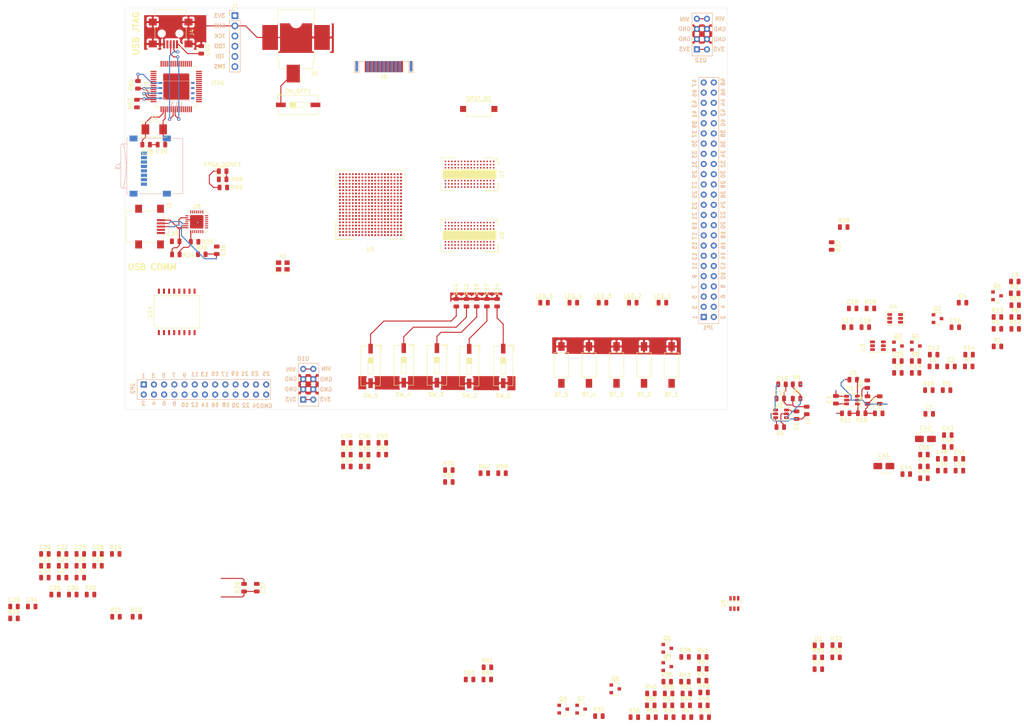
<source format=kicad_pcb>
(kicad_pcb (version 20171130) (host pcbnew "(5.1.4)-1")
  (layers (0 F.Cu signal) (1 In1.Cu jumper) (2 In2.Cu signal) (31 B.Cu signal) (34 B.Paste user) (35 F.Paste user) (36 B.SilkS user) (37 F.SilkS user) (38 B.Mask user) (39 F.Mask user) (44 Edge.Cuts user))
  (net 0 "")
  (net 1 GND)
  (net 2 VCC)
  (net 3 "Net-(C5-Pad2)")
  (net 4 "Net-(C5-Pad1)")
  (net 5 "Net-(C6-Pad2)")
  (net 6 "Net-(C6-Pad1)")
  (net 7 "Net-(C7-Pad2)")
  (net 8 "Net-(C7-Pad1)")
  (net 9 "Net-(C8-Pad2)")
  (net 10 "Net-(C8-Pad1)")
  (net 11 +1V35)
  (net 12 +1V0)
  (net 13 +3V3)
  (net 14 +1V8)
  (net 15 "Net-(Q1-Pad3)")
  (net 16 "Net-(Q1-Pad1)")
  (net 17 "Net-(Q2-Pad3)")
  (net 18 "Net-(Q3-Pad3)")
  (net 19 "Net-(Q4-Pad3)")
  (net 20 "Net-(R3-Pad1)")
  (net 21 "Net-(R4-Pad1)")
  (net 22 "Net-(R8-Pad2)")
  (net 23 "Net-(R10-Pad2)")
  (net 24 "Net-(R12-Pad2)")
  (net 25 "Net-(R14-Pad2)")
  (net 26 "/Memoria RAM/DDR_VREF")
  (net 27 "/Memoria RAM/DDR_CAS")
  (net 28 "/Memoria RAM/DDR_BA0")
  (net 29 "/Memoria RAM/DDR_BA2")
  (net 30 "/Memoria RAM/DDR_A10")
  (net 31 "/Memoria RAM/DDR_BA1")
  (net 32 "/Memoria RAM/DDR_RAS")
  (net 33 "/Memoria RAM/DDR_A4")
  (net 34 "/Memoria RAM/DDR_A6")
  (net 35 "/Memoria RAM/DDR_A7")
  (net 36 "/Memoria RAM/DDR_A9")
  (net 37 "/Memoria RAM/DDR_A11")
  (net 38 "/Memoria RAM/DDR_A14")
  (net 39 "/Memoria RAM/DDR_A12")
  (net 40 "/Memoria RAM/DDR_A13")
  (net 41 "/Memoria RAM/DDR_RESETN")
  (net 42 "/Memoria RAM/DDR_CKE")
  (net 43 "/Memoria RAM/DDR_A2")
  (net 44 "/Memoria RAM/DDR_A3")
  (net 45 "/Memoria RAM/DDR_D12")
  (net 46 "/Memoria RAM/DDR_D11")
  (net 47 "/Memoria RAM/DDR_D10")
  (net 48 "/Memoria RAM/DDR_D9")
  (net 49 "/Memoria RAM/DDR_D4")
  (net 50 "/Memoria RAM/DDR_D0")
  (net 51 "/Memoria RAM/DDR_D1")
  (net 52 "/Memoria RAM/DDR_A0")
  (net 53 "/Memoria RAM/DDR_CLK-")
  (net 54 "/Memoria RAM/DDR_CLK+")
  (net 55 "/Memoria RAM/DDR_A1")
  (net 56 "/Memoria RAM/DDR_D13")
  (net 57 "/Memoria RAM/DDR_DQS1+")
  (net 58 "/Memoria RAM/DDR_DQS1-")
  (net 59 "/Memoria RAM/DDR_D8")
  (net 60 "/Memoria RAM/DDR_DQS0+")
  (net 61 "/Memoria RAM/DDR_DQS0-")
  (net 62 "/Memoria RAM/DDR_D2")
  (net 63 "/Memoria RAM/DDR_CS")
  (net 64 "/Memoria RAM/DDR_A5")
  (net 65 "/Memoria RAM/DDR_A8")
  (net 66 "/Memoria RAM/DDR_D15")
  (net 67 "/Memoria RAM/DDR_D14")
  (net 68 "/Memoria RAM/DDR_DQM1")
  (net 69 "/Memoria RAM/DDR_D7")
  (net 70 "/Memoria RAM/DDR_D5")
  (net 71 "/Memoria RAM/DDR_D6")
  (net 72 "/Memoria RAM/DDR_DQM0")
  (net 73 "Net-(C18-Pad1)")
  (net 74 "Net-(R18-Pad1)")
  (net 75 "Net-(C19-Pad1)")
  (net 76 "Net-(C31-Pad1)")
  (net 77 "Net-(C32-Pad1)")
  (net 78 "/Entradas y Salidas/BANK34_U19")
  (net 79 "/Entradas y Salidas/BANK34_P16")
  (net 80 "/Entradas y Salidas/BANK34_U18")
  (net 81 "/Entradas y Salidas/BANK34_P15")
  (net 82 "/Entradas y Salidas/BANK34_U15")
  (net 83 "/Entradas y Salidas/BANK34_P18")
  (net 84 "/Entradas y Salidas/BANK34_U14")
  (net 85 "/Entradas y Salidas/BANK34_N17")
  (net 86 "/Entradas y Salidas/BANK34_W15")
  (net 87 "/Entradas y Salidas/BANK34_W19")
  (net 88 "/Entradas y Salidas/BANK34_V15")
  (net 89 "/Entradas y Salidas/BANK34_W18")
  (net 90 "/Entradas y Salidas/BANK34_U17")
  (net 91 "/Entradas y Salidas/BANK34_V18")
  (net 92 "/Entradas y Salidas/BANK34_T16")
  (net 93 "/Entradas y Salidas/BANK34_V17")
  (net 94 "/Entradas y Salidas/BANK34_Y14")
  (net 95 "/Entradas y Salidas/BANK34_R18")
  (net 96 "/Entradas y Salidas/BANK34_W14")
  (net 97 "/Entradas y Salidas/BANK34_T17")
  (net 98 "/Entradas y Salidas/BANK34_Y17")
  (net 99 "/Entradas y Salidas/BANK34_R17")
  (net 100 "/Entradas y Salidas/BANK34_Y16")
  (net 101 "/Entradas y Salidas/BANK34_R16")
  (net 102 "/Entradas y Salidas/BANK34_R14")
  (net 103 "/Entradas y Salidas/BANK34_W16")
  (net 104 "/Entradas y Salidas/BANK34_P14")
  (net 105 "/Entradas y Salidas/BANK34_V16")
  (net 106 "/Entradas y Salidas/BANK34_T15")
  (net 107 "/Entradas y Salidas/BANK34_Y19")
  (net 108 "/Entradas y Salidas/BANK34_T14")
  (net 109 "/Entradas y Salidas/BANK34_Y18")
  (net 110 "/Entradas y Salidas/BANK34_W13")
  (net 111 "/Entradas y Salidas/BANK34_W20")
  (net 112 "/Entradas y Salidas/BANK34_V12")
  (net 113 "/Entradas y Salidas/BANK34_V20")
  (net 114 "/Entradas y Salidas/BANK34_V13")
  (net 115 "/Entradas y Salidas/BANK34_U20")
  (net 116 "/Entradas y Salidas/BANK34_T20")
  (net 117 "/Entradas y Salidas/BANK34_U12")
  (net 118 "/Entradas y Salidas/BANK34_P20")
  (net 119 "/Entradas y Salidas/BANK34_T12")
  (net 120 "/Entradas y Salidas/BANK34_N20")
  (net 121 "/Entradas y Salidas/BANK34_P19")
  (net 122 "/Entradas y Salidas/BANK34_N18")
  (net 123 "/Entradas y Salidas/BANK34_T10")
  (net 124 "/Entradas y Salidas/BANK34_T11")
  (net 125 "/Entradas y Salidas/BANK34_R19")
  (net 126 "/Entradas y Salidas/BANK35_J15")
  (net 127 "/Entradas y Salidas/BANK35_J16")
  (net 128 "/Entradas y Salidas/BANK35_K16")
  (net 129 "/Entradas y Salidas/BANK35_M15")
  (net 130 "/Entradas y Salidas/BANK35_M14")
  (net 131 "/Entradas y Salidas/BANK35_L15")
  (net 132 "/Entradas y Salidas/BANK35_L14")
  (net 133 "/Entradas y Salidas/BANK35_N16")
  (net 134 "/Entradas y Salidas/BANK35_L19")
  (net 135 "/Entradas y Salidas/BANK35_N15")
  (net 136 "/Entradas y Salidas/BANK35_M18")
  (net 137 "/Entradas y Salidas/BANK35_J14")
  (net 138 "/Entradas y Salidas/BANK35_M17")
  (net 139 "/Entradas y Salidas/BANK35_K14")
  (net 140 "/Entradas y Salidas/BANK35_M20")
  (net 141 "/Entradas y Salidas/BANK35_G15")
  (net 142 "/Entradas y Salidas/BANK35_M19")
  (net 143 "/Entradas y Salidas/BANK35_H15")
  (net 144 "/Entradas y Salidas/BANK35_F17")
  (net 145 "/Entradas y Salidas/BANK35_G20")
  (net 146 "/Entradas y Salidas/BANK35_F16")
  (net 147 "/Entradas y Salidas/BANK35_G19")
  (net 148 "/Entradas y Salidas/BANK35_H20")
  (net 149 "/Entradas y Salidas/BANK35_J20")
  (net 150 "/Entradas y Salidas/BANK35_G14")
  (net 151 "/Referencias y MIOs/TMS")
  (net 152 "/Referencias y MIOs/TDI")
  (net 153 "/Referencias y MIOs/TDO")
  (net 154 "/Referencias y MIOs/TCK")
  (net 155 "Net-(C33-Pad1)")
  (net 156 "Net-(C34-Pad1)")
  (net 157 "Net-(R23-Pad1)")
  (net 158 "/Memoria RAM/DDR_DQS3+")
  (net 159 "/Memoria RAM/DDR_ODT")
  (net 160 "/Memoria RAM/DDR_D27")
  (net 161 "/Memoria RAM/DDR_DQS3-")
  (net 162 "/Memoria RAM/DDR_D21")
  (net 163 "/Memoria RAM/DDR_D20")
  (net 164 "/Memoria RAM/DDR_D25")
  (net 165 "/Memoria RAM/DDR_D29")
  (net 166 "/Memoria RAM/DDR_D31")
  (net 167 "/Memoria RAM/DDR_D23")
  (net 168 "/Memoria RAM/DDR_D18")
  (net 169 "/Memoria RAM/DDR_D17")
  (net 170 "/Memoria RAM/DDR_D28")
  (net 171 "/Memoria RAM/DDR_D30")
  (net 172 "/Memoria RAM/DDR_D22")
  (net 173 "/Memoria RAM/DDR_DQS2-")
  (net 174 "/Memoria RAM/DDR_DQS2+")
  (net 175 "/Memoria RAM/DDR_DQM3")
  (net 176 "/Memoria RAM/DDR_D26")
  (net 177 "/Memoria RAM/DDR_D24")
  (net 178 "/Memoria RAM/DDR_DQM2")
  (net 179 "/Memoria RAM/DDR_D19")
  (net 180 "/Memoria RAM/DDR_D16")
  (net 181 "/Memoria RAM/DDR_WE")
  (net 182 "Net-(C35-Pad2)")
  (net 183 "Net-(C36-Pad2)")
  (net 184 "Net-(J2-Pad3)")
  (net 185 "Net-(J2-Pad2)")
  (net 186 "Net-(R24-Pad2)")
  (net 187 "Net-(R26-Pad1)")
  (net 188 "Net-(R27-Pad2)")
  (net 189 "Net-(R28-Pad2)")
  (net 190 "/Referencias y MIOs/SD_D2")
  (net 191 "/Referencias y MIOs/SD_D3")
  (net 192 "/Referencias y MIOs/SD_CMD")
  (net 193 "/Referencias y MIOs/SD_CLK")
  (net 194 "/Referencias y MIOs/SD_D0")
  (net 195 "/Referencias y MIOs/SD_D1")
  (net 196 "/Referencias y MIOs/PS_CLK")
  (net 197 "Net-(R29-Pad2)")
  (net 198 "Net-(C38-Pad1)")
  (net 199 "Net-(C39-Pad1)")
  (net 200 "Net-(J4-Pad3)")
  (net 201 "Net-(J4-Pad2)")
  (net 202 "/Referencias y MIOs/EECS")
  (net 203 "/Referencias y MIOs/EECLK")
  (net 204 "/Referencias y MIOs/EEDATA")
  (net 205 "Net-(C40-Pad2)")
  (net 206 "Net-(C41-Pad1)")
  (net 207 "Net-(C42-Pad1)")
  (net 208 "/Entradas y Salidas/HDMI_D1-")
  (net 209 "/Entradas y Salidas/HDMI_CLK-")
  (net 210 "/Entradas y Salidas/HDMI_D2-")
  (net 211 "/Entradas y Salidas/HDMI_D1+")
  (net 212 "/Entradas y Salidas/HDMI_CLK+")
  (net 213 "/Entradas y Salidas/HDMI_D2+")
  (net 214 "/Entradas y Salidas/HDMI_D0-")
  (net 215 "/Entradas y Salidas/HDMI_D0+")
  (net 216 "/Referencias y MIOs/RX(MIO24)")
  (net 217 "/Referencias y MIOs/TX(MIO25)")
  (net 218 VCC_5V)
  (net 219 "Net-(Q5-Pad3)")
  (net 220 "Net-(Q6-Pad3)")
  (net 221 "Net-(Q7-Pad3)")
  (net 222 "Net-(Q8-Pad3)")
  (net 223 "Net-(Q9-Pad3)")
  (net 224 +5V)
  (net 225 "/Entradas y Salidas/SW_1")
  (net 226 "/Entradas y Salidas/SW_2")
  (net 227 "/Entradas y Salidas/SW_3")
  (net 228 "/Entradas y Salidas/SW_4")
  (net 229 "/Entradas y Salidas/SW_5")
  (net 230 "/Entradas y Salidas/LED_1")
  (net 231 "/Entradas y Salidas/BT_3")
  (net 232 "/Entradas y Salidas/LED_2")
  (net 233 "/Entradas y Salidas/LED_3")
  (net 234 "/Entradas y Salidas/BT_2")
  (net 235 "/Entradas y Salidas/BT_1")
  (net 236 "/Entradas y Salidas/BT_5")
  (net 237 "/Entradas y Salidas/LED_5")
  (net 238 "/Entradas y Salidas/BT_4")
  (net 239 "/Entradas y Salidas/LED_4")
  (net 240 "/Referencias y MIOs/FPGA_DONE")
  (net 241 "/Referencias y MIOs/SRST_B")
  (net 242 "/Referencias y MIOs/MIO2")
  (net 243 PS_POR_B)
  (net 244 "/Referencias y MIOs/MIO4")
  (net 245 "/Referencias y MIOs/MIO1")
  (net 246 "/Referencias y MIOs/MIO3")
  (net 247 "/Referencias y MIOs/MIO5")
  (net 248 "/Referencias y MIOs/MIO6")
  (net 249 "Net-(R64-Pad2)")
  (net 250 "Net-(R61-Pad2)")
  (net 251 "Net-(D1-Pad2)")
  (net 252 "Net-(Q5-Pad1)")
  (net 253 "Net-(Q6-Pad1)")
  (net 254 "Net-(Q7-Pad1)")
  (net 255 "Net-(Q8-Pad1)")
  (net 256 "Net-(Q9-Pad1)")
  (net 257 "Net-(R30-Pad2)")
  (net 258 "Net-(R59-Pad2)")
  (net 259 "Net-(LED_1-Pad1)")
  (net 260 "Net-(LED_2-Pad1)")
  (net 261 "Net-(LED_3-Pad1)")
  (net 262 "Net-(LED_4-Pad1)")
  (net 263 "Net-(LED_5-Pad1)")
  (net 264 "Net-(FPGA_DONE1-Pad1)")
  (module ZYNQ_7000:EIAJ_SOIC (layer B.Cu) (at 133.604 84.074 90)
    (fp_text reference U13 (at -3.395 0 180) (layer B.SilkS) (effects (justify mirror)))
    (fp_text value 93C46)
    (pad 4 smd rect (at 1.905 -4 90) (size 0.48 0.85) (layers B.Cu B.Paste B.Mask) (net 258 "Net-(R59-Pad2)"))
    (pad 5 smd rect (at 1.905 4 90) (size 0.48 0.85) (layers B.Cu B.Paste B.Mask) (net 1 GND))
    (pad 3 smd rect (at 0.635 -4 90) (size 0.48 0.85) (layers B.Cu B.Paste B.Mask) (net 204 "/Referencias y MIOs/EEDATA"))
    (pad 6 smd rect (at 0.635 4 90) (size 0.48 0.85) (layers B.Cu B.Paste B.Mask) (net 13 +3V3))
    (pad 2 smd rect (at -0.635 -4 90) (size 0.48 0.85) (layers B.Cu B.Paste B.Mask) (net 203 "/Referencias y MIOs/EECLK"))
    (pad 7 smd rect (at -0.635 4 90) (size 0.48 0.85) (layers B.Cu B.Paste B.Mask) (net 1 GND))
    (pad 1 smd rect (at -1.905 -4 90) (size 0.48 0.85) (layers B.Cu B.Paste B.Mask) (net 202 "/Referencias y MIOs/EECS"))
    (pad 8 smd rect (at -1.905 4 90) (size 0.48 0.85) (layers B.Cu B.Paste B.Mask) (net 13 +3V3))
  )
  (module Resistor_SMD:R_0805_2012Metric (layer F.Cu) (at 210.912 230.759)
    (fp_text reference R64 (at 0 -1.65) (layer F.SilkS))
    (fp_text value 1K)
    (pad 2 smd roundrect (at 0.9375 0) (size 0.975 1.4) (layers F.Cu F.Paste F.Mask) (net 249 "Net-(R64-Pad2)"))
    (pad 1 smd roundrect (at -0.9375 0) (size 0.975 1.4) (layers F.Cu F.Paste F.Mask) (net 13 +3V3))
  )
  (module Resistor_SMD:R_0805_2012Metric (layer F.Cu) (at 210.952 227.719)
    (fp_text reference R61 (at 0 -1.65) (layer F.SilkS))
    (fp_text value 12K)
    (pad 2 smd roundrect (at 0.9375 0) (size 0.975 1.4) (layers F.Cu F.Paste F.Mask) (net 250 "Net-(R61-Pad2)"))
    (pad 1 smd roundrect (at -0.9375 0) (size 0.975 1.4) (layers F.Cu F.Paste F.Mask) (net 1 GND))
  )
  (module LED_SMD:LED_0805_2012Metric (layer F.Cu) (at 145.034 104.14)
    (fp_text reference FPGA_DONE1 (at 0 -1.65) (layer F.SilkS))
    (fp_text value LED_ALT)
    (pad 2 smd roundrect (at 0.9375 0) (size 0.975 1.4) (layers F.Cu F.Paste F.Mask) (net 240 "/Referencias y MIOs/FPGA_DONE"))
    (pad 1 smd roundrect (at -0.9375 0) (size 0.975 1.4) (layers F.Cu F.Paste F.Mask) (net 264 "Net-(FPGA_DONE1-Pad1)"))
  )
  (module LED_SMD:LED_0805_2012Metric (layer F.Cu) (at 225.044 136.906)
    (fp_text reference LED_5 (at 0 -1.65) (layer F.SilkS))
    (fp_text value LED_ALT)
    (pad 2 smd roundrect (at 0.9375 0) (size 0.975 1.4) (layers F.Cu F.Paste F.Mask) (net 13 +3V3))
    (pad 1 smd roundrect (at -0.9375 0) (size 0.975 1.4) (layers F.Cu F.Paste F.Mask) (net 263 "Net-(LED_5-Pad1)"))
  )
  (module LED_SMD:LED_0805_2012Metric (layer F.Cu) (at 232.3315 136.906)
    (fp_text reference LED_4 (at 0 -1.65) (layer F.SilkS))
    (fp_text value LED_ALT)
    (pad 2 smd roundrect (at 0.9375 0) (size 0.975 1.4) (layers F.Cu F.Paste F.Mask) (net 13 +3V3))
    (pad 1 smd roundrect (at -0.9375 0) (size 0.975 1.4) (layers F.Cu F.Paste F.Mask) (net 262 "Net-(LED_4-Pad1)"))
  )
  (module LED_SMD:LED_0805_2012Metric (layer F.Cu) (at 239.6005 136.906)
    (fp_text reference LED_3 (at 0 -1.65) (layer F.SilkS))
    (fp_text value LED_ALT)
    (pad 2 smd roundrect (at 0.9375 0) (size 0.975 1.4) (layers F.Cu F.Paste F.Mask) (net 13 +3V3))
    (pad 1 smd roundrect (at -0.9375 0) (size 0.975 1.4) (layers F.Cu F.Paste F.Mask) (net 261 "Net-(LED_3-Pad1)"))
  )
  (module LED_SMD:LED_0805_2012Metric (layer F.Cu) (at 247.142 136.906)
    (fp_text reference LED_2 (at 0 -1.65) (layer F.SilkS))
    (fp_text value LED_ALT)
    (pad 2 smd roundrect (at 0.9375 0) (size 0.975 1.4) (layers F.Cu F.Paste F.Mask) (net 13 +3V3))
    (pad 1 smd roundrect (at -0.9375 0) (size 0.975 1.4) (layers F.Cu F.Paste F.Mask) (net 260 "Net-(LED_2-Pad1)"))
  )
  (module LED_SMD:LED_0805_2012Metric (layer F.Cu) (at 254.508 136.906)
    (fp_text reference LED_1 (at 0 -1.65) (layer F.SilkS))
    (fp_text value LED_ALT)
    (pad 2 smd roundrect (at 0.9375 0) (size 0.975 1.4) (layers F.Cu F.Paste F.Mask) (net 13 +3V3))
    (pad 1 smd roundrect (at -0.9375 0) (size 0.975 1.4) (layers F.Cu F.Paste F.Mask) (net 259 "Net-(LED_1-Pad1)"))
  )
  (module Capacitor_SMD:C_0805_2012Metric (layer F.Cu) (at 206.502 230.759)
    (fp_text reference C61 (at 0 -1.65) (layer F.SilkS))
    (fp_text value 100nF)
    (pad 2 smd roundrect (at 0.9375 0) (size 0.975 1.4) (layers F.Cu F.Paste F.Mask) (net 1 GND))
    (pad 1 smd roundrect (at -0.9375 0) (size 0.975 1.4) (layers F.Cu F.Paste F.Mask) (net 13 +3V3))
  )
  (module ZYNQ_7000:PINES_40 (layer F.Cu) (at 264.414 69.85)
    (fp_text reference U12 (at -0.42672 6.74116) (layer F.SilkS))
    (fp_text value PINES_ALIMENTACION)
    (fp_text user VIN (at -4.3942 -3.5306) (layer B.SilkS) (effects (justify mirror)))
    (fp_text user VIN (at -4.3942 -3.5306 180) (layer F.SilkS))
    (fp_text user VIN (at 4.3942 -3.70332) (layer B.SilkS) (effects (justify mirror)))
    (fp_text user VIN (at 4.3942 -3.70332) (layer F.SilkS))
    (fp_text user 3V3 (at 4.20116 3.8862) (layer B.SilkS) (effects (justify mirror)))
    (fp_text user 3V3 (at 4.20116 3.8862) (layer F.SilkS))
    (fp_text user 3V3 (at -4.37388 3.90652) (layer B.SilkS) (effects (justify mirror)))
    (fp_text user 3V3 (at -4.37388 3.90652) (layer F.SilkS))
    (fp_text user GND (at -4.3942 -1.17348) (layer B.SilkS) (effects (justify mirror)))
    (fp_text user GND (at -4.3942 -1.17348) (layer F.SilkS))
    (fp_text user GND (at -4.38404 1.3716) (layer B.SilkS) (effects (justify mirror)))
    (fp_text user GND (at -4.38404 1.3716) (layer F.SilkS))
    (fp_text user GND (at 4.3434 1.4478) (layer B.SilkS) (effects (justify mirror)))
    (fp_text user GND (at 4.3434 1.4478) (layer F.SilkS))
    (fp_text user GND (at 4.38912 -1.0922) (layer F.SilkS))
    (fp_text user U12 (at -0.29972 6.61416 180) (layer B.SilkS) (effects (justify mirror)))
    (fp_text user GND (at 4.38912 -1.0922) (layer B.SilkS) (effects (justify mirror)))
    (pad 3 thru_hole circle (at -1.31572 1.40716) (size 1.524 1.524) (drill 0.8) (layers *.Cu *.Mask) (net 1 GND))
    (pad 7 thru_hole circle (at -1.31572 -3.67284) (size 1.524 1.524) (drill 0.8) (layers *.Cu *.Mask) (net 218 VCC_5V))
    (pad 6 thru_hole circle (at 1.18428 -1.13284) (size 1.524 1.524) (drill 0.8) (layers *.Cu *.Mask) (net 1 GND))
    (pad 1 thru_hole rect (at -1.31572 3.94716) (size 1.524 1.524) (drill 0.8) (layers *.Cu *.Mask) (net 13 +3V3))
    (pad 5 thru_hole circle (at -1.31572 -1.13284) (size 1.524 1.524) (drill 0.8) (layers *.Cu *.Mask) (net 1 GND))
    (pad 4 thru_hole circle (at 1.18428 1.40716) (size 1.524 1.524) (drill 0.8) (layers *.Cu *.Mask) (net 1 GND))
    (pad 2 thru_hole circle (at 1.18428 3.94716) (size 1.524 1.524) (drill 0.8) (layers *.Cu *.Mask) (net 13 +3V3))
    (pad 8 thru_hole circle (at 1.18428 -3.67284) (size 1.524 1.524) (drill 0.8) (layers *.Cu *.Mask) (net 218 VCC_5V))
  )
  (module ZYNQ_7000:PINES_40 (layer F.Cu) (at 166.41572 157.08884)
    (fp_text reference U10 (at -1.31572 -6.21284) (layer F.SilkS))
    (fp_text value PINES_ALIMENTACION)
    (fp_text user VIN (at -4.3942 -3.5306) (layer B.SilkS) (effects (justify mirror)))
    (fp_text user VIN (at -4.3942 -3.5306) (layer F.SilkS))
    (fp_text user VIN (at 4.3942 -3.70332) (layer B.SilkS) (effects (justify mirror)))
    (fp_text user VIN (at 4.3942 -3.70332) (layer F.SilkS))
    (fp_text user 3V3 (at 4.20116 3.8862) (layer B.SilkS) (effects (justify mirror)))
    (fp_text user 3V3 (at 4.20116 3.8862) (layer F.SilkS))
    (fp_text user 3V3 (at -4.37388 3.90652) (layer B.SilkS) (effects (justify mirror)))
    (fp_text user 3V3 (at -4.37388 3.90652) (layer F.SilkS))
    (fp_text user GND (at -4.3942 -1.17348) (layer B.SilkS) (effects (justify mirror)))
    (fp_text user GND (at -4.3942 -1.17348) (layer F.SilkS))
    (fp_text user GND (at -4.38404 1.3716) (layer B.SilkS) (effects (justify mirror)))
    (fp_text user GND (at -4.38404 1.3716) (layer F.SilkS))
    (fp_text user GND (at 4.3434 1.4478) (layer B.SilkS) (effects (justify mirror)))
    (fp_text user GND (at 4.3434 1.4478) (layer F.SilkS))
    (fp_text user GND (at 4.38912 -1.0922) (layer F.SilkS))
    (fp_text user U10 (at -1.31572 -6.21284 180) (layer B.SilkS) (effects (justify mirror)))
    (fp_text user GND (at 4.38912 -1.0922) (layer B.SilkS) (effects (justify mirror)))
    (pad 3 thru_hole circle (at -1.31572 1.40716) (size 1.524 1.524) (drill 0.8) (layers *.Cu *.Mask) (net 1 GND))
    (pad 7 thru_hole circle (at -1.31572 -3.67284) (size 1.524 1.524) (drill 0.8) (layers *.Cu *.Mask) (net 218 VCC_5V))
    (pad 6 thru_hole circle (at 1.18428 -1.13284) (size 1.524 1.524) (drill 0.8) (layers *.Cu *.Mask) (net 1 GND))
    (pad 1 thru_hole rect (at -1.31572 3.94716) (size 1.524 1.524) (drill 0.8) (layers *.Cu *.Mask) (net 13 +3V3))
    (pad 5 thru_hole circle (at -1.31572 -1.13284) (size 1.524 1.524) (drill 0.8) (layers *.Cu *.Mask) (net 1 GND))
    (pad 4 thru_hole circle (at 1.18428 1.40716) (size 1.524 1.524) (drill 0.8) (layers *.Cu *.Mask) (net 1 GND))
    (pad 2 thru_hole circle (at 1.18428 3.94716) (size 1.524 1.524) (drill 0.8) (layers *.Cu *.Mask) (net 13 +3V3))
    (pad 8 thru_hole circle (at 1.18428 -3.67284) (size 1.524 1.524) (drill 0.8) (layers *.Cu *.Mask) (net 218 VCC_5V))
  )
  (module ZYNQ_7000:SOT-23 (layer F.Cu) (at 272.415 211.836)
    (fp_text reference U9 (at -2.75 0 90) (layer F.SilkS))
    (fp_text value TPS3106K33DBV)
    (pad 3 smd rect (at 0.95 1.3) (size 0.6 1.1) (layers F.Cu F.Paste F.Mask))
    (pad 4 smd rect (at 0.95 -1.3) (size 0.6 1.1) (layers F.Cu F.Paste F.Mask) (net 257 "Net-(R30-Pad2)"))
    (pad 2 smd rect (at 0 1.3) (size 0.6 1.1) (layers F.Cu F.Paste F.Mask))
    (pad 5 smd rect (at 0 -1.3) (size 0.6 1.1) (layers F.Cu F.Paste F.Mask) (net 243 PS_POR_B))
    (pad 1 smd rect (at -0.95 1.3) (size 0.6 1.1) (layers F.Cu F.Paste F.Mask) (net 243 PS_POR_B))
    (pad 6 smd rect (at -0.95 -1.3) (size 0.6 1.1) (layers F.Cu F.Paste F.Mask) (net 13 +3V3))
  )
  (module Button_Switch_SMD:SW_SPST_CK_RS282G05A3 (layer F.Cu) (at 208.788 88.646)
    (fp_text reference SRST_B1 (at 0 -2.6) (layer F.SilkS))
    (fp_text value SW_Push)
    (pad 2 smd rect (at 3.9 0) (size 1.5 1.5) (layers F.Cu F.Paste F.Mask) (net 1 GND))
    (pad 1 smd rect (at -3.9 0) (size 1.5 1.5) (layers F.Cu F.Paste F.Mask) (net 241 "/Referencias y MIOs/SRST_B"))
  )
  (module Button_Switch_SMD:SW_SPST_FSMSM (layer F.Cu) (at 229.362 152.4 90)
    (fp_text reference BT_5 (at -7.366 0 180) (layer F.SilkS))
    (fp_text value SW_Push)
    (pad 2 smd rect (at 4.59 0 90) (size 2.18 1.6) (layers F.Cu F.Paste F.Mask) (net 13 +3V3))
    (pad 1 smd rect (at -4.59 0 90) (size 2.18 1.6) (layers F.Cu F.Paste F.Mask) (net 236 "/Entradas y Salidas/BT_5"))
  )
  (module Button_Switch_SMD:SW_SPST_FSMSM (layer F.Cu) (at 236.22 152.4 90)
    (fp_text reference BT_4 (at -7.366 0 180) (layer F.SilkS))
    (fp_text value SW_Push)
    (pad 2 smd rect (at 4.59 0 90) (size 2.18 1.6) (layers F.Cu F.Paste F.Mask) (net 13 +3V3))
    (pad 1 smd rect (at -4.59 0 90) (size 2.18 1.6) (layers F.Cu F.Paste F.Mask) (net 238 "/Entradas y Salidas/BT_4"))
  )
  (module Button_Switch_SMD:SW_SPST_FSMSM (layer F.Cu) (at 243.078 152.4 90)
    (fp_text reference BT_3 (at -7.366 0 180) (layer F.SilkS))
    (fp_text value SW_Push)
    (pad 2 smd rect (at 4.59 0 90) (size 2.18 1.6) (layers F.Cu F.Paste F.Mask) (net 13 +3V3))
    (pad 1 smd rect (at -4.59 0 90) (size 2.18 1.6) (layers F.Cu F.Paste F.Mask) (net 231 "/Entradas y Salidas/BT_3"))
  )
  (module Button_Switch_SMD:SW_SPST_FSMSM (layer F.Cu) (at 249.936 152.4 90)
    (fp_text reference BT_2 (at -7.366 0 180) (layer F.SilkS))
    (fp_text value SW_Push)
    (pad 2 smd rect (at 4.59 0 90) (size 2.18 1.6) (layers F.Cu F.Paste F.Mask) (net 13 +3V3))
    (pad 1 smd rect (at -4.59 0 90) (size 2.18 1.6) (layers F.Cu F.Paste F.Mask) (net 234 "/Entradas y Salidas/BT_2"))
  )
  (module Button_Switch_SMD:SW_SPST_FSMSM (layer F.Cu) (at 256.794 152.4 90)
    (fp_text reference BT_1 (at -7.366 0 180) (layer F.SilkS))
    (fp_text value SW_Push)
    (pad 2 smd rect (at 4.59 0 90) (size 2.18 1.6) (layers F.Cu F.Paste F.Mask) (net 13 +3V3))
    (pad 1 smd rect (at -4.59 0 90) (size 2.18 1.6) (layers F.Cu F.Paste F.Mask) (net 235 "/Entradas y Salidas/BT_1"))
  )
  (module Resistor_SMD:R_0805_2012Metric (layer F.Cu) (at 201.352 178.621)
    (fp_text reference R70 (at 0 -1.65) (layer F.SilkS))
    (fp_text value 330)
    (pad 2 smd roundrect (at 0.9375 0) (size 0.975 1.4) (layers F.Cu F.Paste F.Mask) (net 245 "/Referencias y MIOs/MIO1"))
    (pad 1 smd roundrect (at -0.9375 0) (size 0.975 1.4) (layers F.Cu F.Paste F.Mask) (net 13 +3V3))
  )
  (module Resistor_SMD:R_0805_2012Metric (layer F.Cu) (at 145.2095 108.204)
    (fp_text reference R69 (at 3.3805 0) (layer F.SilkS))
    (fp_text value 1K)
    (pad 2 smd roundrect (at 0.9375 0) (size 0.975 1.4) (layers F.Cu F.Paste F.Mask) (net 1 GND))
    (pad 1 smd roundrect (at -0.9375 0) (size 0.975 1.4) (layers F.Cu F.Paste F.Mask) (net 264 "Net-(FPGA_DONE1-Pad1)"))
  )
  (module Resistor_SMD:R_0805_2012Metric (layer F.Cu) (at 145.034 106.172)
    (fp_text reference R68 (at 3.556 0) (layer F.SilkS))
    (fp_text value 1K)
    (pad 2 smd roundrect (at 0.9375 0) (size 0.975 1.4) (layers F.Cu F.Paste F.Mask) (net 240 "/Referencias y MIOs/FPGA_DONE"))
    (pad 1 smd roundrect (at -0.9375 0) (size 0.975 1.4) (layers F.Cu F.Paste F.Mask) (net 13 +3V3))
  )
  (module Resistor_SMD:R_0805_2012Metric (layer F.Cu) (at 201.352 181.571)
    (fp_text reference R67 (at 0 -1.65) (layer F.SilkS))
    (fp_text value 4.7K)
    (pad 2 smd roundrect (at 0.9375 0) (size 0.975 1.4) (layers F.Cu F.Paste F.Mask) (net 241 "/Referencias y MIOs/SRST_B"))
    (pad 1 smd roundrect (at -0.9375 0) (size 0.975 1.4) (layers F.Cu F.Paste F.Mask) (net 13 +3V3))
  )
  (module Resistor_SMD:R_0805_2012Metric (layer F.Cu) (at 123.698 87.2975 90)
    (fp_text reference R63 (at 0 -1.65 90) (layer F.SilkS))
    (fp_text value 10K)
    (pad 2 smd roundrect (at 0.9375 0 90) (size 0.975 1.4) (layers F.Cu F.Paste F.Mask) (net 202 "/Referencias y MIOs/EECS"))
    (pad 1 smd roundrect (at -0.9375 0 90) (size 0.975 1.4) (layers F.Cu F.Paste F.Mask) (net 13 +3V3))
  )
  (module Resistor_SMD:R_0805_2012Metric (layer F.Cu) (at 210.172 179.371)
    (fp_text reference R62 (at 0 -1.65) (layer F.SilkS))
    (fp_text value 10K)
    (pad 2 smd roundrect (at 0.9375 0) (size 0.975 1.4) (layers F.Cu F.Paste F.Mask) (net 203 "/Referencias y MIOs/EECLK"))
    (pad 1 smd roundrect (at -0.9375 0) (size 0.975 1.4) (layers F.Cu F.Paste F.Mask) (net 13 +3V3))
  )
  (module Resistor_SMD:R_0805_2012Metric (layer F.Cu) (at 123.952 82.6285 90)
    (fp_text reference R60 (at 0 -1.65 90) (layer F.SilkS))
    (fp_text value 2K2)
    (pad 2 smd roundrect (at 0.9375 0 90) (size 0.975 1.4) (layers F.Cu F.Paste F.Mask) (net 258 "Net-(R59-Pad2)"))
    (pad 1 smd roundrect (at -0.9375 0 90) (size 0.975 1.4) (layers F.Cu F.Paste F.Mask) (net 204 "/Referencias y MIOs/EEDATA"))
  )
  (module Resistor_SMD:R_0805_2012Metric (layer F.Cu) (at 214.582 179.371)
    (fp_text reference R59 (at 0 -1.65) (layer F.SilkS))
    (fp_text value 10K)
    (pad 2 smd roundrect (at 0.9375 0) (size 0.975 1.4) (layers F.Cu F.Paste F.Mask) (net 258 "Net-(R59-Pad2)"))
    (pad 1 smd roundrect (at -0.9375 0) (size 0.975 1.4) (layers F.Cu F.Paste F.Mask) (net 13 +3V3))
  )
  (module Resistor_SMD:R_0805_2012Metric (layer F.Cu) (at 256.06 234.255)
    (fp_text reference R58 (at 0 -1.65) (layer F.SilkS))
    (fp_text value 261)
    (pad 2 smd roundrect (at 0.9375 0) (size 0.975 1.4) (layers F.Cu F.Paste F.Mask) (net 223 "Net-(Q9-Pad3)"))
    (pad 1 smd roundrect (at -0.9375 0) (size 0.975 1.4) (layers F.Cu F.Paste F.Mask) (net 263 "Net-(LED_5-Pad1)"))
  )
  (module Resistor_SMD:R_0805_2012Metric (layer F.Cu) (at 264.56 228.105)
    (fp_text reference R57 (at 0 -1.65) (layer F.SilkS))
    (fp_text value 4.7K)
    (pad 2 smd roundrect (at 0.9375 0) (size 0.975 1.4) (layers F.Cu F.Paste F.Mask) (net 236 "/Entradas y Salidas/BT_5"))
    (pad 1 smd roundrect (at -0.9375 0) (size 0.975 1.4) (layers F.Cu F.Paste F.Mask) (net 1 GND))
  )
  (module Resistor_SMD:R_0805_2012Metric (layer F.Cu) (at 247.52 240.155)
    (fp_text reference R56 (at 0 -1.65) (layer F.SilkS))
    (fp_text value 10k)
    (pad 2 smd roundrect (at 0.9375 0) (size 0.975 1.4) (layers F.Cu F.Paste F.Mask) (net 1 GND))
    (pad 1 smd roundrect (at -0.9375 0) (size 0.975 1.4) (layers F.Cu F.Paste F.Mask) (net 256 "Net-(Q9-Pad1)"))
  )
  (module Resistor_SMD:R_0805_2012Metric (layer F.Cu) (at 251.61 237.205)
    (fp_text reference R55 (at 0 -1.65) (layer F.SilkS))
    (fp_text value 1k)
    (pad 2 smd roundrect (at 0.9375 0) (size 0.975 1.4) (layers F.Cu F.Paste F.Mask) (net 256 "Net-(Q9-Pad1)"))
    (pad 1 smd roundrect (at -0.9375 0) (size 0.975 1.4) (layers F.Cu F.Paste F.Mask) (net 237 "/Entradas y Salidas/LED_5"))
  )
  (module Resistor_SMD:R_0805_2012Metric (layer F.Cu) (at 251.93 240.155)
    (fp_text reference R54 (at 0 -1.65) (layer F.SilkS))
    (fp_text value 4.7K)
    (pad 2 smd roundrect (at 0.9375 0) (size 0.975 1.4) (layers F.Cu F.Paste F.Mask) (net 238 "/Entradas y Salidas/BT_4"))
    (pad 1 smd roundrect (at -0.9375 0) (size 0.975 1.4) (layers F.Cu F.Paste F.Mask) (net 1 GND))
  )
  (module Resistor_SMD:R_0805_2012Metric (layer F.Cu) (at 256.02 237.205)
    (fp_text reference R53 (at 0 -1.65) (layer F.SilkS))
    (fp_text value 261)
    (pad 2 smd roundrect (at 0.9375 0) (size 0.975 1.4) (layers F.Cu F.Paste F.Mask) (net 222 "Net-(Q8-Pad3)"))
    (pad 1 smd roundrect (at -0.9375 0) (size 0.975 1.4) (layers F.Cu F.Paste F.Mask) (net 262 "Net-(LED_4-Pad1)"))
  )
  (module Resistor_SMD:R_0805_2012Metric (layer F.Cu) (at 264.52 231.055)
    (fp_text reference R52 (at 0 -1.65) (layer F.SilkS))
    (fp_text value 4.7K)
    (pad 2 smd roundrect (at 0.9375 0) (size 0.975 1.4) (layers F.Cu F.Paste F.Mask) (net 231 "/Entradas y Salidas/BT_3"))
    (pad 1 smd roundrect (at -0.9375 0) (size 0.975 1.4) (layers F.Cu F.Paste F.Mask) (net 1 GND))
  )
  (module Resistor_SMD:R_0805_2012Metric (layer F.Cu) (at 260.47 234.255)
    (fp_text reference R51 (at 0 -1.65) (layer F.SilkS))
    (fp_text value 10k)
    (pad 2 smd roundrect (at 0.9375 0) (size 0.975 1.4) (layers F.Cu F.Paste F.Mask) (net 1 GND))
    (pad 1 smd roundrect (at -0.9375 0) (size 0.975 1.4) (layers F.Cu F.Paste F.Mask) (net 255 "Net-(Q8-Pad1)"))
  )
  (module Resistor_SMD:R_0805_2012Metric (layer F.Cu) (at 256.34 240.155)
    (fp_text reference R50 (at 0 -1.65) (layer F.SilkS))
    (fp_text value 1k)
    (pad 2 smd roundrect (at 0.9375 0) (size 0.975 1.4) (layers F.Cu F.Paste F.Mask) (net 255 "Net-(Q8-Pad1)"))
    (pad 1 smd roundrect (at -0.9375 0) (size 0.975 1.4) (layers F.Cu F.Paste F.Mask) (net 239 "/Entradas y Salidas/LED_4"))
  )
  (module Resistor_SMD:R_0805_2012Metric (layer F.Cu) (at 260.43 237.205)
    (fp_text reference R49 (at 0 -1.65) (layer F.SilkS))
    (fp_text value 4.7K)
    (pad 2 smd roundrect (at 0.9375 0) (size 0.975 1.4) (layers F.Cu F.Paste F.Mask) (net 234 "/Entradas y Salidas/BT_2"))
    (pad 1 smd roundrect (at -0.9375 0) (size 0.975 1.4) (layers F.Cu F.Paste F.Mask) (net 1 GND))
  )
  (module Resistor_SMD:R_0805_2012Metric (layer F.Cu) (at 264.88 234.005)
    (fp_text reference R48 (at 0 -1.65) (layer F.SilkS))
    (fp_text value 261)
    (pad 2 smd roundrect (at 0.9375 0) (size 0.975 1.4) (layers F.Cu F.Paste F.Mask) (net 221 "Net-(Q7-Pad3)"))
    (pad 1 smd roundrect (at -0.9375 0) (size 0.975 1.4) (layers F.Cu F.Paste F.Mask) (net 261 "Net-(LED_3-Pad1)"))
  )
  (module Resistor_SMD:R_0805_2012Metric (layer F.Cu) (at 260.75 240.155)
    (fp_text reference R47 (at 0 -1.65) (layer F.SilkS))
    (fp_text value 4.7K)
    (pad 2 smd roundrect (at 0.9375 0) (size 0.975 1.4) (layers F.Cu F.Paste F.Mask) (net 235 "/Entradas y Salidas/BT_1"))
    (pad 1 smd roundrect (at -0.9375 0) (size 0.975 1.4) (layers F.Cu F.Paste F.Mask) (net 1 GND))
  )
  (module Resistor_SMD:R_0805_2012Metric (layer F.Cu) (at 264.84 237.205)
    (fp_text reference R46 (at 0 -1.65) (layer F.SilkS))
    (fp_text value 10k)
    (pad 2 smd roundrect (at 0.9375 0) (size 0.975 1.4) (layers F.Cu F.Paste F.Mask) (net 1 GND))
    (pad 1 smd roundrect (at -0.9375 0) (size 0.975 1.4) (layers F.Cu F.Paste F.Mask) (net 254 "Net-(Q7-Pad1)"))
  )
  (module Resistor_SMD:R_0805_2012Metric (layer F.Cu) (at 265.16 240.155)
    (fp_text reference R45 (at 0 -1.65) (layer F.SilkS))
    (fp_text value 1k)
    (pad 2 smd roundrect (at 0.9375 0) (size 0.975 1.4) (layers F.Cu F.Paste F.Mask) (net 254 "Net-(Q7-Pad1)"))
    (pad 1 smd roundrect (at -0.9375 0) (size 0.975 1.4) (layers F.Cu F.Paste F.Mask) (net 233 "/Entradas y Salidas/LED_3"))
  )
  (module Resistor_SMD:R_0805_2012Metric (layer F.Cu) (at 203.2 136.906 270)
    (fp_text reference R44 (at -3.302 0 90) (layer F.SilkS))
    (fp_text value 4.7K)
    (pad 2 smd roundrect (at 0.9375 0 270) (size 0.975 1.4) (layers F.Cu F.Paste F.Mask) (net 229 "/Entradas y Salidas/SW_5"))
    (pad 1 smd roundrect (at -0.9375 0 270) (size 0.975 1.4) (layers F.Cu F.Paste F.Mask) (net 13 +3V3))
  )
  (module Resistor_SMD:R_0805_2012Metric (layer F.Cu) (at 260.11 231.305)
    (fp_text reference R43 (at 0 -1.65) (layer F.SilkS))
    (fp_text value 261)
    (pad 2 smd roundrect (at 0.9375 0) (size 0.975 1.4) (layers F.Cu F.Paste F.Mask) (net 220 "Net-(Q6-Pad3)"))
    (pad 1 smd roundrect (at -0.9375 0) (size 0.975 1.4) (layers F.Cu F.Paste F.Mask) (net 260 "Net-(LED_2-Pad1)"))
  )
  (module Resistor_SMD:R_0805_2012Metric (layer F.Cu) (at 205.74 136.906 270)
    (fp_text reference R42 (at -3.302 0 90) (layer F.SilkS))
    (fp_text value 4.7K)
    (pad 2 smd roundrect (at 0.9375 0 270) (size 0.975 1.4) (layers F.Cu F.Paste F.Mask) (net 228 "/Entradas y Salidas/SW_4"))
    (pad 1 smd roundrect (at -0.9375 0 270) (size 0.975 1.4) (layers F.Cu F.Paste F.Mask) (net 13 +3V3))
  )
  (module Resistor_SMD:R_0805_2012Metric (layer F.Cu) (at 264.56 225.155)
    (fp_text reference R41 (at 0 -1.65) (layer F.SilkS))
    (fp_text value 10k)
    (pad 2 smd roundrect (at 0.9375 0) (size 0.975 1.4) (layers F.Cu F.Paste F.Mask) (net 1 GND))
    (pad 1 smd roundrect (at -0.9375 0) (size 0.975 1.4) (layers F.Cu F.Paste F.Mask) (net 253 "Net-(Q6-Pad1)"))
  )
  (module Resistor_SMD:R_0805_2012Metric (layer F.Cu) (at 251.65 234.255)
    (fp_text reference R40 (at 0 -1.65) (layer F.SilkS))
    (fp_text value 1k)
    (pad 2 smd roundrect (at 0.9375 0) (size 0.975 1.4) (layers F.Cu F.Paste F.Mask) (net 253 "Net-(Q6-Pad1)"))
    (pad 1 smd roundrect (at -0.9375 0) (size 0.975 1.4) (layers F.Cu F.Paste F.Mask) (net 232 "/Entradas y Salidas/LED_2"))
  )
  (module Resistor_SMD:R_0805_2012Metric (layer F.Cu) (at 208.28 136.906 270)
    (fp_text reference R39 (at -3.302 0 90) (layer F.SilkS))
    (fp_text value 4.7K)
    (pad 2 smd roundrect (at 0.9375 0 270) (size 0.975 1.4) (layers F.Cu F.Paste F.Mask) (net 227 "/Entradas y Salidas/SW_3"))
    (pad 1 smd roundrect (at -0.9375 0 270) (size 0.975 1.4) (layers F.Cu F.Paste F.Mask) (net 13 +3V3))
  )
  (module Resistor_SMD:R_0805_2012Metric (layer F.Cu) (at 260.15 225.155)
    (fp_text reference R38 (at 0 -1.65) (layer F.SilkS))
    (fp_text value 261)
    (pad 2 smd roundrect (at 0.9375 0) (size 0.975 1.4) (layers F.Cu F.Paste F.Mask) (net 219 "Net-(Q5-Pad3)"))
    (pad 1 smd roundrect (at -0.9375 0) (size 0.975 1.4) (layers F.Cu F.Paste F.Mask) (net 259 "Net-(LED_1-Pad1)"))
  )
  (module Resistor_SMD:R_0805_2012Metric (layer F.Cu) (at 210.82 136.906 270)
    (fp_text reference R37 (at -3.302 0 90) (layer F.SilkS))
    (fp_text value 4.7K)
    (pad 2 smd roundrect (at 0.9375 0 270) (size 0.975 1.4) (layers F.Cu F.Paste F.Mask) (net 226 "/Entradas y Salidas/SW_2"))
    (pad 1 smd roundrect (at -0.9375 0 270) (size 0.975 1.4) (layers F.Cu F.Paste F.Mask) (net 13 +3V3))
  )
  (module Resistor_SMD:R_0805_2012Metric (layer F.Cu) (at 255.7 231.305)
    (fp_text reference R36 (at 0 -1.65) (layer F.SilkS))
    (fp_text value 10k)
    (pad 2 smd roundrect (at 0.9375 0) (size 0.975 1.4) (layers F.Cu F.Paste F.Mask) (net 1 GND))
    (pad 1 smd roundrect (at -0.9375 0) (size 0.975 1.4) (layers F.Cu F.Paste F.Mask) (net 252 "Net-(Q5-Pad1)"))
  )
  (module Resistor_SMD:R_0805_2012Metric (layer F.Cu) (at 238.7 239.895)
    (fp_text reference R35 (at 0 -1.65) (layer F.SilkS))
    (fp_text value 1k)
    (pad 2 smd roundrect (at 0.9375 0) (size 0.975 1.4) (layers F.Cu F.Paste F.Mask) (net 252 "Net-(Q5-Pad1)"))
    (pad 1 smd roundrect (at -0.9375 0) (size 0.975 1.4) (layers F.Cu F.Paste F.Mask) (net 230 "/Entradas y Salidas/LED_1"))
  )
  (module Resistor_SMD:R_0805_2012Metric (layer F.Cu) (at 213.36 136.906 270)
    (fp_text reference R34 (at -3.302 0 90) (layer F.SilkS))
    (fp_text value 4.7K)
    (pad 2 smd roundrect (at 0.9375 0 270) (size 0.975 1.4) (layers F.Cu F.Paste F.Mask) (net 225 "/Entradas y Salidas/SW_1"))
    (pad 1 smd roundrect (at -0.9375 0 270) (size 0.975 1.4) (layers F.Cu F.Paste F.Mask) (net 13 +3V3))
  )
  (module Resistor_SMD:R_0805_2012Metric (layer F.Cu) (at 293.33 225.245)
    (fp_text reference R33 (at 0 -1.65) (layer F.SilkS))
    (fp_text value 10K)
    (pad 2 smd roundrect (at 0.9375 0) (size 0.975 1.4) (layers F.Cu F.Paste F.Mask) (net 243 PS_POR_B))
    (pad 1 smd roundrect (at -0.9375 0) (size 0.975 1.4) (layers F.Cu F.Paste F.Mask) (net 13 +3V3))
  )
  (module Resistor_SMD:R_0805_2012Metric (layer F.Cu) (at 297.78 222.205)
    (fp_text reference R32 (at 0 -1.65) (layer F.SilkS))
    (fp_text value 1K)
    (pad 2 smd roundrect (at 0.9375 0) (size 0.975 1.4) (layers F.Cu F.Paste F.Mask) (net 13 +3V3))
    (pad 1 smd roundrect (at -0.9375 0) (size 0.975 1.4) (layers F.Cu F.Paste F.Mask) (net 251 "Net-(D1-Pad2)"))
  )
  (module Resistor_SMD:R_0805_2012Metric (layer F.Cu) (at 293.33 228.195)
    (fp_text reference R31 (at 0 -1.65) (layer F.SilkS))
    (fp_text value 1300)
    (pad 2 smd roundrect (at 0.9375 0) (size 0.975 1.4) (layers F.Cu F.Paste F.Mask) (net 1 GND))
    (pad 1 smd roundrect (at -0.9375 0) (size 0.975 1.4) (layers F.Cu F.Paste F.Mask) (net 257 "Net-(R30-Pad2)"))
  )
  (module Resistor_SMD:R_0805_2012Metric (layer F.Cu) (at 297.74 225.245)
    (fp_text reference R30 (at 0 -1.65) (layer F.SilkS))
    (fp_text value 820)
    (pad 2 smd roundrect (at 0.9375 0) (size 0.975 1.4) (layers F.Cu F.Paste F.Mask) (net 257 "Net-(R30-Pad2)"))
    (pad 1 smd roundrect (at -0.9375 0) (size 0.975 1.4) (layers F.Cu F.Paste F.Mask) (net 12 +1V0))
  )
  (module Package_TO_SOT_SMD:SOT-23 (layer F.Cu) (at 255.72 227.555)
    (fp_text reference Q9 (at 0 -2.5) (layer F.SilkS))
    (fp_text value MMBF170)
    (pad 3 smd rect (at 1 0) (size 0.9 0.8) (layers F.Cu F.Paste F.Mask) (net 223 "Net-(Q9-Pad3)"))
    (pad 2 smd rect (at -1 0.95) (size 0.9 0.8) (layers F.Cu F.Paste F.Mask) (net 1 GND))
    (pad 1 smd rect (at -1 -0.95) (size 0.9 0.8) (layers F.Cu F.Paste F.Mask) (net 256 "Net-(Q9-Pad1)"))
  )
  (module Package_TO_SOT_SMD:SOT-23 (layer F.Cu) (at 242.77 233.105)
    (fp_text reference Q8 (at 0 -2.5) (layer F.SilkS))
    (fp_text value MMBF170)
    (pad 3 smd rect (at 1 0) (size 0.9 0.8) (layers F.Cu F.Paste F.Mask) (net 222 "Net-(Q8-Pad3)"))
    (pad 2 smd rect (at -1 0.95) (size 0.9 0.8) (layers F.Cu F.Paste F.Mask) (net 1 GND))
    (pad 1 smd rect (at -1 -0.95) (size 0.9 0.8) (layers F.Cu F.Paste F.Mask) (net 255 "Net-(Q8-Pad1)"))
  )
  (module Package_TO_SOT_SMD:SOT-23 (layer F.Cu) (at 234.27 238.155)
    (fp_text reference Q7 (at 0 -2.5) (layer F.SilkS))
    (fp_text value MMBF170)
    (pad 3 smd rect (at 1 0) (size 0.9 0.8) (layers F.Cu F.Paste F.Mask) (net 221 "Net-(Q7-Pad3)"))
    (pad 2 smd rect (at -1 0.95) (size 0.9 0.8) (layers F.Cu F.Paste F.Mask) (net 1 GND))
    (pad 1 smd rect (at -1 -0.95) (size 0.9 0.8) (layers F.Cu F.Paste F.Mask) (net 254 "Net-(Q7-Pad1)"))
  )
  (module Package_TO_SOT_SMD:SOT-23 (layer F.Cu) (at 255.72 223.005)
    (fp_text reference Q6 (at 0 -2.5) (layer F.SilkS))
    (fp_text value MMBF170)
    (pad 3 smd rect (at 1 0) (size 0.9 0.8) (layers F.Cu F.Paste F.Mask) (net 220 "Net-(Q6-Pad3)"))
    (pad 2 smd rect (at -1 0.95) (size 0.9 0.8) (layers F.Cu F.Paste F.Mask) (net 1 GND))
    (pad 1 smd rect (at -1 -0.95) (size 0.9 0.8) (layers F.Cu F.Paste F.Mask) (net 253 "Net-(Q6-Pad1)"))
  )
  (module Package_TO_SOT_SMD:SOT-23 (layer F.Cu) (at 229.82 238.155)
    (fp_text reference Q5 (at 0 -2.5) (layer F.SilkS))
    (fp_text value MMBF170)
    (pad 3 smd rect (at 1 0) (size 0.9 0.8) (layers F.Cu F.Paste F.Mask) (net 219 "Net-(Q5-Pad3)"))
    (pad 2 smd rect (at -1 0.95) (size 0.9 0.8) (layers F.Cu F.Paste F.Mask) (net 1 GND))
    (pad 1 smd rect (at -1 -0.95) (size 0.9 0.8) (layers F.Cu F.Paste F.Mask) (net 252 "Net-(Q5-Pad1)"))
  )
  (module Connector_BarrelJack:BarrelJack_CUI_PJ-036AH-SMT_Horizontal (layer F.Cu) (at 163.308 74.029 180)
    (fp_text reference J5 (at -4.5 -5.75) (layer F.SilkS))
    (fp_text value Barrel_Jack)
    (pad "" np_thru_hole circle (at 0 7 180) (size 2 2) (drill 2) (layers *.Cu *.Mask))
    (pad 3 smd rect (at 6.45 3.2 180) (size 3.9 6.2) (layers F.Cu F.Paste F.Mask))
    (pad 2 smd rect (at -6.45 3.2 180) (size 3.9 6.2) (layers F.Cu F.Paste F.Mask) (net 1 GND))
    (pad 1 smd rect (at 0.7 -5.8 180) (size 3.3 4.4) (layers F.Cu F.Paste F.Mask) (net 224 +5V))
  )
  (module Diode_SMD:D_0805_2012Metric (layer F.Cu) (at 293.37 222.25)
    (fp_text reference D1 (at 0 -1.65) (layer F.SilkS))
    (fp_text value LED_ALT)
    (pad 2 smd roundrect (at 0.9375 0) (size 0.975 1.4) (layers F.Cu F.Paste F.Mask) (net 251 "Net-(D1-Pad2)"))
    (pad 1 smd roundrect (at -0.9375 0) (size 0.975 1.4) (layers F.Cu F.Paste F.Mask) (net 1 GND))
  )
  (module Oscillator:Oscillator_SMD_Abracon_ASE-4Pin_3.2x2.5mm (layer F.Cu) (at 160.02 127.762)
    (fp_text reference X1 (at 0 -2.45) (layer F.SilkS))
    (fp_text value ASE-33.333MHz)
    (pad 4 smd rect (at -1.05 -0.825) (size 1.3 1.1) (layers F.Cu F.Paste F.Mask) (net 13 +3V3))
    (pad 3 smd rect (at 1.05 -0.825) (size 1.3 1.1) (layers F.Cu F.Paste F.Mask) (net 196 "/Referencias y MIOs/PS_CLK"))
    (pad 2 smd rect (at 1.05 0.825) (size 1.3 1.1) (layers F.Cu F.Paste F.Mask) (net 1 GND))
    (pad 1 smd rect (at -1.05 0.825) (size 1.3 1.1) (layers F.Cu F.Paste F.Mask) (net 197 "Net-(R29-Pad2)"))
  )
  (module "ZYNQ_7000:S03016-(SOIC-16)" (layer F.Cu) (at 133.604 139.192)
    (fp_text reference U14 (at -6.7 0 90) (layer F.SilkS))
    (fp_text value S25FL128S)
    (pad 8 smd rect (at 4.445 5.15) (size 0.51 1.27) (layers F.Cu F.Paste F.Mask) (net 246 "/Referencias y MIOs/MIO3"))
    (pad 9 smd rect (at 4.445 -5.15) (size 0.51 1.27) (layers F.Cu F.Paste F.Mask) (net 244 "/Referencias y MIOs/MIO4"))
    (pad 7 smd rect (at 3.175 5.15) (size 0.51 1.27) (layers F.Cu F.Paste F.Mask) (net 245 "/Referencias y MIOs/MIO1"))
    (pad 10 smd rect (at 3.175 -5.15) (size 0.51 1.27) (layers F.Cu F.Paste F.Mask) (net 1 GND))
    (pad 6 smd rect (at 1.905 5.15) (size 0.51 1.27) (layers F.Cu F.Paste F.Mask))
    (pad 11 smd rect (at 1.905 -5.15) (size 0.51 1.27) (layers F.Cu F.Paste F.Mask))
    (pad 5 smd rect (at 0.635 5.15) (size 0.51 1.27) (layers F.Cu F.Paste F.Mask))
    (pad 12 smd rect (at 0.635 -5.15) (size 0.51 1.27) (layers F.Cu F.Paste F.Mask))
    (pad 4 smd rect (at -0.635 5.15) (size 0.51 1.27) (layers F.Cu F.Paste F.Mask))
    (pad 13 smd rect (at -0.635 -5.15) (size 0.51 1.27) (layers F.Cu F.Paste F.Mask))
    (pad 3 smd rect (at -1.905 5.15) (size 0.51 1.27) (layers F.Cu F.Paste F.Mask))
    (pad 14 smd rect (at -1.905 -5.15) (size 0.51 1.27) (layers F.Cu F.Paste F.Mask))
    (pad 2 smd rect (at -3.175 5.15) (size 0.51 1.27) (layers F.Cu F.Paste F.Mask) (net 13 +3V3))
    (pad 15 smd rect (at -3.175 -5.15) (size 0.51 1.27) (layers F.Cu F.Paste F.Mask) (net 242 "/Referencias y MIOs/MIO2"))
    (pad 1 smd rect (at -4.445 5.15) (size 0.51 1.27) (layers F.Cu F.Paste F.Mask) (net 247 "/Referencias y MIOs/MIO5"))
    (pad 16 smd rect (at -4.445 -5.15) (size 0.51 1.27) (layers F.Cu F.Paste F.Mask) (net 248 "/Referencias y MIOs/MIO6"))
  )
  (module Button_Switch_SMD:SW_DIP_SPSTx01_Slide_9.78x4.72mm_W8.61mm_P2.54mm (layer F.Cu) (at 181.864 152.654 270)
    (fp_text reference SW_5 (at 7.366 0 180) (layer F.SilkS))
    (fp_text value SW_SPST)
    (pad 2 smd rect (at 4.305 0 270) (size 2.44 1.12) (layers F.Cu F.Paste F.Mask) (net 1 GND))
    (pad 1 smd rect (at -4.305 0 270) (size 2.44 1.12) (layers F.Cu F.Paste F.Mask) (net 229 "/Entradas y Salidas/SW_5"))
  )
  (module Button_Switch_SMD:SW_DIP_SPSTx01_Slide_9.78x4.72mm_W8.61mm_P2.54mm (layer F.Cu) (at 190.119 152.527 270)
    (fp_text reference SW_4 (at 7.239 0.127) (layer F.SilkS))
    (fp_text value SW_SPST)
    (pad 2 smd rect (at 4.305 0 270) (size 2.44 1.12) (layers F.Cu F.Paste F.Mask) (net 1 GND))
    (pad 1 smd rect (at -4.305 0 270) (size 2.44 1.12) (layers F.Cu F.Paste F.Mask) (net 228 "/Entradas y Salidas/SW_4"))
  )
  (module Button_Switch_SMD:SW_DIP_SPSTx01_Slide_9.78x4.72mm_W8.61mm_P2.54mm (layer F.Cu) (at 198.374 152.527 270)
    (fp_text reference SW_3 (at 7.239 0.254) (layer F.SilkS))
    (fp_text value SW_SPST)
    (pad 2 smd rect (at 4.305 0 270) (size 2.44 1.12) (layers F.Cu F.Paste F.Mask) (net 1 GND))
    (pad 1 smd rect (at -4.305 0 270) (size 2.44 1.12) (layers F.Cu F.Paste F.Mask) (net 227 "/Entradas y Salidas/SW_3"))
  )
  (module Button_Switch_SMD:SW_DIP_SPSTx01_Slide_9.78x4.72mm_W8.61mm_P2.54mm (layer F.Cu) (at 206.41 152.724 270)
    (fp_text reference SW_2 (at 7.296 -0.092 180) (layer F.SilkS))
    (fp_text value SW_SPST)
    (pad 2 smd rect (at 4.305 0 270) (size 2.44 1.12) (layers F.Cu F.Paste F.Mask) (net 1 GND))
    (pad 1 smd rect (at -4.305 0 270) (size 2.44 1.12) (layers F.Cu F.Paste F.Mask) (net 226 "/Entradas y Salidas/SW_2"))
  )
  (module Button_Switch_SMD:SW_DIP_SPSTx01_Slide_9.78x4.72mm_W8.61mm_P2.54mm (layer F.Cu) (at 214.884 152.654 270)
    (fp_text reference SW_1 (at 7.366 0 180) (layer F.SilkS))
    (fp_text value SW_SPST)
    (pad 2 smd rect (at 4.305 0 270) (size 2.44 1.12) (layers F.Cu F.Paste F.Mask) (net 1 GND))
    (pad 1 smd rect (at -4.305 0 270) (size 2.44 1.12) (layers F.Cu F.Paste F.Mask) (net 225 "/Entradas y Salidas/SW_1"))
  )
  (module ZYNQ_7000:PINES_40 (layer F.Cu) (at 139.7 158.75 270)
    (fp_text reference JP2 (at -0.57912 17.09928 90) (layer F.SilkS))
    (fp_text value PIN_25)
    (fp_text user 9 (at -3.75412 4.14528 180) (layer F.SilkS))
    (fp_text user 6 (at 3.23088 9.22528 180) (layer F.SilkS))
    (fp_text user 3 (at -3.62712 11.89228 180) (layer F.SilkS))
    (fp_text user 17 (at -4.00812 -5.88772 180) (layer F.SilkS))
    (fp_text user 4 (at 3.23088 11.76528 180) (layer F.SilkS))
    (fp_text user 20 (at 3.73888 -8.55472 180) (layer F.SilkS))
    (fp_text user GND (at 3.86588 -16.17472 180) (layer F.SilkS))
    (fp_text user 14 (at 3.61188 -0.93472 180) (layer F.SilkS))
    (fp_text user 1 (at -3.62712 14.43228 180) (layer F.SilkS))
    (fp_text user 2 (at 3.23088 14.43228 180) (layer F.SilkS))
    (fp_text user 8 (at 3.35788 6.68528 180) (layer F.SilkS))
    (fp_text user 10 (at 3.61188 4.01828 180) (layer F.SilkS))
    (fp_text user 16 (at 3.61188 -3.47472 180) (layer F.SilkS))
    (fp_text user 12 (at 3.61188 1.60528 180) (layer F.SilkS))
    (fp_text user 24 (at 3.86588 -13.63472 180) (layer F.SilkS))
    (fp_text user 13 (at -4.00812 -0.80772 180) (layer F.SilkS))
    (fp_text user 11 (at -4.00812 1.60528 180) (layer F.SilkS))
    (fp_text user 25 (at -4.13512 -16.17472 180) (layer F.SilkS))
    (fp_text user 23 (at -4.13512 -13.38072 180) (layer F.SilkS))
    (fp_text user 18 (at 3.61188 -6.14172 180) (layer F.SilkS))
    (fp_text user 5 (at -3.75412 9.35228 180) (layer F.SilkS))
    (fp_text user 7 (at -3.75412 6.81228 180) (layer F.SilkS))
    (fp_text user 19 (at -4.13512 -8.42772 180) (layer F.SilkS))
    (fp_text user 21 (at -4.13512 -10.84072 180) (layer F.SilkS))
    (fp_text user 22 (at 3.73888 -11.09472 180) (layer F.SilkS))
    (fp_text user 15 (at -4.13512 -3.47472 180) (layer F.SilkS))
    (fp_text user 24 (at 3.86588 -13.63472 180) (layer B.SilkS) (effects (justify mirror)))
    (fp_text user 2 (at 3.23088 14.43228 180) (layer B.SilkS) (effects (justify mirror)))
    (fp_text user 20 (at 3.73888 -8.55472 180) (layer B.SilkS) (effects (justify mirror)))
    (fp_text user 25 (at -4.13512 -16.17472 180) (layer B.SilkS) (effects (justify mirror)))
    (fp_text user 5 (at -3.75412 9.35228 180) (layer B.SilkS) (effects (justify mirror)))
    (fp_text user 9 (at -3.75412 4.14528 180) (layer B.SilkS) (effects (justify mirror)))
    (fp_text user 12 (at 3.61188 1.60528 180) (layer B.SilkS) (effects (justify mirror)))
    (fp_text user 22 (at 3.73888 -11.09472 180) (layer B.SilkS) (effects (justify mirror)))
    (fp_text user 4 (at 3.23088 11.76528 180) (layer B.SilkS) (effects (justify mirror)))
    (fp_text user 6 (at 3.23088 9.22528 180) (layer B.SilkS) (effects (justify mirror)))
    (fp_text user 8 (at 3.35788 6.68528 180) (layer B.SilkS) (effects (justify mirror)))
    (fp_text user 10 (at 3.61188 4.01828 180) (layer B.SilkS) (effects (justify mirror)))
    (fp_text user JP2 (at -0.45212 16.97228 270) (layer B.SilkS) (effects (justify mirror)))
    (fp_text user 7 (at -3.75412 6.81228 180) (layer B.SilkS) (effects (justify mirror)))
    (fp_text user 17 (at -4.00812 -5.88772 180) (layer B.SilkS) (effects (justify mirror)))
    (fp_text user 11 (at -4.00812 1.60528 180) (layer B.SilkS) (effects (justify mirror)))
    (fp_text user 19 (at -4.13512 -8.42772 180) (layer B.SilkS) (effects (justify mirror)))
    (fp_text user 21 (at -4.13512 -10.84072 180) (layer B.SilkS) (effects (justify mirror)))
    (fp_text user 1 (at -3.62712 14.43228 180) (layer B.SilkS) (effects (justify mirror)))
    (fp_text user 3 (at -3.62712 11.89228 180) (layer B.SilkS) (effects (justify mirror)))
    (fp_text user 18 (at 3.61188 -6.14172 180) (layer B.SilkS) (effects (justify mirror)))
    (fp_text user 16 (at 3.61188 -3.47472 180) (layer B.SilkS) (effects (justify mirror)))
    (fp_text user 15 (at -4.13512 -3.47472 180) (layer B.SilkS) (effects (justify mirror)))
    (fp_text user GND (at 3.86588 -16.17472 180) (layer B.SilkS) (effects (justify mirror)))
    (fp_text user 14 (at 3.61188 -0.93472 180) (layer B.SilkS) (effects (justify mirror)))
    (fp_text user 23 (at -4.13512 -13.38072 180) (layer B.SilkS) (effects (justify mirror)))
    (fp_text user 13 (at -4.00812 -0.80772 180) (layer B.SilkS) (effects (justify mirror)))
    (pad 3 thru_hole circle (at -1.46812 11.76528 270) (size 1.524 1.524) (drill 0.8) (layers *.Cu *.Mask) (net 146 "/Entradas y Salidas/BANK35_F16"))
    (pad 14 thru_hole circle (at 1.03188 -0.93472 270) (size 1.524 1.524) (drill 0.8) (layers *.Cu *.Mask) (net 145 "/Entradas y Salidas/BANK35_G20"))
    (pad 18 thru_hole circle (at 1.03188 -6.01472 270) (size 1.524 1.524) (drill 0.8) (layers *.Cu *.Mask) (net 141 "/Entradas y Salidas/BANK35_G15"))
    (pad 21 thru_hole circle (at -1.46812 -11.09472 270) (size 1.524 1.524) (drill 0.8) (layers *.Cu *.Mask) (net 131 "/Entradas y Salidas/BANK35_L15"))
    (pad 17 thru_hole circle (at -1.46812 -6.01472 270) (size 1.524 1.524) (drill 0.8) (layers *.Cu *.Mask) (net 129 "/Entradas y Salidas/BANK35_M15"))
    (pad 23 thru_hole circle (at -1.46812 -13.63472 270) (size 1.524 1.524) (drill 0.8) (layers *.Cu *.Mask) (net 132 "/Entradas y Salidas/BANK35_L14"))
    (pad 13 thru_hole circle (at -1.46812 -0.93472 270) (size 1.524 1.524) (drill 0.8) (layers *.Cu *.Mask) (net 136 "/Entradas y Salidas/BANK35_M18"))
    (pad 7 thru_hole circle (at -1.46812 6.68528 270) (size 1.524 1.524) (drill 0.8) (layers *.Cu *.Mask) (net 142 "/Entradas y Salidas/BANK35_M19"))
    (pad 25 thru_hole circle (at -1.46812 -16.17472 270) (size 1.524 1.524) (drill 0.8) (layers *.Cu *.Mask) (net 133 "/Entradas y Salidas/BANK35_N16"))
    (pad 16 thru_hole circle (at 1.03188 -3.47472 270) (size 1.524 1.524) (drill 0.8) (layers *.Cu *.Mask) (net 143 "/Entradas y Salidas/BANK35_H15"))
    (pad 9 thru_hole circle (at -1.46812 4.14528 270) (size 1.524 1.524) (drill 0.8) (layers *.Cu *.Mask) (net 140 "/Entradas y Salidas/BANK35_M20"))
    (pad 6 thru_hole circle (at 1.03188 9.22528 270) (size 1.524 1.524) (drill 0.8) (layers *.Cu *.Mask) (net 126 "/Entradas y Salidas/BANK35_J15"))
    (pad 1 thru_hole rect (at -1.46812 14.30528 270) (size 1.524 1.524) (drill 0.8) (layers *.Cu *.Mask) (net 150 "/Entradas y Salidas/BANK35_G14"))
    (pad 24 thru_hole circle (at 1.03188 -13.63472 270) (size 1.524 1.524) (drill 0.8) (layers *.Cu *.Mask) (net 135 "/Entradas y Salidas/BANK35_N15"))
    (pad 20 thru_hole circle (at 1.03188 -8.55472 270) (size 1.524 1.524) (drill 0.8) (layers *.Cu *.Mask) (net 139 "/Entradas y Salidas/BANK35_K14"))
    (pad 15 thru_hole circle (at -1.46812 -3.47472 270) (size 1.524 1.524) (drill 0.8) (layers *.Cu *.Mask) (net 134 "/Entradas y Salidas/BANK35_L19"))
    (pad 5 thru_hole circle (at -1.46812 9.22528 270) (size 1.524 1.524) (drill 0.8) (layers *.Cu *.Mask) (net 144 "/Entradas y Salidas/BANK35_F17"))
    (pad 11 thru_hole circle (at -1.46812 1.60528 270) (size 1.524 1.524) (drill 0.8) (layers *.Cu *.Mask) (net 138 "/Entradas y Salidas/BANK35_M17"))
    (pad 19 thru_hole circle (at -1.46812 -8.55472 270) (size 1.524 1.524) (drill 0.8) (layers *.Cu *.Mask) (net 130 "/Entradas y Salidas/BANK35_M14"))
    (pad 22 thru_hole circle (at 1.03188 -11.09472 270) (size 1.524 1.524) (drill 0.8) (layers *.Cu *.Mask) (net 137 "/Entradas y Salidas/BANK35_J14"))
    (pad 4 thru_hole circle (at 1.03188 11.76528 270) (size 1.524 1.524) (drill 0.8) (layers *.Cu *.Mask) (net 127 "/Entradas y Salidas/BANK35_J16"))
    (pad 26 thru_hole circle (at 1.03188 -16.17472 270) (size 1.524 1.524) (drill 0.8) (layers *.Cu *.Mask) (net 1 GND))
    (pad 2 thru_hole circle (at 1.03188 14.30528 270) (size 1.524 1.524) (drill 0.8) (layers *.Cu *.Mask) (net 128 "/Entradas y Salidas/BANK35_K16"))
    (pad 10 thru_hole circle (at 1.03188 4.14528 270) (size 1.524 1.524) (drill 0.8) (layers *.Cu *.Mask) (net 148 "/Entradas y Salidas/BANK35_H20"))
    (pad 12 thru_hole circle (at 1.03188 1.60528 270) (size 1.524 1.524) (drill 0.8) (layers *.Cu *.Mask) (net 147 "/Entradas y Salidas/BANK35_G19"))
    (pad 8 thru_hole circle (at 1.03188 6.68528 270) (size 1.524 1.524) (drill 0.8) (layers *.Cu *.Mask) (net 149 "/Entradas y Salidas/BANK35_J20"))
  )
  (module ZYNQ_7000:PINES_48 (layer F.Cu) (at 265.938 110.998)
    (fp_text reference JP1 (at 0 32.131) (layer F.SilkS))
    (fp_text value PINES_48)
    (fp_text user 39 (at -3.429 -18.542 90) (layer F.SilkS))
    (fp_text user 9 (at -3.429 19.304 90) (layer F.SilkS))
    (fp_text user 6 (at 3.683 24.384 90) (layer F.SilkS))
    (fp_text user 37 (at -3.429 -16.129 90) (layer F.SilkS))
    (fp_text user 3 (at -3.302 27.051 90) (layer F.SilkS))
    (fp_text user 38 (at 3.683 -16.256 90) (layer F.SilkS))
    (fp_text user 17 (at -3.429 9.271 90) (layer F.SilkS))
    (fp_text user 4 (at 3.683 26.924 90) (layer F.SilkS))
    (fp_text user 20 (at 3.683 6.604 90) (layer F.SilkS))
    (fp_text user 26 (at 3.683 -1.016 90) (layer F.SilkS))
    (fp_text user 14 (at 3.683 14.224 90) (layer F.SilkS))
    (fp_text user 1 (at -3.302 29.591 90) (layer F.SilkS))
    (fp_text user 2 (at 3.683 29.591 90) (layer F.SilkS))
    (fp_text user 8 (at 3.683 21.844 90) (layer F.SilkS))
    (fp_text user 10 (at 3.683 19.177 90) (layer F.SilkS))
    (fp_text user 16 (at 3.683 11.684 90) (layer F.SilkS))
    (fp_text user 28 (at 3.683 -3.556 90) (layer F.SilkS))
    (fp_text user 29 (at -3.429 -6.096 90) (layer F.SilkS))
    (fp_text user 32 (at 3.683 -8.636 90) (layer F.SilkS))
    (fp_text user 12 (at 3.683 16.764 90) (layer F.SilkS))
    (fp_text user 24 (at 3.683 1.524 90) (layer F.SilkS))
    (fp_text user 34 (at 3.683 -11.176 90) (layer F.SilkS))
    (fp_text user 13 (at -3.429 14.351 90) (layer F.SilkS))
    (fp_text user 11 (at -3.429 16.764 90) (layer F.SilkS))
    (fp_text user 25 (at -3.429 -1.016 90) (layer F.SilkS))
    (fp_text user 23 (at -3.429 1.778 90) (layer F.SilkS))
    (fp_text user 30 (at 3.683 -6.096 90) (layer F.SilkS))
    (fp_text user 33 (at -3.429 -11.049 90) (layer F.SilkS))
    (fp_text user 18 (at 3.683 9.017 90) (layer F.SilkS))
    (fp_text user 5 (at -3.429 24.511 90) (layer F.SilkS))
    (fp_text user 7 (at -3.429 21.971 90) (layer F.SilkS))
    (fp_text user 19 (at -3.429 6.731 90) (layer F.SilkS))
    (fp_text user 21 (at -3.429 4.318 90) (layer F.SilkS))
    (fp_text user 22 (at 3.683 4.064 90) (layer F.SilkS))
    (fp_text user 27 (at -3.429 -3.429 90) (layer F.SilkS))
    (fp_text user 31 (at -3.429 -8.509 90) (layer F.SilkS))
    (fp_text user 15 (at -3.429 11.684 90) (layer F.SilkS))
    (fp_text user 35 (at -3.429 -13.716 90) (layer F.SilkS))
    (fp_text user 36 (at 3.683 -13.589 90) (layer F.SilkS))
    (fp_text user 24 (at 3.683 1.524 90) (layer B.SilkS) (effects (justify mirror)))
    (fp_text user 2 (at 3.683 29.591 270) (layer B.SilkS) (effects (justify mirror)))
    (fp_text user 20 (at 3.683 6.604 90) (layer B.SilkS) (effects (justify mirror)))
    (fp_text user 37 (at -3.429 -16.129 90) (layer B.SilkS) (effects (justify mirror)))
    (fp_text user 48 (at 3.683 -29.083 90) (layer B.SilkS) (effects (justify mirror)))
    (fp_text user 47 (at -3.429 -28.829 90) (layer F.SilkS))
    (fp_text user 40 (at 3.683 -18.923 90) (layer B.SilkS) (effects (justify mirror)))
    (fp_text user 25 (at -3.429 -1.016 90) (layer B.SilkS) (effects (justify mirror)))
    (fp_text user 44 (at 3.683 -24.003 90) (layer F.SilkS))
    (fp_text user 27 (at -3.429 -3.429 90) (layer B.SilkS) (effects (justify mirror)))
    (fp_text user 33 (at -3.429 -11.049 90) (layer B.SilkS) (effects (justify mirror)))
    (fp_text user 34 (at 3.683 -11.176 90) (layer B.SilkS) (effects (justify mirror)))
    (fp_text user 30 (at 3.683 -6.096 90) (layer B.SilkS) (effects (justify mirror)))
    (fp_text user 5 (at -3.429 24.511 90) (layer B.SilkS) (effects (justify mirror)))
    (fp_text user 35 (at -3.429 -13.716 90) (layer B.SilkS) (effects (justify mirror)))
    (fp_text user 29 (at -3.429 -6.096 90) (layer B.SilkS) (effects (justify mirror)))
    (fp_text user 9 (at -3.429 19.304 90) (layer B.SilkS) (effects (justify mirror)))
    (fp_text user 44 (at 3.683 -24.003 90) (layer B.SilkS) (effects (justify mirror)))
    (fp_text user 42 (at 3.683 -21.463 90) (layer B.SilkS) (effects (justify mirror)))
    (fp_text user 12 (at 3.683 16.764 90) (layer B.SilkS) (effects (justify mirror)))
    (fp_text user 39 (at -3.429 -18.542 90) (layer B.SilkS) (effects (justify mirror)))
    (fp_text user 46 (at 3.683 -26.543 90) (layer B.SilkS) (effects (justify mirror)))
    (fp_text user 22 (at 3.683 4.064 90) (layer B.SilkS) (effects (justify mirror)))
    (fp_text user 4 (at 3.683 26.924 90) (layer B.SilkS) (effects (justify mirror)))
    (fp_text user 28 (at 3.683 -3.556 90) (layer B.SilkS) (effects (justify mirror)))
    (fp_text user 6 (at 3.683 24.384 90) (layer B.SilkS) (effects (justify mirror)))
    (fp_text user 48 (at 3.683 -29.083 90) (layer F.SilkS))
    (fp_text user 31 (at -3.429 -8.509 90) (layer B.SilkS) (effects (justify mirror)))
    (fp_text user 8 (at 3.683 21.844 90) (layer B.SilkS) (effects (justify mirror)))
    (fp_text user 10 (at 3.683 19.177 90) (layer B.SilkS) (effects (justify mirror)))
    (fp_text user 38 (at 3.683 -16.256 90) (layer B.SilkS) (effects (justify mirror)))
    (fp_text user JP1 (at 0 32.131 180) (layer B.SilkS) (effects (justify mirror)))
    (fp_text user 40 (at 3.683 -18.923 90) (layer F.SilkS))
    (fp_text user 7 (at -3.429 21.971 90) (layer B.SilkS) (effects (justify mirror)))
    (fp_text user 41 (at -3.429 -21.082 90) (layer F.SilkS))
    (fp_text user 41 (at -3.429 -21.082 90) (layer B.SilkS) (effects (justify mirror)))
    (fp_text user 17 (at -3.429 9.271 90) (layer B.SilkS) (effects (justify mirror)))
    (fp_text user 11 (at -3.429 16.764 90) (layer B.SilkS) (effects (justify mirror)))
    (fp_text user 36 (at 3.683 -13.589 90) (layer B.SilkS) (effects (justify mirror)))
    (fp_text user 19 (at -3.429 6.731 90) (layer B.SilkS) (effects (justify mirror)))
    (fp_text user 46 (at 3.683 -26.543 90) (layer F.SilkS))
    (fp_text user 21 (at -3.429 4.318 90) (layer B.SilkS) (effects (justify mirror)))
    (fp_text user 43 (at -3.429 -23.622 90) (layer F.SilkS))
    (fp_text user 45 (at -3.429 -26.289 90) (layer B.SilkS) (effects (justify mirror)))
    (fp_text user 1 (at -3.302 29.591 90) (layer B.SilkS) (effects (justify mirror)))
    (fp_text user 42 (at 3.683 -21.463 90) (layer F.SilkS))
    (fp_text user 45 (at -3.429 -26.289 90) (layer F.SilkS))
    (fp_text user 47 (at -3.429 -28.829 90) (layer B.SilkS) (effects (justify mirror)))
    (fp_text user 3 (at -3.302 27.051 90) (layer B.SilkS) (effects (justify mirror)))
    (fp_text user 32 (at 3.683 -8.636 90) (layer B.SilkS) (effects (justify mirror)))
    (fp_text user 43 (at -3.429 -23.622 90) (layer B.SilkS) (effects (justify mirror)))
    (fp_text user 18 (at 3.683 9.017 90) (layer B.SilkS) (effects (justify mirror)))
    (fp_text user 16 (at 3.683 11.684 90) (layer B.SilkS) (effects (justify mirror)))
    (fp_text user 15 (at -3.429 11.684 90) (layer B.SilkS) (effects (justify mirror)))
    (fp_text user 26 (at 3.683 -1.016 90) (layer B.SilkS) (effects (justify mirror)))
    (fp_text user 14 (at 3.683 14.224 90) (layer B.SilkS) (effects (justify mirror)))
    (fp_text user 23 (at -3.429 1.778 90) (layer B.SilkS) (effects (justify mirror)))
    (fp_text user 13 (at -3.429 14.351 90) (layer B.SilkS) (effects (justify mirror)))
    (pad 3 thru_hole circle (at -1.143 26.924) (size 1.524 1.524) (drill 0.8) (layers *.Cu *.Mask) (net 124 "/Entradas y Salidas/BANK34_T11"))
    (pad 14 thru_hole circle (at 1.357 14.224) (size 1.524 1.524) (drill 0.8) (layers *.Cu *.Mask) (net 113 "/Entradas y Salidas/BANK34_V20"))
    (pad 18 thru_hole circle (at 1.357 9.144) (size 1.524 1.524) (drill 0.8) (layers *.Cu *.Mask) (net 109 "/Entradas y Salidas/BANK34_Y18"))
    (pad 44 thru_hole circle (at 1.357 -23.876) (size 1.524 1.524) (drill 0.8) (layers *.Cu *.Mask) (net 83 "/Entradas y Salidas/BANK34_P18"))
    (pad 21 thru_hole circle (at -1.143 4.064) (size 1.524 1.524) (drill 0.8) (layers *.Cu *.Mask) (net 104 "/Entradas y Salidas/BANK34_P14"))
    (pad 46 thru_hole circle (at 1.357 -26.416) (size 1.524 1.524) (drill 0.8) (layers *.Cu *.Mask) (net 81 "/Entradas y Salidas/BANK34_P15"))
    (pad 17 thru_hole circle (at -1.143 9.144) (size 1.524 1.524) (drill 0.8) (layers *.Cu *.Mask) (net 108 "/Entradas y Salidas/BANK34_T14"))
    (pad 31 thru_hole circle (at -1.143 -8.636) (size 1.524 1.524) (drill 0.8) (layers *.Cu *.Mask) (net 94 "/Entradas y Salidas/BANK34_Y14"))
    (pad 35 thru_hole circle (at -1.143 -13.716) (size 1.524 1.524) (drill 0.8) (layers *.Cu *.Mask) (net 90 "/Entradas y Salidas/BANK34_U17"))
    (pad 27 thru_hole circle (at -1.143 -3.556) (size 1.524 1.524) (drill 0.8) (layers *.Cu *.Mask) (net 98 "/Entradas y Salidas/BANK34_Y17"))
    (pad 30 thru_hole circle (at 1.357 -6.096) (size 1.524 1.524) (drill 0.8) (layers *.Cu *.Mask) (net 97 "/Entradas y Salidas/BANK34_T17"))
    (pad 23 thru_hole circle (at -1.143 1.524) (size 1.524 1.524) (drill 0.8) (layers *.Cu *.Mask) (net 102 "/Entradas y Salidas/BANK34_R14"))
    (pad 13 thru_hole circle (at -1.143 14.224) (size 1.524 1.524) (drill 0.8) (layers *.Cu *.Mask) (net 112 "/Entradas y Salidas/BANK34_V12"))
    (pad 41 thru_hole circle (at -1.143 -21.336) (size 1.524 1.524) (drill 0.8) (layers *.Cu *.Mask) (net 84 "/Entradas y Salidas/BANK34_U14"))
    (pad 48 thru_hole circle (at 1.357 -28.956) (size 1.524 1.524) (drill 0.8) (layers *.Cu *.Mask) (net 79 "/Entradas y Salidas/BANK34_P16"))
    (pad 7 thru_hole circle (at -1.143 21.844) (size 1.524 1.524) (drill 0.8) (layers *.Cu *.Mask) (net 119 "/Entradas y Salidas/BANK34_T12"))
    (pad 25 thru_hole circle (at -1.143 -1.016) (size 1.524 1.524) (drill 0.8) (layers *.Cu *.Mask) (net 100 "/Entradas y Salidas/BANK34_Y16"))
    (pad 16 thru_hole circle (at 1.357 11.684) (size 1.524 1.524) (drill 0.8) (layers *.Cu *.Mask) (net 111 "/Entradas y Salidas/BANK34_W20"))
    (pad 9 thru_hole circle (at -1.143 19.304) (size 1.524 1.524) (drill 0.8) (layers *.Cu *.Mask) (net 117 "/Entradas y Salidas/BANK34_U12"))
    (pad 6 thru_hole circle (at 1.357 24.384) (size 1.524 1.524) (drill 0.8) (layers *.Cu *.Mask) (net 120 "/Entradas y Salidas/BANK34_N20"))
    (pad 43 thru_hole circle (at -1.143 -23.876) (size 1.524 1.524) (drill 0.8) (layers *.Cu *.Mask) (net 82 "/Entradas y Salidas/BANK34_U15"))
    (pad 34 thru_hole circle (at 1.357 -11.176) (size 1.524 1.524) (drill 0.8) (layers *.Cu *.Mask) (net 93 "/Entradas y Salidas/BANK34_V17"))
    (pad 40 thru_hole circle (at 1.357 -18.796) (size 1.524 1.524) (drill 0.8) (layers *.Cu *.Mask) (net 87 "/Entradas y Salidas/BANK34_W19"))
    (pad 1 thru_hole rect (at -1.143 29.464) (size 1.524 1.524) (drill 0.8) (layers *.Cu *.Mask) (net 125 "/Entradas y Salidas/BANK34_R19"))
    (pad 36 thru_hole circle (at 1.357 -13.716) (size 1.524 1.524) (drill 0.8) (layers *.Cu *.Mask) (net 91 "/Entradas y Salidas/BANK34_V18"))
    (pad 24 thru_hole circle (at 1.357 1.524) (size 1.524 1.524) (drill 0.8) (layers *.Cu *.Mask) (net 103 "/Entradas y Salidas/BANK34_W16"))
    (pad 20 thru_hole circle (at 1.357 6.604) (size 1.524 1.524) (drill 0.8) (layers *.Cu *.Mask) (net 107 "/Entradas y Salidas/BANK34_Y19"))
    (pad 37 thru_hole circle (at -1.143 -16.256) (size 1.524 1.524) (drill 0.8) (layers *.Cu *.Mask) (net 88 "/Entradas y Salidas/BANK34_V15"))
    (pad 15 thru_hole circle (at -1.143 11.684) (size 1.524 1.524) (drill 0.8) (layers *.Cu *.Mask) (net 110 "/Entradas y Salidas/BANK34_W13"))
    (pad 5 thru_hole circle (at -1.143 24.384) (size 1.524 1.524) (drill 0.8) (layers *.Cu *.Mask) (net 123 "/Entradas y Salidas/BANK34_T10"))
    (pad 29 thru_hole circle (at -1.143 -6.096) (size 1.524 1.524) (drill 0.8) (layers *.Cu *.Mask) (net 96 "/Entradas y Salidas/BANK34_W14"))
    (pad 11 thru_hole circle (at -1.143 16.764) (size 1.524 1.524) (drill 0.8) (layers *.Cu *.Mask) (net 114 "/Entradas y Salidas/BANK34_V13"))
    (pad 45 thru_hole circle (at -1.143 -26.416) (size 1.524 1.524) (drill 0.8) (layers *.Cu *.Mask) (net 80 "/Entradas y Salidas/BANK34_U18"))
    (pad 19 thru_hole circle (at -1.143 6.604) (size 1.524 1.524) (drill 0.8) (layers *.Cu *.Mask) (net 106 "/Entradas y Salidas/BANK34_T15"))
    (pad 22 thru_hole circle (at 1.357 4.064) (size 1.524 1.524) (drill 0.8) (layers *.Cu *.Mask) (net 105 "/Entradas y Salidas/BANK34_V16"))
    (pad 42 thru_hole circle (at 1.357 -21.336) (size 1.524 1.524) (drill 0.8) (layers *.Cu *.Mask) (net 85 "/Entradas y Salidas/BANK34_N17"))
    (pad 4 thru_hole circle (at 1.357 26.924) (size 1.524 1.524) (drill 0.8) (layers *.Cu *.Mask) (net 121 "/Entradas y Salidas/BANK34_P19"))
    (pad 28 thru_hole circle (at 1.357 -3.556) (size 1.524 1.524) (drill 0.8) (layers *.Cu *.Mask) (net 99 "/Entradas y Salidas/BANK34_R17"))
    (pad 26 thru_hole circle (at 1.357 -1.016) (size 1.524 1.524) (drill 0.8) (layers *.Cu *.Mask) (net 101 "/Entradas y Salidas/BANK34_R16"))
    (pad 2 thru_hole circle (at 1.357 29.464) (size 1.524 1.524) (drill 0.8) (layers *.Cu *.Mask) (net 122 "/Entradas y Salidas/BANK34_N18"))
    (pad 33 thru_hole circle (at -1.143 -11.176) (size 1.524 1.524) (drill 0.8) (layers *.Cu *.Mask) (net 92 "/Entradas y Salidas/BANK34_T16"))
    (pad 10 thru_hole circle (at 1.357 19.304) (size 1.524 1.524) (drill 0.8) (layers *.Cu *.Mask) (net 116 "/Entradas y Salidas/BANK34_T20"))
    (pad 12 thru_hole circle (at 1.357 16.764) (size 1.524 1.524) (drill 0.8) (layers *.Cu *.Mask) (net 115 "/Entradas y Salidas/BANK34_U20"))
    (pad 8 thru_hole circle (at 1.357 21.844) (size 1.524 1.524) (drill 0.8) (layers *.Cu *.Mask) (net 118 "/Entradas y Salidas/BANK34_P20"))
    (pad 32 thru_hole circle (at 1.357 -8.636) (size 1.524 1.524) (drill 0.8) (layers *.Cu *.Mask) (net 95 "/Entradas y Salidas/BANK34_R18"))
    (pad 47 thru_hole circle (at -1.143 -28.956) (size 1.524 1.524) (drill 0.8) (layers *.Cu *.Mask) (net 78 "/Entradas y Salidas/BANK34_U19"))
    (pad 38 thru_hole circle (at 1.357 -16.256) (size 1.524 1.524) (drill 0.8) (layers *.Cu *.Mask) (net 89 "/Entradas y Salidas/BANK34_W18"))
    (pad 39 thru_hole circle (at -1.143 -18.796) (size 1.524 1.524) (drill 0.8) (layers *.Cu *.Mask) (net 86 "/Entradas y Salidas/BANK34_W15"))
  )
  (module Capacitor_SMD:C_0805_2012Metric (layer F.Cu) (at 180.375 177.702)
    (fp_text reference C60 (at 0 -1.65) (layer F.SilkS))
    (fp_text value 100nF)
    (pad 2 smd roundrect (at 0.9375 0) (size 0.975 1.4) (layers F.Cu F.Paste F.Mask))
    (pad 1 smd roundrect (at -0.9375 0) (size 0.975 1.4) (layers F.Cu F.Paste F.Mask))
  )
  (module Capacitor_SMD:C_0805_2012Metric (layer F.Cu) (at 184.785 171.802)
    (fp_text reference C59 (at 0 -1.65) (layer F.SilkS))
    (fp_text value 100nF)
    (pad 2 smd roundrect (at 0.9375 0) (size 0.975 1.4) (layers F.Cu F.Paste F.Mask) (net 1 GND))
    (pad 1 smd roundrect (at -0.9375 0) (size 0.975 1.4) (layers F.Cu F.Paste F.Mask) (net 11 +1V35))
  )
  (module Capacitor_SMD:C_0805_2012Metric (layer F.Cu) (at 180.375 174.752)
    (fp_text reference C58 (at 0 -1.65) (layer F.SilkS))
    (fp_text value 100nF)
    (pad 2 smd roundrect (at 0.9375 0) (size 0.975 1.4) (layers F.Cu F.Paste F.Mask) (net 1 GND))
    (pad 1 smd roundrect (at -0.9375 0) (size 0.975 1.4) (layers F.Cu F.Paste F.Mask) (net 11 +1V35))
  )
  (module Capacitor_SMD:C_0805_2012Metric (layer F.Cu) (at 175.965 177.702)
    (fp_text reference C57 (at 0 -1.65) (layer F.SilkS))
    (fp_text value 100nF)
    (pad 2 smd roundrect (at 0.9375 0) (size 0.975 1.4) (layers F.Cu F.Paste F.Mask) (net 1 GND))
    (pad 1 smd roundrect (at -0.9375 0) (size 0.975 1.4) (layers F.Cu F.Paste F.Mask) (net 11 +1V35))
  )
  (module Capacitor_SMD:C_0805_2012Metric (layer F.Cu) (at 180.375 171.802)
    (fp_text reference C56 (at 0 -1.65) (layer F.SilkS))
    (fp_text value 100nF)
    (pad 2 smd roundrect (at 0.9375 0) (size 0.975 1.4) (layers F.Cu F.Paste F.Mask) (net 1 GND))
    (pad 1 smd roundrect (at -0.9375 0) (size 0.975 1.4) (layers F.Cu F.Paste F.Mask) (net 11 +1V35))
  )
  (module Capacitor_SMD:C_0805_2012Metric (layer F.Cu) (at 175.965 174.752)
    (fp_text reference C55 (at 0 -1.65) (layer F.SilkS))
    (fp_text value 100nF)
    (pad 2 smd roundrect (at 0.9375 0) (size 0.975 1.4) (layers F.Cu F.Paste F.Mask) (net 1 GND))
    (pad 1 smd roundrect (at -0.9375 0) (size 0.975 1.4) (layers F.Cu F.Paste F.Mask) (net 11 +1V35))
  )
  (module Capacitor_SMD:C_0805_2012Metric (layer F.Cu) (at 175.965 171.802)
    (fp_text reference C54 (at 0 -1.65) (layer F.SilkS))
    (fp_text value 100nF)
    (pad 2 smd roundrect (at 0.9375 0) (size 0.975 1.4) (layers F.Cu F.Paste F.Mask) (net 1 GND))
    (pad 1 smd roundrect (at -0.9375 0) (size 0.975 1.4) (layers F.Cu F.Paste F.Mask) (net 11 +1V35))
  )
  (module Capacitor_SMD:C_0805_2012Metric (layer F.Cu) (at 184.785 174.752)
    (fp_text reference C53 (at 0 -1.65) (layer F.SilkS))
    (fp_text value 100nF)
    (pad 2 smd roundrect (at 0.9375 0) (size 0.975 1.4) (layers F.Cu F.Paste F.Mask) (net 1 GND))
    (pad 1 smd roundrect (at -0.9375 0) (size 0.975 1.4) (layers F.Cu F.Paste F.Mask) (net 11 +1V35))
  )
  (module Connector_HDMI:HDMI_A_Contact_Technology_HDMI-19APL2_Horizontal (layer F.Cu) (at 185.166 78.105 180)
    (fp_text reference J6 (at -0.01 -2.53) (layer F.SilkS))
    (fp_text value HDMI_A)
    (pad SH smd rect (at 6.775 0.1 180) (size 0.6 2.6) (layers F.Cu F.Paste F.Mask) (net 1 GND))
    (pad SH smd rect (at -6.775 0.1 180) (size 0.6 2.6) (layers F.Cu F.Paste F.Mask) (net 1 GND))
    (pad SH smd rect (at 6.775 0.1 180) (size 0.6 2.6) (layers B.Cu B.Paste B.Mask) (net 1 GND))
    (pad SH smd rect (at -6.775 0.1 180) (size 0.6 2.6) (layers B.Cu B.Paste B.Mask) (net 1 GND))
    (pad 18 smd rect (at 4 0 180) (size 0.5 2.8) (layers B.Cu B.Paste B.Mask) (net 2 VCC))
    (pad 16 smd rect (at 3 0 180) (size 0.5 2.8) (layers B.Cu B.Paste B.Mask))
    (pad 14 smd rect (at 2 0 180) (size 0.5 2.8) (layers B.Cu B.Paste B.Mask))
    (pad 12 smd rect (at 1 0 180) (size 0.5 2.8) (layers B.Cu B.Paste B.Mask) (net 209 "/Entradas y Salidas/HDMI_CLK-"))
    (pad 10 smd rect (at 0 0 180) (size 0.5 2.8) (layers B.Cu B.Paste B.Mask) (net 212 "/Entradas y Salidas/HDMI_CLK+"))
    (pad 8 smd rect (at -1 0 180) (size 0.5 2.8) (layers B.Cu B.Paste B.Mask) (net 1 GND))
    (pad 6 smd rect (at -2 0 180) (size 0.5 2.8) (layers B.Cu B.Paste B.Mask) (net 208 "/Entradas y Salidas/HDMI_D1-"))
    (pad 4 smd rect (at -3 0 180) (size 0.5 2.8) (layers B.Cu B.Paste B.Mask) (net 211 "/Entradas y Salidas/HDMI_D1+"))
    (pad 2 smd rect (at -4 0 180) (size 0.5 2.8) (layers B.Cu B.Paste B.Mask) (net 1 GND))
    (pad 19 smd rect (at 4.5 0 180) (size 0.5 2.8) (layers F.Cu F.Paste F.Mask))
    (pad 17 smd rect (at 3.5 0 180) (size 0.5 2.8) (layers F.Cu F.Paste F.Mask) (net 1 GND))
    (pad 15 smd rect (at 2.5 0 180) (size 0.5 2.8) (layers F.Cu F.Paste F.Mask))
    (pad 13 smd rect (at 1.5 0 180) (size 0.5 2.8) (layers F.Cu F.Paste F.Mask))
    (pad 11 smd rect (at 0.5 0 180) (size 0.5 2.8) (layers F.Cu F.Paste F.Mask) (net 1 GND))
    (pad 9 smd rect (at -0.5 0 180) (size 0.5 2.8) (layers F.Cu F.Paste F.Mask) (net 214 "/Entradas y Salidas/HDMI_D0-"))
    (pad 7 smd rect (at -1.5 0 180) (size 0.5 2.8) (layers F.Cu F.Paste F.Mask) (net 215 "/Entradas y Salidas/HDMI_D0+"))
    (pad 5 smd rect (at -2.5 0 180) (size 0.5 2.8) (layers F.Cu F.Paste F.Mask) (net 1 GND))
    (pad 3 smd rect (at -3.5 0 180) (size 0.5 2.8) (layers F.Cu F.Paste F.Mask) (net 210 "/Entradas y Salidas/HDMI_D2-"))
    (pad 1 smd rect (at -4.5 0 180) (size 0.5 2.8) (layers F.Cu F.Paste F.Mask) (net 213 "/Entradas y Salidas/HDMI_D2+"))
  )
  (module Button_Switch_SMD:SW_DIP_SPSTx01_Slide_9.78x4.72mm_W8.61mm_P2.54mm (layer F.Cu) (at 163.83 87.63)
    (fp_text reference ON_OFF1 (at 0 -3.42) (layer F.SilkS))
    (fp_text value SW_SPST)
    (pad 2 smd rect (at 4.305 0) (size 2.44 1.12) (layers F.Cu F.Paste F.Mask) (net 218 VCC_5V))
    (pad 1 smd rect (at -4.305 0) (size 2.44 1.12) (layers F.Cu F.Paste F.Mask) (net 224 +5V))
  )
  (module Capacitor_SMD:C_0805_2012Metric (layer F.Cu) (at 328.444 178.737)
    (fp_text reference C52 (at 0 -1.65) (layer F.SilkS))
    (fp_text value 100nF)
    (pad 2 smd roundrect (at 0.9375 0) (size 0.975 1.4) (layers F.Cu F.Paste F.Mask) (net 1 GND))
    (pad 1 smd roundrect (at -0.9375 0) (size 0.975 1.4) (layers F.Cu F.Paste F.Mask) (net 14 +1V8))
  )
  (module Capacitor_SMD:C_0805_2012Metric (layer F.Cu) (at 328.444 175.787)
    (fp_text reference C51 (at 0 -1.65) (layer F.SilkS))
    (fp_text value 100nF)
    (pad 2 smd roundrect (at 0.9375 0) (size 0.975 1.4) (layers F.Cu F.Paste F.Mask) (net 1 GND))
    (pad 1 smd roundrect (at -0.9375 0) (size 0.975 1.4) (layers F.Cu F.Paste F.Mask) (net 14 +1V8))
  )
  (module Capacitor_SMD:C_0805_2012Metric (layer F.Cu) (at 324.034 178.737)
    (fp_text reference C50 (at 0 -1.65) (layer F.SilkS))
    (fp_text value 100nF)
    (pad 2 smd roundrect (at 0.9375 0) (size 0.975 1.4) (layers F.Cu F.Paste F.Mask) (net 1 GND))
    (pad 1 smd roundrect (at -0.9375 0) (size 0.975 1.4) (layers F.Cu F.Paste F.Mask) (net 14 +1V8))
  )
  (module Capacitor_SMD:C_0805_2012Metric (layer F.Cu) (at 319.624 180.637)
    (fp_text reference C49 (at 0 -1.65) (layer F.SilkS))
    (fp_text value 100nF)
    (pad 2 smd roundrect (at 0.9375 0) (size 0.975 1.4) (layers F.Cu F.Paste F.Mask) (net 1 GND))
    (pad 1 smd roundrect (at -0.9375 0) (size 0.975 1.4) (layers F.Cu F.Paste F.Mask) (net 14 +1V8))
  )
  (module Capacitor_SMD:C_0805_2012Metric (layer F.Cu) (at 324.034 175.787)
    (fp_text reference C48 (at 0 -1.65) (layer F.SilkS))
    (fp_text value 100nF)
    (pad 2 smd roundrect (at 0.9375 0) (size 0.975 1.4) (layers F.Cu F.Paste F.Mask) (net 1 GND))
    (pad 1 smd roundrect (at -0.9375 0) (size 0.975 1.4) (layers F.Cu F.Paste F.Mask) (net 14 +1V8))
  )
  (module Capacitor_SMD:C_0805_2012Metric (layer F.Cu) (at 319.624 177.687)
    (fp_text reference C47 (at 0 -1.65) (layer F.SilkS))
    (fp_text value 100nF)
    (pad 2 smd roundrect (at 0.9375 0) (size 0.975 1.4) (layers F.Cu F.Paste F.Mask) (net 1 GND))
    (pad 1 smd roundrect (at -0.9375 0) (size 0.975 1.4) (layers F.Cu F.Paste F.Mask) (net 14 +1V8))
  )
  (module Capacitor_SMD:C_0805_2012Metric (layer F.Cu) (at 325.564 172.837)
    (fp_text reference C46 (at 0 -1.65) (layer F.SilkS))
    (fp_text value 100nF)
    (pad 2 smd roundrect (at 0.9375 0) (size 0.975 1.4) (layers F.Cu F.Paste F.Mask) (net 1 GND))
    (pad 1 smd roundrect (at -0.9375 0) (size 0.975 1.4) (layers F.Cu F.Paste F.Mask) (net 14 +1V8))
  )
  (module Capacitor_SMD:C_0805_2012Metric (layer F.Cu) (at 319.624 174.737)
    (fp_text reference C45 (at 0 -1.65) (layer F.SilkS))
    (fp_text value 3.3uF)
    (pad 2 smd roundrect (at 0.9375 0) (size 0.975 1.4) (layers F.Cu F.Paste F.Mask) (net 1 GND))
    (pad 1 smd roundrect (at -0.9375 0) (size 0.975 1.4) (layers F.Cu F.Paste F.Mask) (net 14 +1V8))
  )
  (module Capacitor_SMD:C_0805_2012Metric (layer F.Cu) (at 315.214 179.607)
    (fp_text reference C44 (at 0 -1.65) (layer F.SilkS))
    (fp_text value 100nF)
    (pad 2 smd roundrect (at 0.9375 0) (size 0.975 1.4) (layers F.Cu F.Paste F.Mask) (net 1 GND))
    (pad 1 smd roundrect (at -0.9375 0) (size 0.975 1.4) (layers F.Cu F.Paste F.Mask) (net 207 "Net-(C42-Pad1)"))
  )
  (module Capacitor_SMD:C_0805_2012Metric (layer F.Cu) (at 325.564 169.887)
    (fp_text reference C43 (at 0 -1.65) (layer F.SilkS))
    (fp_text value 100nF)
    (pad 2 smd roundrect (at 0.9375 0) (size 0.975 1.4) (layers F.Cu F.Paste F.Mask) (net 1 GND))
    (pad 1 smd roundrect (at -0.9375 0) (size 0.975 1.4) (layers F.Cu F.Paste F.Mask) (net 206 "Net-(C41-Pad1)"))
  )
  (module Capacitor_SMD:CP_Elec_3x5.4 (layer F.Cu) (at 319.984 170.837)
    (fp_text reference C42 (at 0 -2.7) (layer F.SilkS))
    (fp_text value 4.7uF)
    (pad 2 smd roundrect (at 1.5 0) (size 2.2 1.6) (layers F.Cu F.Paste F.Mask) (roundrect_rratio 0.15625) (net 1 GND))
    (pad 1 smd roundrect (at -1.5 0) (size 2.2 1.6) (layers F.Cu F.Paste F.Mask) (roundrect_rratio 0.15625) (net 207 "Net-(C42-Pad1)"))
  )
  (module Capacitor_SMD:CP_Elec_3x5.4 (layer F.Cu) (at 309.634 177.607)
    (fp_text reference C41 (at 0 -2.7) (layer F.SilkS))
    (fp_text value 4.7uF)
    (pad 2 smd roundrect (at 1.5 0) (size 2.2 1.6) (layers F.Cu F.Paste F.Mask) (roundrect_rratio 0.15625) (net 1 GND))
    (pad 1 smd roundrect (at -1.5 0) (size 2.2 1.6) (layers F.Cu F.Paste F.Mask) (roundrect_rratio 0.15625) (net 206 "Net-(C41-Pad1)"))
  )
  (module Capacitor_SMD:C_0805_2012Metric (layer F.Cu) (at 139.7 73.914 270)
    (fp_text reference C40 (at 0 -1.65 90) (layer F.SilkS))
    (fp_text value 100nF)
    (pad 2 smd roundrect (at 0.9375 0 270) (size 0.975 1.4) (layers F.Cu F.Paste F.Mask) (net 205 "Net-(C40-Pad2)"))
    (pad 1 smd roundrect (at -0.9375 0 270) (size 0.975 1.4) (layers F.Cu F.Paste F.Mask) (net 1 GND))
  )
  (module Crystal:Crystal_SMD_0603-2Pin_6.0x3.5mm (layer F.Cu) (at 128.016 93.726)
    (fp_text reference Y1 (at 0 -2.95) (layer F.SilkS))
    (fp_text value 12MHz)
    (pad 2 smd rect (at 2.2 0) (size 1.9 2.5) (layers F.Cu F.Paste F.Mask) (net 199 "Net-(C39-Pad1)"))
    (pad 1 smd rect (at -2.2 0) (size 1.9 2.5) (layers F.Cu F.Paste F.Mask) (net 198 "Net-(C38-Pad1)"))
  )
  (module Package_QFP:LQFP-64-1EP_10x10mm_P0.5mm_EP6.5x6.5mm (layer F.Cu) (at 133.477 83.058 90)
    (fp_text reference U11 (at 0 -7.35 90) (layer F.SilkS))
    (fp_text value FT2232H)
    (pad 64 smd roundrect (at -3.75 -5.6625 90) (size 0.3 1.475) (layers F.Cu F.Paste F.Mask) (net 14 +1V8))
    (pad 63 smd roundrect (at -3.25 -5.6625 90) (size 0.3 1.475) (layers F.Cu F.Paste F.Mask) (net 202 "/Referencias y MIOs/EECS"))
    (pad 62 smd roundrect (at -2.75 -5.6625 90) (size 0.3 1.475) (layers F.Cu F.Paste F.Mask) (net 203 "/Referencias y MIOs/EECLK"))
    (pad 61 smd roundrect (at -2.25 -5.6625 90) (size 0.3 1.475) (layers F.Cu F.Paste F.Mask) (net 204 "/Referencias y MIOs/EEDATA"))
    (pad 60 smd roundrect (at -1.75 -5.6625 90) (size 0.3 1.475) (layers F.Cu F.Paste F.Mask))
    (pad 59 smd roundrect (at -1.25 -5.6625 90) (size 0.3 1.475) (layers F.Cu F.Paste F.Mask))
    (pad 58 smd roundrect (at -0.75 -5.6625 90) (size 0.3 1.475) (layers F.Cu F.Paste F.Mask))
    (pad 57 smd roundrect (at -0.25 -5.6625 90) (size 0.3 1.475) (layers F.Cu F.Paste F.Mask))
    (pad 56 smd roundrect (at 0.25 -5.6625 90) (size 0.3 1.475) (layers F.Cu F.Paste F.Mask) (net 13 +3V3))
    (pad 55 smd roundrect (at 0.75 -5.6625 90) (size 0.3 1.475) (layers F.Cu F.Paste F.Mask))
    (pad 54 smd roundrect (at 1.25 -5.6625 90) (size 0.3 1.475) (layers F.Cu F.Paste F.Mask))
    (pad 53 smd roundrect (at 1.75 -5.6625 90) (size 0.3 1.475) (layers F.Cu F.Paste F.Mask))
    (pad 52 smd roundrect (at 2.25 -5.6625 90) (size 0.3 1.475) (layers F.Cu F.Paste F.Mask))
    (pad 51 smd roundrect (at 2.75 -5.6625 90) (size 0.3 1.475) (layers F.Cu F.Paste F.Mask) (net 1 GND))
    (pad 50 smd roundrect (at 3.25 -5.6625 90) (size 0.3 1.475) (layers F.Cu F.Paste F.Mask) (net 13 +3V3))
    (pad 49 smd roundrect (at 3.75 -5.6625 90) (size 0.3 1.475) (layers F.Cu F.Paste F.Mask) (net 14 +1V8))
    (pad 48 smd roundrect (at 5.6625 -3.75 90) (size 1.475 0.3) (layers F.Cu F.Paste F.Mask))
    (pad 47 smd roundrect (at 5.6625 -3.25 90) (size 1.475 0.3) (layers F.Cu F.Paste F.Mask) (net 1 GND))
    (pad 46 smd roundrect (at 5.6625 -2.75 90) (size 1.475 0.3) (layers F.Cu F.Paste F.Mask))
    (pad 45 smd roundrect (at 5.6625 -2.25 90) (size 1.475 0.3) (layers F.Cu F.Paste F.Mask))
    (pad 44 smd roundrect (at 5.6625 -1.75 90) (size 1.475 0.3) (layers F.Cu F.Paste F.Mask))
    (pad 43 smd roundrect (at 5.6625 -1.25 90) (size 1.475 0.3) (layers F.Cu F.Paste F.Mask))
    (pad 42 smd roundrect (at 5.6625 -0.75 90) (size 1.475 0.3) (layers F.Cu F.Paste F.Mask) (net 13 +3V3))
    (pad 41 smd roundrect (at 5.6625 -0.25 90) (size 1.475 0.3) (layers F.Cu F.Paste F.Mask))
    (pad 40 smd roundrect (at 5.6625 0.25 90) (size 1.475 0.3) (layers F.Cu F.Paste F.Mask))
    (pad 39 smd roundrect (at 5.6625 0.75 90) (size 1.475 0.3) (layers F.Cu F.Paste F.Mask))
    (pad 38 smd roundrect (at 5.6625 1.25 90) (size 1.475 0.3) (layers F.Cu F.Paste F.Mask))
    (pad 37 smd roundrect (at 5.6625 1.75 90) (size 1.475 0.3) (layers F.Cu F.Paste F.Mask) (net 14 +1V8))
    (pad 36 smd roundrect (at 5.6625 2.25 90) (size 1.475 0.3) (layers F.Cu F.Paste F.Mask))
    (pad 35 smd roundrect (at 5.6625 2.75 90) (size 1.475 0.3) (layers F.Cu F.Paste F.Mask) (net 1 GND))
    (pad 34 smd roundrect (at 5.6625 3.25 90) (size 1.475 0.3) (layers F.Cu F.Paste F.Mask))
    (pad 33 smd roundrect (at 5.6625 3.75 90) (size 1.475 0.3) (layers F.Cu F.Paste F.Mask))
    (pad 32 smd roundrect (at 3.75 5.6625 90) (size 0.3 1.475) (layers F.Cu F.Paste F.Mask))
    (pad 31 smd roundrect (at 3.25 5.6625 90) (size 0.3 1.475) (layers F.Cu F.Paste F.Mask) (net 13 +3V3))
    (pad 30 smd roundrect (at 2.75 5.6625 90) (size 0.3 1.475) (layers F.Cu F.Paste F.Mask))
    (pad 29 smd roundrect (at 2.25 5.6625 90) (size 0.3 1.475) (layers F.Cu F.Paste F.Mask))
    (pad 28 smd roundrect (at 1.75 5.6625 90) (size 0.3 1.475) (layers F.Cu F.Paste F.Mask))
    (pad 27 smd roundrect (at 1.25 5.6625 90) (size 0.3 1.475) (layers F.Cu F.Paste F.Mask))
    (pad 26 smd roundrect (at 0.75 5.6625 90) (size 0.3 1.475) (layers F.Cu F.Paste F.Mask))
    (pad 25 smd roundrect (at 0.25 5.6625 90) (size 0.3 1.475) (layers F.Cu F.Paste F.Mask) (net 1 GND))
    (pad 24 smd roundrect (at -0.25 5.6625 90) (size 0.3 1.475) (layers F.Cu F.Paste F.Mask))
    (pad 23 smd roundrect (at -0.75 5.6625 90) (size 0.3 1.475) (layers F.Cu F.Paste F.Mask))
    (pad 22 smd roundrect (at -1.25 5.6625 90) (size 0.3 1.475) (layers F.Cu F.Paste F.Mask))
    (pad 21 smd roundrect (at -1.75 5.6625 90) (size 0.3 1.475) (layers F.Cu F.Paste F.Mask))
    (pad 20 smd roundrect (at -2.25 5.6625 90) (size 0.3 1.475) (layers F.Cu F.Paste F.Mask) (net 13 +3V3))
    (pad 19 smd roundrect (at -2.75 5.6625 90) (size 0.3 1.475) (layers F.Cu F.Paste F.Mask) (net 151 "/Referencias y MIOs/TMS"))
    (pad 18 smd roundrect (at -3.25 5.6625 90) (size 0.3 1.475) (layers F.Cu F.Paste F.Mask) (net 153 "/Referencias y MIOs/TDO"))
    (pad 17 smd roundrect (at -3.75 5.6625 90) (size 0.3 1.475) (layers F.Cu F.Paste F.Mask) (net 152 "/Referencias y MIOs/TDI"))
    (pad 16 smd roundrect (at -5.6625 3.75 90) (size 1.475 0.3) (layers F.Cu F.Paste F.Mask) (net 154 "/Referencias y MIOs/TCK"))
    (pad 15 smd roundrect (at -5.6625 3.25 90) (size 1.475 0.3) (layers F.Cu F.Paste F.Mask) (net 1 GND))
    (pad 14 smd roundrect (at -5.6625 2.75 90) (size 1.475 0.3) (layers F.Cu F.Paste F.Mask) (net 249 "Net-(R64-Pad2)"))
    (pad 13 smd roundrect (at -5.6625 2.25 90) (size 1.475 0.3) (layers F.Cu F.Paste F.Mask) (net 1 GND))
    (pad 12 smd roundrect (at -5.6625 1.75 90) (size 1.475 0.3) (layers F.Cu F.Paste F.Mask) (net 14 +1V8))
    (pad 11 smd roundrect (at -5.6625 1.25 90) (size 1.475 0.3) (layers F.Cu F.Paste F.Mask) (net 1 GND))
    (pad 10 smd roundrect (at -5.6625 0.75 90) (size 1.475 0.3) (layers F.Cu F.Paste F.Mask) (net 1 GND))
    (pad 9 smd roundrect (at -5.6625 0.25 90) (size 1.475 0.3) (layers F.Cu F.Paste F.Mask) (net 206 "Net-(C41-Pad1)"))
    (pad 8 smd roundrect (at -5.6625 -0.25 90) (size 1.475 0.3) (layers F.Cu F.Paste F.Mask) (net 200 "Net-(J4-Pad3)"))
    (pad 7 smd roundrect (at -5.6625 -0.75 90) (size 1.475 0.3) (layers F.Cu F.Paste F.Mask) (net 201 "Net-(J4-Pad2)"))
    (pad 6 smd roundrect (at -5.6625 -1.25 90) (size 1.475 0.3) (layers F.Cu F.Paste F.Mask) (net 250 "Net-(R61-Pad2)"))
    (pad 5 smd roundrect (at -5.6625 -1.75 90) (size 1.475 0.3) (layers F.Cu F.Paste F.Mask) (net 1 GND))
    (pad 4 smd roundrect (at -5.6625 -2.25 90) (size 1.475 0.3) (layers F.Cu F.Paste F.Mask) (net 207 "Net-(C42-Pad1)"))
    (pad 3 smd roundrect (at -5.6625 -2.75 90) (size 1.475 0.3) (layers F.Cu F.Paste F.Mask) (net 199 "Net-(C39-Pad1)"))
    (pad 2 smd roundrect (at -5.6625 -3.25 90) (size 1.475 0.3) (layers F.Cu F.Paste F.Mask) (net 198 "Net-(C38-Pad1)"))
    (pad 1 smd roundrect (at -5.6625 -3.75 90) (size 1.475 0.3) (layers F.Cu F.Paste F.Mask) (net 1 GND))
    (pad 65 smd roundrect (at 0 0 90) (size 6.5 6.5) (layers F.Cu F.Mask) (roundrect_rratio 0.038462))
  )
  (module Connector_USB:USB_Mini-B_Lumberg_2486_01_Horizontal (layer F.Cu) (at 132.08 69.85 180)
    (fp_text reference J4 (at -5.334 0.254 270) (layer F.SilkS))
    (fp_text value USB_B_Micro)
    (pad "" np_thru_hole circle (at 2.2 0 180) (size 1 1) (drill 1) (layers *.Cu *.Mask))
    (pad "" np_thru_hole circle (at -2.2 0 180) (size 1 1) (drill 1) (layers *.Cu *.Mask))
    (pad 6 smd rect (at 4.45 2.85 180) (size 2 1.7) (layers F.Cu F.Paste F.Mask) (net 1 GND))
    (pad 6 smd rect (at 4.45 -2.6 180) (size 2 1.7) (layers F.Cu F.Paste F.Mask) (net 1 GND))
    (pad 6 smd rect (at -4.45 2.85 180) (size 2 1.7) (layers F.Cu F.Paste F.Mask) (net 1 GND))
    (pad 6 smd rect (at -4.45 -2.6 180) (size 2 1.7) (layers F.Cu F.Paste F.Mask) (net 1 GND))
    (pad 5 smd rect (at 1.6 -2.7 180) (size 0.5 2) (layers F.Cu F.Paste F.Mask) (net 1 GND))
    (pad 4 smd rect (at 0.8 -2.7 180) (size 0.5 2) (layers F.Cu F.Paste F.Mask))
    (pad 3 smd rect (at 0 -2.7 180) (size 0.5 2) (layers F.Cu F.Paste F.Mask) (net 200 "Net-(J4-Pad3)"))
    (pad 2 smd rect (at -0.8 -2.7 180) (size 0.5 2) (layers F.Cu F.Paste F.Mask) (net 201 "Net-(J4-Pad2)"))
    (pad 1 smd rect (at -1.6 -2.7 180) (size 0.5 2) (layers F.Cu F.Paste F.Mask) (net 205 "Net-(C40-Pad2)"))
  )
  (module Capacitor_SMD:C_0805_2012Metric (layer F.Cu) (at 129.794 97.536 180)
    (fp_text reference C39 (at 0 -1.778) (layer F.SilkS))
    (fp_text value 27pF)
    (pad 2 smd roundrect (at 0.9375 0 180) (size 0.975 1.4) (layers F.Cu F.Paste F.Mask) (net 1 GND))
    (pad 1 smd roundrect (at -0.9375 0 180) (size 0.975 1.4) (layers F.Cu F.Paste F.Mask) (net 199 "Net-(C39-Pad1)"))
  )
  (module Capacitor_SMD:C_0805_2012Metric (layer F.Cu) (at 125.984 97.536)
    (fp_text reference C38 (at 0.254 1.778) (layer F.SilkS))
    (fp_text value 27pF)
    (pad 2 smd roundrect (at 0.9375 0) (size 0.975 1.4) (layers F.Cu F.Paste F.Mask) (net 1 GND))
    (pad 1 smd roundrect (at -0.9375 0) (size 0.975 1.4) (layers F.Cu F.Paste F.Mask) (net 198 "Net-(C38-Pad1)"))
  )
  (module Capacitor_SMD:C_0805_2012Metric (layer F.Cu) (at 153.543 207.899 270)
    (fp_text reference C37 (at 0 -1.65 90) (layer F.SilkS))
    (fp_text value 100nF)
    (pad 2 smd roundrect (at 0.9375 0 270) (size 0.975 1.4) (layers F.Cu F.Paste F.Mask) (net 13 +3V3))
    (pad 1 smd roundrect (at -0.9375 0 270) (size 0.975 1.4) (layers F.Cu F.Paste F.Mask) (net 1 GND))
  )
  (module Resistor_SMD:R_0805_2012Metric (layer F.Cu) (at 150.368 207.899 90)
    (fp_text reference R29 (at 0 -1.65 90) (layer F.SilkS))
    (fp_text value 4.7k)
    (pad 2 smd roundrect (at 0.9375 0 90) (size 0.975 1.4) (layers F.Cu F.Paste F.Mask) (net 197 "Net-(R29-Pad2)"))
    (pad 1 smd roundrect (at -0.9375 0 90) (size 0.975 1.4) (layers F.Cu F.Paste F.Mask) (net 13 +3V3))
  )
  (module Connector_Card:microSD_HC_Wuerth_693072010801 (layer B.Cu) (at 127 102.87 270)
    (fp_text reference J3 (at 0 7.99 90) (layer B.SilkS) (effects (justify mirror)))
    (fp_text value Micro_SD_Card)
    (pad 1 smd rect (at -3.2 1.55 270) (size 0.8 1.5) (layers B.Cu B.Paste B.Mask) (net 190 "/Referencias y MIOs/SD_D2"))
    (pad 2 smd rect (at -2.1 1.55 270) (size 0.8 1.5) (layers B.Cu B.Paste B.Mask) (net 191 "/Referencias y MIOs/SD_D3"))
    (pad 3 smd rect (at -1 1.55 270) (size 0.8 1.5) (layers B.Cu B.Paste B.Mask) (net 192 "/Referencias y MIOs/SD_CMD"))
    (pad 4 smd rect (at 0.1 1.55 270) (size 0.8 1.5) (layers B.Cu B.Paste B.Mask) (net 13 +3V3))
    (pad 5 smd rect (at 1.2 1.55 270) (size 0.8 1.5) (layers B.Cu B.Paste B.Mask) (net 193 "/Referencias y MIOs/SD_CLK"))
    (pad 6 smd rect (at 2.3 1.55 270) (size 0.8 1.5) (layers B.Cu B.Paste B.Mask) (net 1 GND))
    (pad 7 smd rect (at 3.4 1.55 270) (size 0.8 1.5) (layers B.Cu B.Paste B.Mask) (net 194 "/Referencias y MIOs/SD_D0"))
    (pad 8 smd rect (at 4.5 1.55 270) (size 0.8 1.5) (layers B.Cu B.Paste B.Mask) (net 195 "/Referencias y MIOs/SD_D1"))
    (pad 9 smd rect (at 6.875 -4.15 270) (size 1.45 2) (layers B.Cu B.Paste B.Mask) (net 1 GND))
    (pad 9 smd rect (at -6.875 -4.15 270) (size 1.45 2) (layers B.Cu B.Paste B.Mask) (net 1 GND))
    (pad 9 smd rect (at -6.875 4.15 270) (size 1.45 2) (layers B.Cu B.Paste B.Mask) (net 1 GND))
    (pad 9 smd rect (at 6.875 4.15 270) (size 1.45 2) (layers B.Cu B.Paste B.Mask) (net 1 GND))
  )
  (module Resistor_SMD:R_0805_2012Metric (layer F.Cu) (at 299.6438 118.0719)
    (fp_text reference R28 (at 0 -1.65) (layer F.SilkS))
    (fp_text value 4.7K)
    (pad 2 smd roundrect (at 0.9375 0) (size 0.975 1.4) (layers F.Cu F.Paste F.Mask) (net 189 "Net-(R28-Pad2)"))
    (pad 1 smd roundrect (at -0.9375 0) (size 0.975 1.4) (layers F.Cu F.Paste F.Mask) (net 13 +3V3))
  )
  (module Resistor_SMD:R_0805_2012Metric (layer F.Cu) (at 296.6466 122.7836 270)
    (fp_text reference R27 (at 0 -1.65 90) (layer F.SilkS))
    (fp_text value 4.7K)
    (pad 2 smd roundrect (at 0.9375 0 270) (size 0.975 1.4) (layers F.Cu F.Paste F.Mask) (net 188 "Net-(R27-Pad2)"))
    (pad 1 smd roundrect (at -0.9375 0 270) (size 0.975 1.4) (layers F.Cu F.Paste F.Mask) (net 13 +3V3))
  )
  (module Package_DFN_QFN:QFN-28-1EP_5x5mm_P0.5mm_EP3.35x3.35mm (layer F.Cu) (at 138.5848 116.7511)
    (fp_text reference U8 (at 0 -3.8) (layer F.SilkS))
    (fp_text value CP2102N-A01-GQFN28)
    (pad 28 smd roundrect (at -1.5 -2.45) (size 0.25 0.8) (layers F.Cu F.Paste F.Mask))
    (pad 27 smd roundrect (at -1 -2.45) (size 0.25 0.8) (layers F.Cu F.Paste F.Mask))
    (pad 26 smd roundrect (at -0.5 -2.45) (size 0.25 0.8) (layers F.Cu F.Paste F.Mask) (net 216 "/Referencias y MIOs/RX(MIO24)"))
    (pad 25 smd roundrect (at 0 -2.45) (size 0.25 0.8) (layers F.Cu F.Paste F.Mask) (net 217 "/Referencias y MIOs/TX(MIO25)"))
    (pad 24 smd roundrect (at 0.5 -2.45) (size 0.25 0.8) (layers F.Cu F.Paste F.Mask))
    (pad 23 smd roundrect (at 1 -2.45) (size 0.25 0.8) (layers F.Cu F.Paste F.Mask))
    (pad 22 smd roundrect (at 1.5 -2.45) (size 0.25 0.8) (layers F.Cu F.Paste F.Mask))
    (pad 21 smd roundrect (at 2.45 -1.5) (size 0.8 0.25) (layers F.Cu F.Paste F.Mask))
    (pad 20 smd roundrect (at 2.45 -1) (size 0.8 0.25) (layers F.Cu F.Paste F.Mask))
    (pad 19 smd roundrect (at 2.45 -0.5) (size 0.8 0.25) (layers F.Cu F.Paste F.Mask))
    (pad 18 smd roundrect (at 2.45 0) (size 0.8 0.25) (layers F.Cu F.Paste F.Mask))
    (pad 17 smd roundrect (at 2.45 0.5) (size 0.8 0.25) (layers F.Cu F.Paste F.Mask))
    (pad 16 smd roundrect (at 2.45 1) (size 0.8 0.25) (layers F.Cu F.Paste F.Mask))
    (pad 15 smd roundrect (at 2.45 1.5) (size 0.8 0.25) (layers F.Cu F.Paste F.Mask))
    (pad 14 smd roundrect (at 1.5 2.45) (size 0.25 0.8) (layers F.Cu F.Paste F.Mask))
    (pad 13 smd roundrect (at 1 2.45) (size 0.25 0.8) (layers F.Cu F.Paste F.Mask))
    (pad 12 smd roundrect (at 0.5 2.45) (size 0.25 0.8) (layers F.Cu F.Paste F.Mask))
    (pad 11 smd roundrect (at 0 2.45) (size 0.25 0.8) (layers F.Cu F.Paste F.Mask))
    (pad 10 smd roundrect (at -0.5 2.45) (size 0.25 0.8) (layers F.Cu F.Paste F.Mask))
    (pad 9 smd roundrect (at -1 2.45) (size 0.25 0.8) (layers F.Cu F.Paste F.Mask) (net 187 "Net-(R26-Pad1)"))
    (pad 8 smd roundrect (at -1.5 2.45) (size 0.25 0.8) (layers F.Cu F.Paste F.Mask) (net 186 "Net-(R24-Pad2)"))
    (pad 7 smd roundrect (at -2.45 1.5) (size 0.8 0.25) (layers F.Cu F.Paste F.Mask) (net 182 "Net-(C35-Pad2)"))
    (pad 6 smd roundrect (at -2.45 1) (size 0.8 0.25) (layers F.Cu F.Paste F.Mask) (net 183 "Net-(C36-Pad2)"))
    (pad 5 smd roundrect (at -2.45 0.5) (size 0.8 0.25) (layers F.Cu F.Paste F.Mask) (net 185 "Net-(J2-Pad2)"))
    (pad 4 smd roundrect (at -2.45 0) (size 0.8 0.25) (layers F.Cu F.Paste F.Mask) (net 184 "Net-(J2-Pad3)"))
    (pad 3 smd roundrect (at -2.45 -0.5) (size 0.8 0.25) (layers F.Cu F.Paste F.Mask) (net 1 GND))
    (pad 2 smd roundrect (at -2.45 -1) (size 0.8 0.25) (layers F.Cu F.Paste F.Mask))
    (pad 1 smd roundrect (at -2.45 -1.5) (size 0.8 0.25) (layers F.Cu F.Paste F.Mask))
    (pad 29 smd roundrect (at 0 0) (size 3.35 3.35) (layers F.Cu F.Mask) (roundrect_rratio 0.074627) (net 1 GND))
  )
  (module Resistor_SMD:R_0805_2012Metric (layer F.Cu) (at 139.8397 124.8537)
    (fp_text reference R26 (at 0 -1.65) (layer F.SilkS))
    (fp_text value 1k)
    (pad 2 smd roundrect (at 0.9375 0) (size 0.975 1.4) (layers F.Cu F.Paste F.Mask) (net 183 "Net-(C36-Pad2)"))
    (pad 1 smd roundrect (at -0.9375 0) (size 0.975 1.4) (layers F.Cu F.Paste F.Mask) (net 187 "Net-(R26-Pad1)"))
  )
  (module Resistor_SMD:R_0805_2012Metric (layer F.Cu) (at 138.049 121.7295)
    (fp_text reference R25 (at 3.2004 0.0762) (layer F.SilkS))
    (fp_text value 10k)
    (pad 2 smd roundrect (at 0.9375 0) (size 0.975 1.4) (layers F.Cu F.Paste F.Mask) (net 1 GND))
    (pad 1 smd roundrect (at -0.9375 0) (size 0.975 1.4) (layers F.Cu F.Paste F.Mask) (net 186 "Net-(R24-Pad2)"))
  )
  (module Resistor_SMD:R_0805_2012Metric (layer F.Cu) (at 133.3777 124.9045)
    (fp_text reference R24 (at 3.287 0.1651) (layer F.SilkS))
    (fp_text value 4.7k)
    (pad 2 smd roundrect (at 0.9375 0) (size 0.975 1.4) (layers F.Cu F.Paste F.Mask) (net 186 "Net-(R24-Pad2)"))
    (pad 1 smd roundrect (at -0.9375 0) (size 0.975 1.4) (layers F.Cu F.Paste F.Mask) (net 182 "Net-(C35-Pad2)"))
  )
  (module Connector_USB:USB_Mini-B_Lumberg_2486_01_Horizontal (layer F.Cu) (at 126.9619 117.9449 270)
    (fp_text reference J2 (at -5.1816 -4.7371 90) (layer F.SilkS))
    (fp_text value USB_B_Micro)
    (pad "" np_thru_hole circle (at 2.2 0 270) (size 1 1) (drill 1) (layers *.Cu *.Mask))
    (pad "" np_thru_hole circle (at -2.2 0 270) (size 1 1) (drill 1) (layers *.Cu *.Mask))
    (pad 6 smd rect (at 4.45 2.85 270) (size 2 1.7) (layers F.Cu F.Paste F.Mask) (net 1 GND))
    (pad 6 smd rect (at 4.45 -2.6 270) (size 2 1.7) (layers F.Cu F.Paste F.Mask) (net 1 GND))
    (pad 6 smd rect (at -4.45 2.85 270) (size 2 1.7) (layers F.Cu F.Paste F.Mask) (net 1 GND))
    (pad 6 smd rect (at -4.45 -2.6 270) (size 2 1.7) (layers F.Cu F.Paste F.Mask) (net 1 GND))
    (pad 5 smd rect (at 1.6 -2.7 270) (size 0.5 2) (layers F.Cu F.Paste F.Mask) (net 1 GND))
    (pad 4 smd rect (at 0.8 -2.7 270) (size 0.5 2) (layers F.Cu F.Paste F.Mask))
    (pad 3 smd rect (at 0 -2.7 270) (size 0.5 2) (layers F.Cu F.Paste F.Mask) (net 184 "Net-(J2-Pad3)"))
    (pad 2 smd rect (at -0.8 -2.7 270) (size 0.5 2) (layers F.Cu F.Paste F.Mask) (net 185 "Net-(J2-Pad2)"))
    (pad 1 smd rect (at -1.6 -2.7 270) (size 0.5 2) (layers F.Cu F.Paste F.Mask) (net 182 "Net-(C35-Pad2)"))
  )
  (module Resistor_SMD:R_0805_2012Metric (layer F.Cu) (at 143.5735 123.8504 270)
    (fp_text reference C36 (at 0 -1.65 90) (layer F.SilkS))
    (fp_text value 100nF)
    (pad 2 smd roundrect (at 0.9375 0 270) (size 0.975 1.4) (layers F.Cu F.Paste F.Mask) (net 183 "Net-(C36-Pad2)"))
    (pad 1 smd roundrect (at -0.9375 0 270) (size 0.975 1.4) (layers F.Cu F.Paste F.Mask) (net 1 GND))
  )
  (module Resistor_SMD:R_0805_2012Metric (layer F.Cu) (at 133.35 121.6152)
    (fp_text reference C35 (at -0.6858 -1.8542) (layer F.SilkS))
    (fp_text value 4.7uF)
    (pad 2 smd roundrect (at 0.9375 0) (size 0.975 1.4) (layers F.Cu F.Paste F.Mask) (net 182 "Net-(C35-Pad2)"))
    (pad 1 smd roundrect (at -0.9375 0) (size 0.975 1.4) (layers F.Cu F.Paste F.Mask) (net 1 GND))
  )
  (module ZYNQ_7000:BGA-144_9x16_8.0x14.0mm (layer F.Cu) (at 206.502 104.902 270)
    (fp_text reference U7 (at 0 -8 90) (layer F.SilkS))
    (fp_text value MT41K256M16TW-107_P)
    (pad T9 smd circle (at 3.2 6 270) (size 0.42 0.42) (layers F.Cu F.Paste F.Mask) (net 1 GND))
    (pad R9 smd circle (at 3.2 5.2 270) (size 0.42 0.42) (layers F.Cu F.Paste F.Mask) (net 11 +1V35))
    (pad P9 smd circle (at 3.2 4.4 270) (size 0.42 0.42) (layers F.Cu F.Paste F.Mask) (net 1 GND))
    (pad N9 smd circle (at 3.2 3.6 270) (size 0.42 0.42) (layers F.Cu F.Paste F.Mask) (net 11 +1V35))
    (pad M9 smd circle (at 3.2 2.8 270) (size 0.42 0.42) (layers F.Cu F.Paste F.Mask) (net 1 GND))
    (pad L9 smd circle (at 3.2 2 270) (size 0.42 0.42) (layers F.Cu F.Paste F.Mask))
    (pad K9 smd circle (at 3.2 1.2 270) (size 0.42 0.42) (layers F.Cu F.Paste F.Mask) (net 42 "/Memoria RAM/DDR_CKE"))
    (pad J9 smd circle (at 3.2 0.4 270) (size 0.42 0.42) (layers F.Cu F.Paste F.Mask))
    (pad H9 smd circle (at 3.2 -0.4 270) (size 0.42 0.42) (layers F.Cu F.Paste F.Mask) (net 11 +1V35))
    (pad G9 smd circle (at 3.2 -1.2 270) (size 0.42 0.42) (layers F.Cu F.Paste F.Mask) (net 1 GND))
    (pad F9 smd circle (at 3.2 -2 270) (size 0.42 0.42) (layers F.Cu F.Paste F.Mask) (net 1 GND))
    (pad E9 smd circle (at 3.2 -2.8 270) (size 0.42 0.42) (layers F.Cu F.Paste F.Mask) (net 11 +1V35))
    (pad D9 smd circle (at 3.2 -3.6 270) (size 0.42 0.42) (layers F.Cu F.Paste F.Mask) (net 11 +1V35))
    (pad C9 smd circle (at 3.2 -4.4 270) (size 0.42 0.42) (layers F.Cu F.Paste F.Mask) (net 11 +1V35))
    (pad B9 smd circle (at 3.2 -5.2 270) (size 0.42 0.42) (layers F.Cu F.Paste F.Mask) (net 1 GND))
    (pad A9 smd circle (at 3.2 -6 270) (size 0.42 0.42) (layers F.Cu F.Paste F.Mask) (net 1 GND))
    (pad T8 smd circle (at 2.4 6 270) (size 0.42 0.42) (layers F.Cu F.Paste F.Mask) (net 65 "/Memoria RAM/DDR_A8"))
    (pad R8 smd circle (at 2.4 5.2 270) (size 0.42 0.42) (layers F.Cu F.Paste F.Mask) (net 34 "/Memoria RAM/DDR_A6"))
    (pad P8 smd circle (at 2.4 4.4 270) (size 0.42 0.42) (layers F.Cu F.Paste F.Mask) (net 33 "/Memoria RAM/DDR_A4"))
    (pad N8 smd circle (at 2.4 3.6 270) (size 0.42 0.42) (layers F.Cu F.Paste F.Mask) (net 31 "/Memoria RAM/DDR_BA1"))
    (pad M8 smd circle (at 2.4 2.8 270) (size 0.42 0.42) (layers F.Cu F.Paste F.Mask) (net 155 "Net-(C33-Pad1)"))
    (pad L8 smd circle (at 2.4 2 270) (size 0.42 0.42) (layers F.Cu F.Paste F.Mask) (net 157 "Net-(R23-Pad1)"))
    (pad K8 smd circle (at 2.4 1.2 270) (size 0.42 0.42) (layers F.Cu F.Paste F.Mask) (net 11 +1V35))
    (pad J8 smd circle (at 2.4 0.4 270) (size 0.42 0.42) (layers F.Cu F.Paste F.Mask) (net 1 GND))
    (pad H8 smd circle (at 2.4 -0.4 270) (size 0.42 0.42) (layers F.Cu F.Paste F.Mask) (net 162 "/Memoria RAM/DDR_D21"))
    (pad G8 smd circle (at 2.4 -1.2 270) (size 0.42 0.42) (layers F.Cu F.Paste F.Mask) (net 1 GND))
    (pad F8 smd circle (at 2.4 -2 270) (size 0.42 0.42) (layers F.Cu F.Paste F.Mask) (net 179 "/Memoria RAM/DDR_D19"))
    (pad E8 smd circle (at 2.4 -2.8 270) (size 0.42 0.42) (layers F.Cu F.Paste F.Mask) (net 1 GND))
    (pad D8 smd circle (at 2.4 -3.6 270) (size 0.42 0.42) (layers F.Cu F.Paste F.Mask) (net 1 GND))
    (pad C8 smd circle (at 2.4 -4.4 270) (size 0.42 0.42) (layers F.Cu F.Paste F.Mask) (net 176 "/Memoria RAM/DDR_D26"))
    (pad B8 smd circle (at 2.4 -5.2 270) (size 0.42 0.42) (layers F.Cu F.Paste F.Mask) (net 171 "/Memoria RAM/DDR_D30"))
    (pad A8 smd circle (at 2.4 -6 270) (size 0.42 0.42) (layers F.Cu F.Paste F.Mask) (net 11 +1V35))
    (pad T7 smd circle (at 1.6 6 270) (size 0.42 0.42) (layers F.Cu F.Paste F.Mask) (net 38 "/Memoria RAM/DDR_A14"))
    (pad R7 smd circle (at 1.6 5.2 270) (size 0.42 0.42) (layers F.Cu F.Paste F.Mask) (net 37 "/Memoria RAM/DDR_A11"))
    (pad P7 smd circle (at 1.6 4.4 270) (size 0.42 0.42) (layers F.Cu F.Paste F.Mask) (net 55 "/Memoria RAM/DDR_A1"))
    (pad N7 smd circle (at 1.6 3.6 270) (size 0.42 0.42) (layers F.Cu F.Paste F.Mask) (net 39 "/Memoria RAM/DDR_A12"))
    (pad M7 smd circle (at 1.6 2.8 270) (size 0.42 0.42) (layers F.Cu F.Paste F.Mask))
    (pad L7 smd circle (at 1.6 2 270) (size 0.42 0.42) (layers F.Cu F.Paste F.Mask) (net 30 "/Memoria RAM/DDR_A10"))
    (pad K7 smd circle (at 1.6 1.2 270) (size 0.42 0.42) (layers F.Cu F.Paste F.Mask) (net 53 "/Memoria RAM/DDR_CLK-"))
    (pad J7 smd circle (at 1.6 0.4 270) (size 0.42 0.42) (layers F.Cu F.Paste F.Mask) (net 54 "/Memoria RAM/DDR_CLK+"))
    (pad H7 smd circle (at 1.6 -0.4 270) (size 0.42 0.42) (layers F.Cu F.Paste F.Mask) (net 167 "/Memoria RAM/DDR_D23"))
    (pad G7 smd circle (at 1.6 -1.2 270) (size 0.42 0.42) (layers F.Cu F.Paste F.Mask) (net 11 +1V35))
    (pad F7 smd circle (at 1.6 -2 270) (size 0.42 0.42) (layers F.Cu F.Paste F.Mask) (net 169 "/Memoria RAM/DDR_D17"))
    (pad E7 smd circle (at 1.6 -2.8 270) (size 0.42 0.42) (layers F.Cu F.Paste F.Mask) (net 178 "/Memoria RAM/DDR_DQM2"))
    (pad D7 smd circle (at 1.6 -3.6 270) (size 0.42 0.42) (layers F.Cu F.Paste F.Mask) (net 177 "/Memoria RAM/DDR_D24"))
    (pad C7 smd circle (at 1.6 -4.4 270) (size 0.42 0.42) (layers F.Cu F.Paste F.Mask) (net 158 "/Memoria RAM/DDR_DQS3+"))
    (pad B7 smd circle (at 1.6 -5.2 270) (size 0.42 0.42) (layers F.Cu F.Paste F.Mask) (net 161 "/Memoria RAM/DDR_DQS3-"))
    (pad A7 smd circle (at 1.6 -6 270) (size 0.42 0.42) (layers F.Cu F.Paste F.Mask) (net 170 "/Memoria RAM/DDR_D28"))
    (pad T3 smd circle (at -1.6 6 270) (size 0.42 0.42) (layers F.Cu F.Paste F.Mask) (net 40 "/Memoria RAM/DDR_A13"))
    (pad R3 smd circle (at -1.6 5.2 270) (size 0.42 0.42) (layers F.Cu F.Paste F.Mask) (net 36 "/Memoria RAM/DDR_A9"))
    (pad P3 smd circle (at -1.6 4.4 270) (size 0.42 0.42) (layers F.Cu F.Paste F.Mask) (net 43 "/Memoria RAM/DDR_A2"))
    (pad N3 smd circle (at -1.6 3.6 270) (size 0.42 0.42) (layers F.Cu F.Paste F.Mask) (net 52 "/Memoria RAM/DDR_A0"))
    (pad M3 smd circle (at -1.6 2.8 270) (size 0.42 0.42) (layers F.Cu F.Paste F.Mask) (net 29 "/Memoria RAM/DDR_BA2"))
    (pad L3 smd circle (at -1.6 2 270) (size 0.42 0.42) (layers F.Cu F.Paste F.Mask) (net 181 "/Memoria RAM/DDR_WE"))
    (pad K3 smd circle (at -1.6 1.2 270) (size 0.42 0.42) (layers F.Cu F.Paste F.Mask) (net 27 "/Memoria RAM/DDR_CAS"))
    (pad J3 smd circle (at -1.6 0.4 270) (size 0.42 0.42) (layers F.Cu F.Paste F.Mask) (net 32 "/Memoria RAM/DDR_RAS"))
    (pad H3 smd circle (at -1.6 -0.4 270) (size 0.42 0.42) (layers F.Cu F.Paste F.Mask) (net 163 "/Memoria RAM/DDR_D20"))
    (pad G3 smd circle (at -1.6 -1.2 270) (size 0.42 0.42) (layers F.Cu F.Paste F.Mask) (net 173 "/Memoria RAM/DDR_DQS2-"))
    (pad F3 smd circle (at -1.6 -2 270) (size 0.42 0.42) (layers F.Cu F.Paste F.Mask) (net 174 "/Memoria RAM/DDR_DQS2+"))
    (pad E3 smd circle (at -1.6 -2.8 270) (size 0.42 0.42) (layers F.Cu F.Paste F.Mask) (net 180 "/Memoria RAM/DDR_D16"))
    (pad D3 smd circle (at -1.6 -3.6 270) (size 0.42 0.42) (layers F.Cu F.Paste F.Mask) (net 175 "/Memoria RAM/DDR_DQM3"))
    (pad C3 smd circle (at -1.6 -4.4 270) (size 0.42 0.42) (layers F.Cu F.Paste F.Mask) (net 164 "/Memoria RAM/DDR_D25"))
    (pad B3 smd circle (at -1.6 -5.2 270) (size 0.42 0.42) (layers F.Cu F.Paste F.Mask) (net 1 GND))
    (pad A3 smd circle (at -1.6 -6 270) (size 0.42 0.42) (layers F.Cu F.Paste F.Mask) (net 166 "/Memoria RAM/DDR_D31"))
    (pad T2 smd circle (at -2.4 6 270) (size 0.42 0.42) (layers F.Cu F.Paste F.Mask) (net 41 "/Memoria RAM/DDR_RESETN"))
    (pad R2 smd circle (at -2.4 5.2 270) (size 0.42 0.42) (layers F.Cu F.Paste F.Mask) (net 35 "/Memoria RAM/DDR_A7"))
    (pad P2 smd circle (at -2.4 4.4 270) (size 0.42 0.42) (layers F.Cu F.Paste F.Mask) (net 64 "/Memoria RAM/DDR_A5"))
    (pad N2 smd circle (at -2.4 3.6 270) (size 0.42 0.42) (layers F.Cu F.Paste F.Mask) (net 44 "/Memoria RAM/DDR_A3"))
    (pad M2 smd circle (at -2.4 2.8 270) (size 0.42 0.42) (layers F.Cu F.Paste F.Mask) (net 28 "/Memoria RAM/DDR_BA0"))
    (pad L2 smd circle (at -2.4 2 270) (size 0.42 0.42) (layers F.Cu F.Paste F.Mask) (net 63 "/Memoria RAM/DDR_CS"))
    (pad K2 smd circle (at -2.4 1.2 270) (size 0.42 0.42) (layers F.Cu F.Paste F.Mask) (net 11 +1V35))
    (pad J2 smd circle (at -2.4 0.4 270) (size 0.42 0.42) (layers F.Cu F.Paste F.Mask) (net 1 GND))
    (pad H2 smd circle (at -2.4 -0.4 270) (size 0.42 0.42) (layers F.Cu F.Paste F.Mask) (net 11 +1V35))
    (pad G2 smd circle (at -2.4 -1.2 270) (size 0.42 0.42) (layers F.Cu F.Paste F.Mask) (net 172 "/Memoria RAM/DDR_D22"))
    (pad F2 smd circle (at -2.4 -2 270) (size 0.42 0.42) (layers F.Cu F.Paste F.Mask) (net 168 "/Memoria RAM/DDR_D18"))
    (pad E2 smd circle (at -2.4 -2.8 270) (size 0.42 0.42) (layers F.Cu F.Paste F.Mask) (net 1 GND))
    (pad D2 smd circle (at -2.4 -3.6 270) (size 0.42 0.42) (layers F.Cu F.Paste F.Mask) (net 11 +1V35))
    (pad C2 smd circle (at -2.4 -4.4 270) (size 0.42 0.42) (layers F.Cu F.Paste F.Mask) (net 160 "/Memoria RAM/DDR_D27"))
    (pad B2 smd circle (at -2.4 -5.2 270) (size 0.42 0.42) (layers F.Cu F.Paste F.Mask) (net 11 +1V35))
    (pad A2 smd circle (at -2.4 -6 270) (size 0.42 0.42) (layers F.Cu F.Paste F.Mask) (net 165 "/Memoria RAM/DDR_D29"))
    (pad T1 smd circle (at -3.2 6 270) (size 0.42 0.42) (layers F.Cu F.Paste F.Mask) (net 1 GND))
    (pad R1 smd circle (at -3.2 5.2 270) (size 0.42 0.42) (layers F.Cu F.Paste F.Mask) (net 11 +1V35))
    (pad P1 smd circle (at -3.2 4.4 270) (size 0.42 0.42) (layers F.Cu F.Paste F.Mask) (net 1 GND))
    (pad N1 smd circle (at -3.2 3.6 270) (size 0.42 0.42) (layers F.Cu F.Paste F.Mask) (net 11 +1V35))
    (pad M1 smd circle (at -3.2 2.8 270) (size 0.42 0.42) (layers F.Cu F.Paste F.Mask) (net 1 GND))
    (pad L1 smd circle (at -3.2 2 270) (size 0.42 0.42) (layers F.Cu F.Paste F.Mask))
    (pad K1 smd circle (at -3.2 1.2 270) (size 0.42 0.42) (layers F.Cu F.Paste F.Mask) (net 159 "/Memoria RAM/DDR_ODT"))
    (pad J1 smd circle (at -3.2 0.4 270) (size 0.42 0.42) (layers F.Cu F.Paste F.Mask))
    (pad H1 smd circle (at -3.2 -0.4 270) (size 0.42 0.42) (layers F.Cu F.Paste F.Mask) (net 156 "Net-(C34-Pad1)"))
    (pad G1 smd circle (at -3.2 -1.2 270) (size 0.42 0.42) (layers F.Cu F.Paste F.Mask) (net 1 GND))
    (pad F1 smd circle (at -3.2 -2 270) (size 0.42 0.42) (layers F.Cu F.Paste F.Mask) (net 11 +1V35))
    (pad E1 smd circle (at -3.2 -2.8 270) (size 0.42 0.42) (layers F.Cu F.Paste F.Mask) (net 1 GND))
    (pad D1 smd circle (at -3.2 -3.6 270) (size 0.42 0.42) (layers F.Cu F.Paste F.Mask) (net 1 GND))
    (pad C1 smd circle (at -3.2 -4.4 270) (size 0.42 0.42) (layers F.Cu F.Paste F.Mask) (net 11 +1V35))
    (pad B1 smd circle (at -3.2 -5.2 270) (size 0.42 0.42) (layers F.Cu F.Paste F.Mask) (net 1 GND))
    (pad A1 smd circle (at -3.2 -6 270) (size 0.42 0.42) (layers F.Cu F.Paste F.Mask) (net 11 +1V35))
  )
  (module Resistor_SMD:R_0805_2012Metric (layer F.Cu) (at 93.091 215.548)
    (fp_text reference R23 (at 0 -1.65) (layer F.SilkS))
    (fp_text value "240R 1%")
    (pad 2 smd roundrect (at 0.9375 0) (size 0.975 1.4) (layers F.Cu F.Paste F.Mask) (net 1 GND))
    (pad 1 smd roundrect (at -0.9375 0) (size 0.975 1.4) (layers F.Cu F.Paste F.Mask) (net 157 "Net-(R23-Pad1)"))
  )
  (module Capacitor_SMD:C_0805_2012Metric (layer F.Cu) (at 97.501 212.598)
    (fp_text reference C34 (at 0 -1.65) (layer F.SilkS))
    (fp_text value 100nF)
    (pad 2 smd roundrect (at 0.9375 0) (size 0.975 1.4) (layers F.Cu F.Paste F.Mask) (net 1 GND))
    (pad 1 smd roundrect (at -0.9375 0) (size 0.975 1.4) (layers F.Cu F.Paste F.Mask) (net 156 "Net-(C34-Pad1)"))
  )
  (module Capacitor_SMD:C_0805_2012Metric (layer F.Cu) (at 93.091 212.598)
    (fp_text reference C33 (at 0 -1.65) (layer F.SilkS))
    (fp_text value 100nF)
    (pad 2 smd roundrect (at 0.9375 0) (size 0.975 1.4) (layers F.Cu F.Paste F.Mask) (net 1 GND))
    (pad 1 smd roundrect (at -0.9375 0) (size 0.975 1.4) (layers F.Cu F.Paste F.Mask) (net 155 "Net-(C33-Pad1)"))
  )
  (module ZYNQ_7000:TPS563201 (layer F.Cu) (at 308.21 147.628)
    (fp_text reference U3 (at -3.791 0.454 90) (layer F.SilkS))
    (fp_text value TPS563201)
    (pad 4 smd roundrect (at 1.303 0.9475) (size 1.2 0.7) (layers F.Cu F.Paste F.Mask) (net 24 "Net-(R12-Pad2)"))
    (pad 5 smd roundrect (at 1.303 -0.0025) (size 1.2 0.7) (layers F.Cu F.Paste F.Mask) (net 18 "Net-(Q3-Pad3)"))
    (pad 6 smd roundrect (at 1.303 -0.9525) (size 1.2 0.7) (layers F.Cu F.Paste F.Mask) (net 7 "Net-(C7-Pad2)"))
    (pad 3 smd roundrect (at -1.397 0.9475) (size 1.2 0.7) (layers F.Cu F.Paste F.Mask) (net 218 VCC_5V))
    (pad 2 smd roundrect (at -1.397 -0.0025) (size 1.2 0.7) (layers F.Cu F.Paste F.Mask) (net 8 "Net-(C7-Pad1)"))
    (pad 1 smd roundrect (at -1.397 -0.9525) (size 1.2 0.7) (layers F.Cu F.Paste F.Mask) (net 1 GND))
  )
  (module Connector_PinHeader_2.54mm:PinHeader_1x06_P2.54mm_Vertical (layer F.Cu) (at 148.082 65.405)
    (fp_text reference J1 (at 0 -2.33) (layer F.SilkS))
    (fp_text value Conn_01x06)
    (pad 6 thru_hole oval (at 0 12.7) (size 1.7 1.7) (drill 1) (layers *.Cu *.Mask) (net 151 "/Referencias y MIOs/TMS"))
    (pad 5 thru_hole oval (at 0 10.16) (size 1.7 1.7) (drill 1) (layers *.Cu *.Mask) (net 152 "/Referencias y MIOs/TDI"))
    (pad 4 thru_hole oval (at 0 7.62) (size 1.7 1.7) (drill 1) (layers *.Cu *.Mask) (net 153 "/Referencias y MIOs/TDO"))
    (pad 3 thru_hole oval (at 0 5.08) (size 1.7 1.7) (drill 1) (layers *.Cu *.Mask) (net 154 "/Referencias y MIOs/TCK"))
    (pad 2 thru_hole oval (at 0 2.54) (size 1.7 1.7) (drill 1) (layers *.Cu *.Mask) (net 1 GND))
    (pad 1 thru_hole rect (at 0 0) (size 1.7 1.7) (drill 1) (layers *.Cu *.Mask) (net 13 +3V3))
  )
  (module Resistor_SMD:R_0805_2012Metric (layer F.Cu) (at 123.571 215.138)
    (fp_text reference R22 (at 0 -1.65) (layer F.SilkS))
    (fp_text value "1k 1%")
    (pad 2 smd roundrect (at 0.9375 0) (size 0.975 1.4) (layers F.Cu F.Paste F.Mask) (net 1 GND))
    (pad 1 smd roundrect (at -0.9375 0) (size 0.975 1.4) (layers F.Cu F.Paste F.Mask) (net 41 "/Memoria RAM/DDR_RESETN"))
  )
  (module Resistor_SMD:R_0805_2012Metric (layer F.Cu) (at 118.491 215.138)
    (fp_text reference R21 (at 0 -1.65) (layer F.SilkS))
    (fp_text value "1k 1%")
    (pad 2 smd roundrect (at 0.9375 0) (size 0.975 1.4) (layers F.Cu F.Paste F.Mask) (net 53 "/Memoria RAM/DDR_CLK-"))
    (pad 1 smd roundrect (at -0.9375 0) (size 0.975 1.4) (layers F.Cu F.Paste F.Mask) (net 54 "/Memoria RAM/DDR_CLK+"))
  )
  (module Resistor_SMD:R_0805_2012Metric (layer F.Cu) (at 112.141 209.608)
    (fp_text reference R20 (at 0 -1.65) (layer F.SilkS))
    (fp_text value "1k 1%")
    (pad 2 smd roundrect (at 0.9375 0) (size 0.975 1.4) (layers F.Cu F.Paste F.Mask) (net 1 GND))
    (pad 1 smd roundrect (at -0.9375 0) (size 0.975 1.4) (layers F.Cu F.Paste F.Mask) (net 26 "/Memoria RAM/DDR_VREF"))
  )
  (module Resistor_SMD:R_0805_2012Metric (layer F.Cu) (at 118.421 199.488)
    (fp_text reference R19 (at 0 -1.65) (layer F.SilkS))
    (fp_text value "1k 1%")
    (pad 2 smd roundrect (at 0.9375 0) (size 0.975 1.4) (layers F.Cu F.Paste F.Mask) (net 26 "/Memoria RAM/DDR_VREF"))
    (pad 1 smd roundrect (at -0.9375 0) (size 0.975 1.4) (layers F.Cu F.Paste F.Mask) (net 11 +1V35))
  )
  (module Capacitor_SMD:C_0805_2012Metric (layer F.Cu) (at 114.011 202.438)
    (fp_text reference C32 (at 0 -1.65) (layer F.SilkS))
    (fp_text value 100nF)
    (pad 2 smd roundrect (at 0.9375 0) (size 0.975 1.4) (layers F.Cu F.Paste F.Mask) (net 1 GND))
    (pad 1 smd roundrect (at -0.9375 0) (size 0.975 1.4) (layers F.Cu F.Paste F.Mask) (net 77 "Net-(C32-Pad1)"))
  )
  (module Capacitor_SMD:C_0805_2012Metric (layer F.Cu) (at 109.601 205.388)
    (fp_text reference C31 (at 0 -1.65) (layer F.SilkS))
    (fp_text value 100nF)
    (pad 2 smd roundrect (at 0.9375 0) (size 0.975 1.4) (layers F.Cu F.Paste F.Mask) (net 1 GND))
    (pad 1 smd roundrect (at -0.9375 0) (size 0.975 1.4) (layers F.Cu F.Paste F.Mask) (net 76 "Net-(C31-Pad1)"))
  )
  (module Capacitor_SMD:C_0805_2012Metric (layer F.Cu) (at 107.731 209.608)
    (fp_text reference C30 (at 0 -1.65) (layer F.SilkS))
    (fp_text value 100nF)
    (pad 2 smd roundrect (at 0.9375 0) (size 0.975 1.4) (layers F.Cu F.Paste F.Mask) (net 1 GND))
    (pad 1 smd roundrect (at -0.9375 0) (size 0.975 1.4) (layers F.Cu F.Paste F.Mask) (net 11 +1V35))
  )
  (module Capacitor_SMD:C_0805_2012Metric (layer F.Cu) (at 100.781 199.488)
    (fp_text reference C29 (at 0 -1.65) (layer F.SilkS))
    (fp_text value 100nF)
    (pad 2 smd roundrect (at 0.9375 0) (size 0.975 1.4) (layers F.Cu F.Paste F.Mask) (net 1 GND))
    (pad 1 smd roundrect (at -0.9375 0) (size 0.975 1.4) (layers F.Cu F.Paste F.Mask) (net 11 +1V35))
  )
  (module Capacitor_SMD:C_0805_2012Metric (layer F.Cu) (at 114.011 199.488)
    (fp_text reference C28 (at 0 -1.65) (layer F.SilkS))
    (fp_text value 100nF)
    (pad 2 smd roundrect (at 0.9375 0) (size 0.975 1.4) (layers F.Cu F.Paste F.Mask) (net 1 GND))
    (pad 1 smd roundrect (at -0.9375 0) (size 0.975 1.4) (layers F.Cu F.Paste F.Mask) (net 11 +1V35))
  )
  (module Capacitor_SMD:C_0805_2012Metric (layer F.Cu) (at 105.191 205.388)
    (fp_text reference C27 (at 0 -1.65) (layer F.SilkS))
    (fp_text value 100nF)
    (pad 2 smd roundrect (at 0.9375 0) (size 0.975 1.4) (layers F.Cu F.Paste F.Mask) (net 1 GND))
    (pad 1 smd roundrect (at -0.9375 0) (size 0.975 1.4) (layers F.Cu F.Paste F.Mask) (net 11 +1V35))
  )
  (module Capacitor_SMD:C_0805_2012Metric (layer F.Cu) (at 103.321 209.608)
    (fp_text reference C26 (at 0 -1.65) (layer F.SilkS))
    (fp_text value 100nF)
    (pad 2 smd roundrect (at 0.9375 0) (size 0.975 1.4) (layers F.Cu F.Paste F.Mask) (net 1 GND))
    (pad 1 smd roundrect (at -0.9375 0) (size 0.975 1.4) (layers F.Cu F.Paste F.Mask) (net 11 +1V35))
  )
  (module Capacitor_SMD:C_0805_2012Metric (layer F.Cu) (at 109.601 199.488)
    (fp_text reference C25 (at 0 -1.65) (layer F.SilkS))
    (fp_text value 100nF)
    (pad 2 smd roundrect (at 0.9375 0) (size 0.975 1.4) (layers F.Cu F.Paste F.Mask) (net 1 GND))
    (pad 1 smd roundrect (at -0.9375 0) (size 0.975 1.4) (layers F.Cu F.Paste F.Mask) (net 11 +1V35))
  )
  (module Capacitor_SMD:C_0805_2012Metric (layer F.Cu) (at 105.191 202.438)
    (fp_text reference C24 (at 0 -1.65) (layer F.SilkS))
    (fp_text value 100nF)
    (pad 2 smd roundrect (at 0.9375 0) (size 0.975 1.4) (layers F.Cu F.Paste F.Mask) (net 1 GND))
    (pad 1 smd roundrect (at -0.9375 0) (size 0.975 1.4) (layers F.Cu F.Paste F.Mask) (net 11 +1V35))
  )
  (module Capacitor_SMD:C_0805_2012Metric (layer F.Cu) (at 100.781 205.388)
    (fp_text reference C23 (at 0 -1.65) (layer F.SilkS))
    (fp_text value 100nF)
    (pad 2 smd roundrect (at 0.9375 0) (size 0.975 1.4) (layers F.Cu F.Paste F.Mask) (net 1 GND))
    (pad 1 smd roundrect (at -0.9375 0) (size 0.975 1.4) (layers F.Cu F.Paste F.Mask) (net 11 +1V35))
  )
  (module Capacitor_SMD:C_0805_2012Metric (layer F.Cu) (at 105.191 199.488)
    (fp_text reference C22 (at 0 -1.65) (layer F.SilkS))
    (fp_text value 100nF)
    (pad 2 smd roundrect (at 0.9375 0) (size 0.975 1.4) (layers F.Cu F.Paste F.Mask) (net 1 GND))
    (pad 1 smd roundrect (at -0.9375 0) (size 0.975 1.4) (layers F.Cu F.Paste F.Mask) (net 26 "/Memoria RAM/DDR_VREF"))
  )
  (module Capacitor_SMD:C_0805_2012Metric (layer F.Cu) (at 100.781 202.438)
    (fp_text reference C21 (at 0 -1.65) (layer F.SilkS))
    (fp_text value 100nF)
    (pad 2 smd roundrect (at 0.9375 0) (size 0.975 1.4) (layers F.Cu F.Paste F.Mask) (net 26 "/Memoria RAM/DDR_VREF"))
    (pad 1 smd roundrect (at -0.9375 0) (size 0.975 1.4) (layers F.Cu F.Paste F.Mask) (net 11 +1V35))
  )
  (module Capacitor_SMD:C_0805_2012Metric (layer F.Cu) (at 109.601 202.438)
    (fp_text reference C20 (at 0 -1.65) (layer F.SilkS))
    (fp_text value 100nF)
    (pad 2 smd roundrect (at 0.9375 0) (size 0.975 1.4) (layers F.Cu F.Paste F.Mask) (net 1 GND))
    (pad 1 smd roundrect (at -0.9375 0) (size 0.975 1.4) (layers F.Cu F.Paste F.Mask) (net 11 +1V35))
  )
  (module Resistor_SMD:R_0805_2012Metric (layer F.Cu) (at 306.289 138.332)
    (fp_text reference R18 (at 0 -1.65) (layer F.SilkS))
    (fp_text value "240R 1%")
    (pad 2 smd roundrect (at 0.9375 0) (size 0.975 1.4) (layers F.Cu F.Paste F.Mask) (net 1 GND))
    (pad 1 smd roundrect (at -0.9375 0) (size 0.975 1.4) (layers F.Cu F.Paste F.Mask) (net 74 "Net-(R18-Pad1)"))
  )
  (module Capacitor_SMD:C_0805_2012Metric (layer F.Cu) (at 305.019 143.002)
    (fp_text reference C19 (at 0 -1.65) (layer F.SilkS))
    (fp_text value 100nF)
    (pad 2 smd roundrect (at 0.9375 0) (size 0.975 1.4) (layers F.Cu F.Paste F.Mask) (net 1 GND))
    (pad 1 smd roundrect (at -0.9375 0) (size 0.975 1.4) (layers F.Cu F.Paste F.Mask) (net 75 "Net-(C19-Pad1)"))
  )
  (module Capacitor_SMD:C_0805_2012Metric (layer F.Cu) (at 301.879 138.332)
    (fp_text reference C18 (at 0 -1.65) (layer F.SilkS))
    (fp_text value 100nF)
    (pad 2 smd roundrect (at 0.9375 0) (size 0.975 1.4) (layers F.Cu F.Paste F.Mask) (net 1 GND))
    (pad 1 smd roundrect (at -0.9375 0) (size 0.975 1.4) (layers F.Cu F.Paste F.Mask) (net 73 "Net-(C18-Pad1)"))
  )
  (module Capacitor_SMD:C_0805_2012Metric (layer F.Cu) (at 300.609 143.002)
    (fp_text reference C17 (at 0 -1.65) (layer F.SilkS))
    (fp_text value 100nF)
    (pad 2 smd roundrect (at 0.9375 0) (size 0.975 1.4) (layers F.Cu F.Paste F.Mask) (net 1 GND))
    (pad 1 smd roundrect (at -0.9375 0) (size 0.975 1.4) (layers F.Cu F.Paste F.Mask) (net 26 "/Memoria RAM/DDR_VREF"))
  )
  (module ZYNQ_7000:BGA-144_9x16_8.0x14.0mm (layer F.Cu) (at 206.502 120.142 270)
    (fp_text reference U6 (at 0 -8 90) (layer F.SilkS))
    (fp_text value MT41K256M16TW-107_P)
    (pad T9 smd circle (at 3.2 6 270) (size 0.42 0.42) (layers F.Cu F.Paste F.Mask) (net 1 GND))
    (pad R9 smd circle (at 3.2 5.2 270) (size 0.42 0.42) (layers F.Cu F.Paste F.Mask) (net 11 +1V35))
    (pad P9 smd circle (at 3.2 4.4 270) (size 0.42 0.42) (layers F.Cu F.Paste F.Mask) (net 1 GND))
    (pad N9 smd circle (at 3.2 3.6 270) (size 0.42 0.42) (layers F.Cu F.Paste F.Mask) (net 11 +1V35))
    (pad M9 smd circle (at 3.2 2.8 270) (size 0.42 0.42) (layers F.Cu F.Paste F.Mask) (net 1 GND))
    (pad L9 smd circle (at 3.2 2 270) (size 0.42 0.42) (layers F.Cu F.Paste F.Mask))
    (pad K9 smd circle (at 3.2 1.2 270) (size 0.42 0.42) (layers F.Cu F.Paste F.Mask) (net 42 "/Memoria RAM/DDR_CKE"))
    (pad J9 smd circle (at 3.2 0.4 270) (size 0.42 0.42) (layers F.Cu F.Paste F.Mask))
    (pad H9 smd circle (at 3.2 -0.4 270) (size 0.42 0.42) (layers F.Cu F.Paste F.Mask) (net 11 +1V35))
    (pad G9 smd circle (at 3.2 -1.2 270) (size 0.42 0.42) (layers F.Cu F.Paste F.Mask) (net 1 GND))
    (pad F9 smd circle (at 3.2 -2 270) (size 0.42 0.42) (layers F.Cu F.Paste F.Mask) (net 1 GND))
    (pad E9 smd circle (at 3.2 -2.8 270) (size 0.42 0.42) (layers F.Cu F.Paste F.Mask) (net 11 +1V35))
    (pad D9 smd circle (at 3.2 -3.6 270) (size 0.42 0.42) (layers F.Cu F.Paste F.Mask) (net 11 +1V35))
    (pad C9 smd circle (at 3.2 -4.4 270) (size 0.42 0.42) (layers F.Cu F.Paste F.Mask) (net 11 +1V35))
    (pad B9 smd circle (at 3.2 -5.2 270) (size 0.42 0.42) (layers F.Cu F.Paste F.Mask) (net 1 GND))
    (pad A9 smd circle (at 3.2 -6 270) (size 0.42 0.42) (layers F.Cu F.Paste F.Mask) (net 1 GND))
    (pad T8 smd circle (at 2.4 6 270) (size 0.42 0.42) (layers F.Cu F.Paste F.Mask) (net 65 "/Memoria RAM/DDR_A8"))
    (pad R8 smd circle (at 2.4 5.2 270) (size 0.42 0.42) (layers F.Cu F.Paste F.Mask) (net 34 "/Memoria RAM/DDR_A6"))
    (pad P8 smd circle (at 2.4 4.4 270) (size 0.42 0.42) (layers F.Cu F.Paste F.Mask) (net 33 "/Memoria RAM/DDR_A4"))
    (pad N8 smd circle (at 2.4 3.6 270) (size 0.42 0.42) (layers F.Cu F.Paste F.Mask) (net 31 "/Memoria RAM/DDR_BA1"))
    (pad M8 smd circle (at 2.4 2.8 270) (size 0.42 0.42) (layers F.Cu F.Paste F.Mask) (net 73 "Net-(C18-Pad1)"))
    (pad L8 smd circle (at 2.4 2 270) (size 0.42 0.42) (layers F.Cu F.Paste F.Mask) (net 74 "Net-(R18-Pad1)"))
    (pad K8 smd circle (at 2.4 1.2 270) (size 0.42 0.42) (layers F.Cu F.Paste F.Mask) (net 11 +1V35))
    (pad J8 smd circle (at 2.4 0.4 270) (size 0.42 0.42) (layers F.Cu F.Paste F.Mask) (net 1 GND))
    (pad H8 smd circle (at 2.4 -0.4 270) (size 0.42 0.42) (layers F.Cu F.Paste F.Mask) (net 70 "/Memoria RAM/DDR_D5"))
    (pad G8 smd circle (at 2.4 -1.2 270) (size 0.42 0.42) (layers F.Cu F.Paste F.Mask) (net 1 GND))
    (pad F8 smd circle (at 2.4 -2 270) (size 0.42 0.42) (layers F.Cu F.Paste F.Mask) (net 62 "/Memoria RAM/DDR_D2"))
    (pad E8 smd circle (at 2.4 -2.8 270) (size 0.42 0.42) (layers F.Cu F.Paste F.Mask) (net 1 GND))
    (pad D8 smd circle (at 2.4 -3.6 270) (size 0.42 0.42) (layers F.Cu F.Paste F.Mask) (net 1 GND))
    (pad C8 smd circle (at 2.4 -4.4 270) (size 0.42 0.42) (layers F.Cu F.Paste F.Mask) (net 47 "/Memoria RAM/DDR_D10"))
    (pad B8 smd circle (at 2.4 -5.2 270) (size 0.42 0.42) (layers F.Cu F.Paste F.Mask) (net 67 "/Memoria RAM/DDR_D14"))
    (pad A8 smd circle (at 2.4 -6 270) (size 0.42 0.42) (layers F.Cu F.Paste F.Mask) (net 11 +1V35))
    (pad T7 smd circle (at 1.6 6 270) (size 0.42 0.42) (layers F.Cu F.Paste F.Mask) (net 38 "/Memoria RAM/DDR_A14"))
    (pad R7 smd circle (at 1.6 5.2 270) (size 0.42 0.42) (layers F.Cu F.Paste F.Mask) (net 37 "/Memoria RAM/DDR_A11"))
    (pad P7 smd circle (at 1.6 4.4 270) (size 0.42 0.42) (layers F.Cu F.Paste F.Mask) (net 55 "/Memoria RAM/DDR_A1"))
    (pad N7 smd circle (at 1.6 3.6 270) (size 0.42 0.42) (layers F.Cu F.Paste F.Mask) (net 39 "/Memoria RAM/DDR_A12"))
    (pad M7 smd circle (at 1.6 2.8 270) (size 0.42 0.42) (layers F.Cu F.Paste F.Mask))
    (pad L7 smd circle (at 1.6 2 270) (size 0.42 0.42) (layers F.Cu F.Paste F.Mask) (net 30 "/Memoria RAM/DDR_A10"))
    (pad K7 smd circle (at 1.6 1.2 270) (size 0.42 0.42) (layers F.Cu F.Paste F.Mask) (net 53 "/Memoria RAM/DDR_CLK-"))
    (pad J7 smd circle (at 1.6 0.4 270) (size 0.42 0.42) (layers F.Cu F.Paste F.Mask) (net 54 "/Memoria RAM/DDR_CLK+"))
    (pad H7 smd circle (at 1.6 -0.4 270) (size 0.42 0.42) (layers F.Cu F.Paste F.Mask) (net 69 "/Memoria RAM/DDR_D7"))
    (pad G7 smd circle (at 1.6 -1.2 270) (size 0.42 0.42) (layers F.Cu F.Paste F.Mask) (net 11 +1V35))
    (pad F7 smd circle (at 1.6 -2 270) (size 0.42 0.42) (layers F.Cu F.Paste F.Mask) (net 51 "/Memoria RAM/DDR_D1"))
    (pad E7 smd circle (at 1.6 -2.8 270) (size 0.42 0.42) (layers F.Cu F.Paste F.Mask) (net 72 "/Memoria RAM/DDR_DQM0"))
    (pad D7 smd circle (at 1.6 -3.6 270) (size 0.42 0.42) (layers F.Cu F.Paste F.Mask) (net 59 "/Memoria RAM/DDR_D8"))
    (pad C7 smd circle (at 1.6 -4.4 270) (size 0.42 0.42) (layers F.Cu F.Paste F.Mask) (net 57 "/Memoria RAM/DDR_DQS1+"))
    (pad B7 smd circle (at 1.6 -5.2 270) (size 0.42 0.42) (layers F.Cu F.Paste F.Mask) (net 58 "/Memoria RAM/DDR_DQS1-"))
    (pad A7 smd circle (at 1.6 -6 270) (size 0.42 0.42) (layers F.Cu F.Paste F.Mask) (net 45 "/Memoria RAM/DDR_D12"))
    (pad T3 smd circle (at -1.6 6 270) (size 0.42 0.42) (layers F.Cu F.Paste F.Mask) (net 40 "/Memoria RAM/DDR_A13"))
    (pad R3 smd circle (at -1.6 5.2 270) (size 0.42 0.42) (layers F.Cu F.Paste F.Mask) (net 36 "/Memoria RAM/DDR_A9"))
    (pad P3 smd circle (at -1.6 4.4 270) (size 0.42 0.42) (layers F.Cu F.Paste F.Mask) (net 43 "/Memoria RAM/DDR_A2"))
    (pad N3 smd circle (at -1.6 3.6 270) (size 0.42 0.42) (layers F.Cu F.Paste F.Mask) (net 52 "/Memoria RAM/DDR_A0"))
    (pad M3 smd circle (at -1.6 2.8 270) (size 0.42 0.42) (layers F.Cu F.Paste F.Mask) (net 29 "/Memoria RAM/DDR_BA2"))
    (pad L3 smd circle (at -1.6 2 270) (size 0.42 0.42) (layers F.Cu F.Paste F.Mask) (net 181 "/Memoria RAM/DDR_WE"))
    (pad K3 smd circle (at -1.6 1.2 270) (size 0.42 0.42) (layers F.Cu F.Paste F.Mask) (net 27 "/Memoria RAM/DDR_CAS"))
    (pad J3 smd circle (at -1.6 0.4 270) (size 0.42 0.42) (layers F.Cu F.Paste F.Mask) (net 32 "/Memoria RAM/DDR_RAS"))
    (pad H3 smd circle (at -1.6 -0.4 270) (size 0.42 0.42) (layers F.Cu F.Paste F.Mask) (net 49 "/Memoria RAM/DDR_D4"))
    (pad G3 smd circle (at -1.6 -1.2 270) (size 0.42 0.42) (layers F.Cu F.Paste F.Mask) (net 61 "/Memoria RAM/DDR_DQS0-"))
    (pad F3 smd circle (at -1.6 -2 270) (size 0.42 0.42) (layers F.Cu F.Paste F.Mask) (net 60 "/Memoria RAM/DDR_DQS0+"))
    (pad E3 smd circle (at -1.6 -2.8 270) (size 0.42 0.42) (layers F.Cu F.Paste F.Mask) (net 50 "/Memoria RAM/DDR_D0"))
    (pad D3 smd circle (at -1.6 -3.6 270) (size 0.42 0.42) (layers F.Cu F.Paste F.Mask) (net 68 "/Memoria RAM/DDR_DQM1"))
    (pad C3 smd circle (at -1.6 -4.4 270) (size 0.42 0.42) (layers F.Cu F.Paste F.Mask) (net 48 "/Memoria RAM/DDR_D9"))
    (pad B3 smd circle (at -1.6 -5.2 270) (size 0.42 0.42) (layers F.Cu F.Paste F.Mask) (net 1 GND))
    (pad A3 smd circle (at -1.6 -6 270) (size 0.42 0.42) (layers F.Cu F.Paste F.Mask) (net 66 "/Memoria RAM/DDR_D15"))
    (pad T2 smd circle (at -2.4 6 270) (size 0.42 0.42) (layers F.Cu F.Paste F.Mask) (net 41 "/Memoria RAM/DDR_RESETN"))
    (pad R2 smd circle (at -2.4 5.2 270) (size 0.42 0.42) (layers F.Cu F.Paste F.Mask) (net 35 "/Memoria RAM/DDR_A7"))
    (pad P2 smd circle (at -2.4 4.4 270) (size 0.42 0.42) (layers F.Cu F.Paste F.Mask) (net 64 "/Memoria RAM/DDR_A5"))
    (pad N2 smd circle (at -2.4 3.6 270) (size 0.42 0.42) (layers F.Cu F.Paste F.Mask) (net 44 "/Memoria RAM/DDR_A3"))
    (pad M2 smd circle (at -2.4 2.8 270) (size 0.42 0.42) (layers F.Cu F.Paste F.Mask) (net 28 "/Memoria RAM/DDR_BA0"))
    (pad L2 smd circle (at -2.4 2 270) (size 0.42 0.42) (layers F.Cu F.Paste F.Mask) (net 63 "/Memoria RAM/DDR_CS"))
    (pad K2 smd circle (at -2.4 1.2 270) (size 0.42 0.42) (layers F.Cu F.Paste F.Mask) (net 11 +1V35))
    (pad J2 smd circle (at -2.4 0.4 270) (size 0.42 0.42) (layers F.Cu F.Paste F.Mask) (net 1 GND))
    (pad H2 smd circle (at -2.4 -0.4 270) (size 0.42 0.42) (layers F.Cu F.Paste F.Mask) (net 11 +1V35))
    (pad G2 smd circle (at -2.4 -1.2 270) (size 0.42 0.42) (layers F.Cu F.Paste F.Mask) (net 71 "/Memoria RAM/DDR_D6"))
    (pad F2 smd circle (at -2.4 -2 270) (size 0.42 0.42) (layers F.Cu F.Paste F.Mask) (net 62 "/Memoria RAM/DDR_D2"))
    (pad E2 smd circle (at -2.4 -2.8 270) (size 0.42 0.42) (layers F.Cu F.Paste F.Mask) (net 1 GND))
    (pad D2 smd circle (at -2.4 -3.6 270) (size 0.42 0.42) (layers F.Cu F.Paste F.Mask) (net 11 +1V35))
    (pad C2 smd circle (at -2.4 -4.4 270) (size 0.42 0.42) (layers F.Cu F.Paste F.Mask) (net 46 "/Memoria RAM/DDR_D11"))
    (pad B2 smd circle (at -2.4 -5.2 270) (size 0.42 0.42) (layers F.Cu F.Paste F.Mask) (net 11 +1V35))
    (pad A2 smd circle (at -2.4 -6 270) (size 0.42 0.42) (layers F.Cu F.Paste F.Mask) (net 56 "/Memoria RAM/DDR_D13"))
    (pad T1 smd circle (at -3.2 6 270) (size 0.42 0.42) (layers F.Cu F.Paste F.Mask) (net 1 GND))
    (pad R1 smd circle (at -3.2 5.2 270) (size 0.42 0.42) (layers F.Cu F.Paste F.Mask) (net 11 +1V35))
    (pad P1 smd circle (at -3.2 4.4 270) (size 0.42 0.42) (layers F.Cu F.Paste F.Mask) (net 1 GND))
    (pad N1 smd circle (at -3.2 3.6 270) (size 0.42 0.42) (layers F.Cu F.Paste F.Mask) (net 11 +1V35))
    (pad M1 smd circle (at -3.2 2.8 270) (size 0.42 0.42) (layers F.Cu F.Paste F.Mask) (net 1 GND))
    (pad L1 smd circle (at -3.2 2 270) (size 0.42 0.42) (layers F.Cu F.Paste F.Mask))
    (pad K1 smd circle (at -3.2 1.2 270) (size 0.42 0.42) (layers F.Cu F.Paste F.Mask) (net 159 "/Memoria RAM/DDR_ODT"))
    (pad J1 smd circle (at -3.2 0.4 270) (size 0.42 0.42) (layers F.Cu F.Paste F.Mask))
    (pad H1 smd circle (at -3.2 -0.4 270) (size 0.42 0.42) (layers F.Cu F.Paste F.Mask) (net 75 "Net-(C19-Pad1)"))
    (pad G1 smd circle (at -3.2 -1.2 270) (size 0.42 0.42) (layers F.Cu F.Paste F.Mask) (net 1 GND))
    (pad F1 smd circle (at -3.2 -2 270) (size 0.42 0.42) (layers F.Cu F.Paste F.Mask) (net 11 +1V35))
    (pad E1 smd circle (at -3.2 -2.8 270) (size 0.42 0.42) (layers F.Cu F.Paste F.Mask) (net 1 GND))
    (pad D1 smd circle (at -3.2 -3.6 270) (size 0.42 0.42) (layers F.Cu F.Paste F.Mask) (net 1 GND))
    (pad C1 smd circle (at -3.2 -4.4 270) (size 0.42 0.42) (layers F.Cu F.Paste F.Mask) (net 11 +1V35))
    (pad B1 smd circle (at -3.2 -5.2 270) (size 0.42 0.42) (layers F.Cu F.Paste F.Mask) (net 1 GND))
    (pad A1 smd circle (at -3.2 -6 270) (size 0.42 0.42) (layers F.Cu F.Paste F.Mask) (net 11 +1V35))
  )
  (module ZYNQ_7000:BGA-400_20x20_17.0x17.0mm (layer F.Cu) (at 181.827 112.49 180)
    (fp_text reference U5 (at 0 -11.07) (layer F.SilkS))
    (fp_text value XC7Z020-CLG400)
    (pad Y20 smd circle (at 7.6 7.6 180) (size 0.5 0.5) (layers F.Cu F.Paste F.Mask) (net 2 VCC))
    (pad W20 smd circle (at 7.6 6.8 180) (size 0.5 0.5) (layers F.Cu F.Paste F.Mask) (net 111 "/Entradas y Salidas/BANK34_W20"))
    (pad V20 smd circle (at 7.6 6 180) (size 0.5 0.5) (layers F.Cu F.Paste F.Mask) (net 113 "/Entradas y Salidas/BANK34_V20"))
    (pad U20 smd circle (at 7.6 5.2 180) (size 0.5 0.5) (layers F.Cu F.Paste F.Mask) (net 115 "/Entradas y Salidas/BANK34_U20"))
    (pad T20 smd circle (at 7.6 4.4 180) (size 0.5 0.5) (layers F.Cu F.Paste F.Mask) (net 116 "/Entradas y Salidas/BANK34_T20"))
    (pad R20 smd circle (at 7.6 3.6 180) (size 0.5 0.5) (layers F.Cu F.Paste F.Mask) (net 1 GND))
    (pad P20 smd circle (at 7.6 2.8 180) (size 0.5 0.5) (layers F.Cu F.Paste F.Mask) (net 118 "/Entradas y Salidas/BANK34_P20"))
    (pad N20 smd circle (at 7.6 2 180) (size 0.5 0.5) (layers F.Cu F.Paste F.Mask) (net 120 "/Entradas y Salidas/BANK34_N20"))
    (pad M20 smd circle (at 7.6 1.2 180) (size 0.5 0.5) (layers F.Cu F.Paste F.Mask) (net 140 "/Entradas y Salidas/BANK35_M20"))
    (pad L20 smd circle (at 7.6 0.4 180) (size 0.5 0.5) (layers F.Cu F.Paste F.Mask) (net 230 "/Entradas y Salidas/LED_1"))
    (pad K20 smd circle (at 7.6 -0.4 180) (size 0.5 0.5) (layers F.Cu F.Paste F.Mask) (net 13 +3V3))
    (pad J20 smd circle (at 7.6 -1.2 180) (size 0.5 0.5) (layers F.Cu F.Paste F.Mask) (net 149 "/Entradas y Salidas/BANK35_J20"))
    (pad H20 smd circle (at 7.6 -2 180) (size 0.5 0.5) (layers F.Cu F.Paste F.Mask) (net 148 "/Entradas y Salidas/BANK35_H20"))
    (pad G20 smd circle (at 7.6 -2.8 180) (size 0.5 0.5) (layers F.Cu F.Paste F.Mask) (net 145 "/Entradas y Salidas/BANK35_G20"))
    (pad F20 smd circle (at 7.6 -3.6 180) (size 0.5 0.5) (layers F.Cu F.Paste F.Mask) (net 231 "/Entradas y Salidas/BT_3"))
    (pad E20 smd circle (at 7.6 -4.4 180) (size 0.5 0.5) (layers F.Cu F.Paste F.Mask) (net 1 GND))
    (pad D20 smd circle (at 7.6 -5.2 180) (size 0.5 0.5) (layers F.Cu F.Paste F.Mask) (net 208 "/Entradas y Salidas/HDMI_D1-"))
    (pad C20 smd circle (at 7.6 -6 180) (size 0.5 0.5) (layers F.Cu F.Paste F.Mask))
    (pad B20 smd circle (at 7.6 -6.8 180) (size 0.5 0.5) (layers F.Cu F.Paste F.Mask))
    (pad A20 smd circle (at 7.6 -7.6 180) (size 0.5 0.5) (layers F.Cu F.Paste F.Mask) (net 209 "/Entradas y Salidas/HDMI_CLK-"))
    (pad Y19 smd circle (at 6.8 7.6 180) (size 0.5 0.5) (layers F.Cu F.Paste F.Mask) (net 107 "/Entradas y Salidas/BANK34_Y19"))
    (pad W19 smd circle (at 6.8 6.8 180) (size 0.5 0.5) (layers F.Cu F.Paste F.Mask) (net 87 "/Entradas y Salidas/BANK34_W19"))
    (pad V19 smd circle (at 6.8 6 180) (size 0.5 0.5) (layers F.Cu F.Paste F.Mask) (net 1 GND))
    (pad U19 smd circle (at 6.8 5.2 180) (size 0.5 0.5) (layers F.Cu F.Paste F.Mask) (net 78 "/Entradas y Salidas/BANK34_U19"))
    (pad T19 smd circle (at 6.8 4.4 180) (size 0.5 0.5) (layers F.Cu F.Paste F.Mask))
    (pad R19 smd circle (at 6.8 3.6 180) (size 0.5 0.5) (layers F.Cu F.Paste F.Mask) (net 125 "/Entradas y Salidas/BANK34_R19"))
    (pad P19 smd circle (at 6.8 2.8 180) (size 0.5 0.5) (layers F.Cu F.Paste F.Mask) (net 121 "/Entradas y Salidas/BANK34_P19"))
    (pad N19 smd circle (at 6.8 2 180) (size 0.5 0.5) (layers F.Cu F.Paste F.Mask) (net 2 VCC))
    (pad M19 smd circle (at 6.8 1.2 180) (size 0.5 0.5) (layers F.Cu F.Paste F.Mask) (net 142 "/Entradas y Salidas/BANK35_M19"))
    (pad L19 smd circle (at 6.8 0.4 180) (size 0.5 0.5) (layers F.Cu F.Paste F.Mask) (net 134 "/Entradas y Salidas/BANK35_L19"))
    (pad K19 smd circle (at 6.8 -0.4 180) (size 0.5 0.5) (layers F.Cu F.Paste F.Mask) (net 232 "/Entradas y Salidas/LED_2"))
    (pad J19 smd circle (at 6.8 -1.2 180) (size 0.5 0.5) (layers F.Cu F.Paste F.Mask) (net 233 "/Entradas y Salidas/LED_3"))
    (pad H19 smd circle (at 6.8 -2 180) (size 0.5 0.5) (layers F.Cu F.Paste F.Mask) (net 1 GND))
    (pad G19 smd circle (at 6.8 -2.8 180) (size 0.5 0.5) (layers F.Cu F.Paste F.Mask) (net 147 "/Entradas y Salidas/BANK35_G19"))
    (pad F19 smd circle (at 6.8 -3.6 180) (size 0.5 0.5) (layers F.Cu F.Paste F.Mask) (net 234 "/Entradas y Salidas/BT_2"))
    (pad E19 smd circle (at 6.8 -4.4 180) (size 0.5 0.5) (layers F.Cu F.Paste F.Mask) (net 210 "/Entradas y Salidas/HDMI_D2-"))
    (pad D19 smd circle (at 6.8 -5.2 180) (size 0.5 0.5) (layers F.Cu F.Paste F.Mask) (net 211 "/Entradas y Salidas/HDMI_D1+"))
    (pad C19 smd circle (at 6.8 -6 180) (size 0.5 0.5) (layers F.Cu F.Paste F.Mask) (net 13 +3V3))
    (pad B19 smd circle (at 6.8 -6.8 180) (size 0.5 0.5) (layers F.Cu F.Paste F.Mask) (net 212 "/Entradas y Salidas/HDMI_CLK+"))
    (pad A19 smd circle (at 6.8 -7.6 180) (size 0.5 0.5) (layers F.Cu F.Paste F.Mask))
    (pad Y18 smd circle (at 6 7.6 180) (size 0.5 0.5) (layers F.Cu F.Paste F.Mask) (net 109 "/Entradas y Salidas/BANK34_Y18"))
    (pad W18 smd circle (at 6 6.8 180) (size 0.5 0.5) (layers F.Cu F.Paste F.Mask) (net 89 "/Entradas y Salidas/BANK34_W18"))
    (pad V18 smd circle (at 6 6 180) (size 0.5 0.5) (layers F.Cu F.Paste F.Mask) (net 91 "/Entradas y Salidas/BANK34_V18"))
    (pad U18 smd circle (at 6 5.2 180) (size 0.5 0.5) (layers F.Cu F.Paste F.Mask) (net 80 "/Entradas y Salidas/BANK34_U18"))
    (pad T18 smd circle (at 6 4.4 180) (size 0.5 0.5) (layers F.Cu F.Paste F.Mask) (net 2 VCC))
    (pad R18 smd circle (at 6 3.6 180) (size 0.5 0.5) (layers F.Cu F.Paste F.Mask) (net 95 "/Entradas y Salidas/BANK34_R18"))
    (pad P18 smd circle (at 6 2.8 180) (size 0.5 0.5) (layers F.Cu F.Paste F.Mask) (net 83 "/Entradas y Salidas/BANK34_P18"))
    (pad N18 smd circle (at 6 2 180) (size 0.5 0.5) (layers F.Cu F.Paste F.Mask) (net 122 "/Entradas y Salidas/BANK34_N18"))
    (pad M18 smd circle (at 6 1.2 180) (size 0.5 0.5) (layers F.Cu F.Paste F.Mask) (net 136 "/Entradas y Salidas/BANK35_M18"))
    (pad L18 smd circle (at 6 0.4 180) (size 0.5 0.5) (layers F.Cu F.Paste F.Mask) (net 1 GND))
    (pad K18 smd circle (at 6 -0.4 180) (size 0.5 0.5) (layers F.Cu F.Paste F.Mask) (net 226 "/Entradas y Salidas/SW_2"))
    (pad J18 smd circle (at 6 -1.2 180) (size 0.5 0.5) (layers F.Cu F.Paste F.Mask) (net 229 "/Entradas y Salidas/SW_5"))
    (pad H18 smd circle (at 6 -2 180) (size 0.5 0.5) (layers F.Cu F.Paste F.Mask) (net 235 "/Entradas y Salidas/BT_1"))
    (pad G18 smd circle (at 6 -2.8 180) (size 0.5 0.5) (layers F.Cu F.Paste F.Mask) (net 236 "/Entradas y Salidas/BT_5"))
    (pad F18 smd circle (at 6 -3.6 180) (size 0.5 0.5) (layers F.Cu F.Paste F.Mask) (net 13 +3V3))
    (pad E18 smd circle (at 6 -4.4 180) (size 0.5 0.5) (layers F.Cu F.Paste F.Mask) (net 213 "/Entradas y Salidas/HDMI_D2+"))
    (pad D18 smd circle (at 6 -5.2 180) (size 0.5 0.5) (layers F.Cu F.Paste F.Mask) (net 214 "/Entradas y Salidas/HDMI_D0-"))
    (pad C18 smd circle (at 6 -6 180) (size 0.5 0.5) (layers F.Cu F.Paste F.Mask))
    (pad B18 smd circle (at 6 -6.8 180) (size 0.5 0.5) (layers F.Cu F.Paste F.Mask))
    (pad A18 smd circle (at 6 -7.6 180) (size 0.5 0.5) (layers F.Cu F.Paste F.Mask) (net 1 GND))
    (pad Y17 smd circle (at 5.2 7.6 180) (size 0.5 0.5) (layers F.Cu F.Paste F.Mask) (net 98 "/Entradas y Salidas/BANK34_Y17"))
    (pad W17 smd circle (at 5.2 6.8 180) (size 0.5 0.5) (layers F.Cu F.Paste F.Mask) (net 2 VCC))
    (pad V17 smd circle (at 5.2 6 180) (size 0.5 0.5) (layers F.Cu F.Paste F.Mask) (net 93 "/Entradas y Salidas/BANK34_V17"))
    (pad U17 smd circle (at 5.2 5.2 180) (size 0.5 0.5) (layers F.Cu F.Paste F.Mask) (net 90 "/Entradas y Salidas/BANK34_U17"))
    (pad T17 smd circle (at 5.2 4.4 180) (size 0.5 0.5) (layers F.Cu F.Paste F.Mask) (net 97 "/Entradas y Salidas/BANK34_T17"))
    (pad R17 smd circle (at 5.2 3.6 180) (size 0.5 0.5) (layers F.Cu F.Paste F.Mask) (net 99 "/Entradas y Salidas/BANK34_R17"))
    (pad P17 smd circle (at 5.2 2.8 180) (size 0.5 0.5) (layers F.Cu F.Paste F.Mask) (net 1 GND))
    (pad N17 smd circle (at 5.2 2 180) (size 0.5 0.5) (layers F.Cu F.Paste F.Mask) (net 85 "/Entradas y Salidas/BANK34_N17"))
    (pad M17 smd circle (at 5.2 1.2 180) (size 0.5 0.5) (layers F.Cu F.Paste F.Mask) (net 138 "/Entradas y Salidas/BANK35_M17"))
    (pad L17 smd circle (at 5.2 0.4 180) (size 0.5 0.5) (layers F.Cu F.Paste F.Mask) (net 237 "/Entradas y Salidas/LED_5"))
    (pad K17 smd circle (at 5.2 -0.4 180) (size 0.5 0.5) (layers F.Cu F.Paste F.Mask) (net 225 "/Entradas y Salidas/SW_1"))
    (pad J17 smd circle (at 5.2 -1.2 180) (size 0.5 0.5) (layers F.Cu F.Paste F.Mask) (net 13 +3V3))
    (pad H17 smd circle (at 5.2 -2 180) (size 0.5 0.5) (layers F.Cu F.Paste F.Mask) (net 228 "/Entradas y Salidas/SW_4"))
    (pad G17 smd circle (at 5.2 -2.8 180) (size 0.5 0.5) (layers F.Cu F.Paste F.Mask) (net 238 "/Entradas y Salidas/BT_4"))
    (pad F17 smd circle (at 5.2 -3.6 180) (size 0.5 0.5) (layers F.Cu F.Paste F.Mask) (net 144 "/Entradas y Salidas/BANK35_F17"))
    (pad E17 smd circle (at 5.2 -4.4 180) (size 0.5 0.5) (layers F.Cu F.Paste F.Mask) (net 215 "/Entradas y Salidas/HDMI_D0+"))
    (pad D17 smd circle (at 5.2 -5.2 180) (size 0.5 0.5) (layers F.Cu F.Paste F.Mask) (net 1 GND))
    (pad C17 smd circle (at 5.2 -6 180) (size 0.5 0.5) (layers F.Cu F.Paste F.Mask) (net 192 "/Referencias y MIOs/SD_CMD"))
    (pad B17 smd circle (at 5.2 -6.8 180) (size 0.5 0.5) (layers F.Cu F.Paste F.Mask))
    (pad A17 smd circle (at 5.2 -7.6 180) (size 0.5 0.5) (layers F.Cu F.Paste F.Mask))
    (pad Y16 smd circle (at 4.4 7.6 180) (size 0.5 0.5) (layers F.Cu F.Paste F.Mask) (net 100 "/Entradas y Salidas/BANK34_Y16"))
    (pad W16 smd circle (at 4.4 6.8 180) (size 0.5 0.5) (layers F.Cu F.Paste F.Mask) (net 103 "/Entradas y Salidas/BANK34_W16"))
    (pad V16 smd circle (at 4.4 6 180) (size 0.5 0.5) (layers F.Cu F.Paste F.Mask) (net 105 "/Entradas y Salidas/BANK34_V16"))
    (pad U16 smd circle (at 4.4 5.2 180) (size 0.5 0.5) (layers F.Cu F.Paste F.Mask) (net 1 GND))
    (pad T16 smd circle (at 4.4 4.4 180) (size 0.5 0.5) (layers F.Cu F.Paste F.Mask) (net 92 "/Entradas y Salidas/BANK34_T16"))
    (pad R16 smd circle (at 4.4 3.6 180) (size 0.5 0.5) (layers F.Cu F.Paste F.Mask) (net 101 "/Entradas y Salidas/BANK34_R16"))
    (pad P16 smd circle (at 4.4 2.8 180) (size 0.5 0.5) (layers F.Cu F.Paste F.Mask) (net 79 "/Entradas y Salidas/BANK34_P16"))
    (pad N16 smd circle (at 4.4 2 180) (size 0.5 0.5) (layers F.Cu F.Paste F.Mask) (net 133 "/Entradas y Salidas/BANK35_N16"))
    (pad M16 smd circle (at 4.4 1.2 180) (size 0.5 0.5) (layers F.Cu F.Paste F.Mask) (net 13 +3V3))
    (pad L16 smd circle (at 4.4 0.4 180) (size 0.5 0.5) (layers F.Cu F.Paste F.Mask) (net 239 "/Entradas y Salidas/LED_4"))
    (pad K16 smd circle (at 4.4 -0.4 180) (size 0.5 0.5) (layers F.Cu F.Paste F.Mask) (net 128 "/Entradas y Salidas/BANK35_K16"))
    (pad J16 smd circle (at 4.4 -1.2 180) (size 0.5 0.5) (layers F.Cu F.Paste F.Mask) (net 127 "/Entradas y Salidas/BANK35_J16"))
    (pad H16 smd circle (at 4.4 -2 180) (size 0.5 0.5) (layers F.Cu F.Paste F.Mask) (net 227 "/Entradas y Salidas/SW_3"))
    (pad G16 smd circle (at 4.4 -2.8 180) (size 0.5 0.5) (layers F.Cu F.Paste F.Mask) (net 1 GND))
    (pad F16 smd circle (at 4.4 -3.6 180) (size 0.5 0.5) (layers F.Cu F.Paste F.Mask) (net 146 "/Entradas y Salidas/BANK35_F16"))
    (pad E16 smd circle (at 4.4 -4.4 180) (size 0.5 0.5) (layers F.Cu F.Paste F.Mask))
    (pad D16 smd circle (at 4.4 -5.2 180) (size 0.5 0.5) (layers F.Cu F.Paste F.Mask))
    (pad C16 smd circle (at 4.4 -6 180) (size 0.5 0.5) (layers F.Cu F.Paste F.Mask))
    (pad B16 smd circle (at 4.4 -6.8 180) (size 0.5 0.5) (layers F.Cu F.Paste F.Mask) (net 13 +3V3))
    (pad A16 smd circle (at 4.4 -7.6 180) (size 0.5 0.5) (layers F.Cu F.Paste F.Mask) (net 216 "/Referencias y MIOs/RX(MIO24)"))
    (pad Y15 smd circle (at 3.6 7.6 180) (size 0.5 0.5) (layers F.Cu F.Paste F.Mask) (net 1 GND))
    (pad W15 smd circle (at 3.6 6.8 180) (size 0.5 0.5) (layers F.Cu F.Paste F.Mask) (net 86 "/Entradas y Salidas/BANK34_W15"))
    (pad V15 smd circle (at 3.6 6 180) (size 0.5 0.5) (layers F.Cu F.Paste F.Mask) (net 88 "/Entradas y Salidas/BANK34_V15"))
    (pad U15 smd circle (at 3.6 5.2 180) (size 0.5 0.5) (layers F.Cu F.Paste F.Mask) (net 82 "/Entradas y Salidas/BANK34_U15"))
    (pad T15 smd circle (at 3.6 4.4 180) (size 0.5 0.5) (layers F.Cu F.Paste F.Mask) (net 106 "/Entradas y Salidas/BANK34_T15"))
    (pad R15 smd circle (at 3.6 3.6 180) (size 0.5 0.5) (layers F.Cu F.Paste F.Mask) (net 2 VCC))
    (pad P15 smd circle (at 3.6 2.8 180) (size 0.5 0.5) (layers F.Cu F.Paste F.Mask) (net 81 "/Entradas y Salidas/BANK34_P15"))
    (pad N15 smd circle (at 3.6 2 180) (size 0.5 0.5) (layers F.Cu F.Paste F.Mask) (net 135 "/Entradas y Salidas/BANK35_N15"))
    (pad M15 smd circle (at 3.6 1.2 180) (size 0.5 0.5) (layers F.Cu F.Paste F.Mask) (net 129 "/Entradas y Salidas/BANK35_M15"))
    (pad L15 smd circle (at 3.6 0.4 180) (size 0.5 0.5) (layers F.Cu F.Paste F.Mask) (net 131 "/Entradas y Salidas/BANK35_L15"))
    (pad K15 smd circle (at 3.6 -0.4 180) (size 0.5 0.5) (layers F.Cu F.Paste F.Mask) (net 1 GND))
    (pad J15 smd circle (at 3.6 -1.2 180) (size 0.5 0.5) (layers F.Cu F.Paste F.Mask) (net 126 "/Entradas y Salidas/BANK35_J15"))
    (pad H15 smd circle (at 3.6 -2 180) (size 0.5 0.5) (layers F.Cu F.Paste F.Mask) (net 143 "/Entradas y Salidas/BANK35_H15"))
    (pad G15 smd circle (at 3.6 -2.8 180) (size 0.5 0.5) (layers F.Cu F.Paste F.Mask) (net 141 "/Entradas y Salidas/BANK35_G15"))
    (pad F15 smd circle (at 3.6 -3.6 180) (size 0.5 0.5) (layers F.Cu F.Paste F.Mask) (net 217 "/Referencias y MIOs/TX(MIO25)"))
    (pad E15 smd circle (at 3.6 -4.4 180) (size 0.5 0.5) (layers F.Cu F.Paste F.Mask) (net 13 +3V3))
    (pad D15 smd circle (at 3.6 -5.2 180) (size 0.5 0.5) (layers F.Cu F.Paste F.Mask))
    (pad C15 smd circle (at 3.6 -6 180) (size 0.5 0.5) (layers F.Cu F.Paste F.Mask))
    (pad B15 smd circle (at 3.6 -6.8 180) (size 0.5 0.5) (layers F.Cu F.Paste F.Mask) (net 191 "/Referencias y MIOs/SD_D3"))
    (pad A15 smd circle (at 3.6 -7.6 180) (size 0.5 0.5) (layers F.Cu F.Paste F.Mask))
    (pad Y14 smd circle (at 2.8 7.6 180) (size 0.5 0.5) (layers F.Cu F.Paste F.Mask) (net 94 "/Entradas y Salidas/BANK34_Y14"))
    (pad W14 smd circle (at 2.8 6.8 180) (size 0.5 0.5) (layers F.Cu F.Paste F.Mask) (net 96 "/Entradas y Salidas/BANK34_W14"))
    (pad V14 smd circle (at 2.8 6 180) (size 0.5 0.5) (layers F.Cu F.Paste F.Mask) (net 2 VCC))
    (pad U14 smd circle (at 2.8 5.2 180) (size 0.5 0.5) (layers F.Cu F.Paste F.Mask) (net 84 "/Entradas y Salidas/BANK34_U14"))
    (pad T14 smd circle (at 2.8 4.4 180) (size 0.5 0.5) (layers F.Cu F.Paste F.Mask) (net 108 "/Entradas y Salidas/BANK34_T14"))
    (pad R14 smd circle (at 2.8 3.6 180) (size 0.5 0.5) (layers F.Cu F.Paste F.Mask) (net 102 "/Entradas y Salidas/BANK34_R14"))
    (pad P14 smd circle (at 2.8 2.8 180) (size 0.5 0.5) (layers F.Cu F.Paste F.Mask) (net 104 "/Entradas y Salidas/BANK34_P14"))
    (pad N14 smd circle (at 2.8 2 180) (size 0.5 0.5) (layers F.Cu F.Paste F.Mask) (net 1 GND))
    (pad M14 smd circle (at 2.8 1.2 180) (size 0.5 0.5) (layers F.Cu F.Paste F.Mask) (net 130 "/Entradas y Salidas/BANK35_M14"))
    (pad L14 smd circle (at 2.8 0.4 180) (size 0.5 0.5) (layers F.Cu F.Paste F.Mask) (net 132 "/Entradas y Salidas/BANK35_L14"))
    (pad K14 smd circle (at 2.8 -0.4 180) (size 0.5 0.5) (layers F.Cu F.Paste F.Mask) (net 139 "/Entradas y Salidas/BANK35_K14"))
    (pad J14 smd circle (at 2.8 -1.2 180) (size 0.5 0.5) (layers F.Cu F.Paste F.Mask) (net 137 "/Entradas y Salidas/BANK35_J14"))
    (pad H14 smd circle (at 2.8 -2 180) (size 0.5 0.5) (layers F.Cu F.Paste F.Mask) (net 13 +3V3))
    (pad G14 smd circle (at 2.8 -2.8 180) (size 0.5 0.5) (layers F.Cu F.Paste F.Mask) (net 150 "/Entradas y Salidas/BANK35_G14"))
    (pad F14 smd circle (at 2.8 -3.6 180) (size 0.5 0.5) (layers F.Cu F.Paste F.Mask))
    (pad E14 smd circle (at 2.8 -4.4 180) (size 0.5 0.5) (layers F.Cu F.Paste F.Mask))
    (pad D14 smd circle (at 2.8 -5.2 180) (size 0.5 0.5) (layers F.Cu F.Paste F.Mask) (net 193 "/Referencias y MIOs/SD_CLK"))
    (pad C14 smd circle (at 2.8 -6 180) (size 0.5 0.5) (layers F.Cu F.Paste F.Mask) (net 1 GND))
    (pad B14 smd circle (at 2.8 -6.8 180) (size 0.5 0.5) (layers F.Cu F.Paste F.Mask))
    (pad A14 smd circle (at 2.8 -7.6 180) (size 0.5 0.5) (layers F.Cu F.Paste F.Mask))
    (pad Y13 smd circle (at 2 7.6 180) (size 0.5 0.5) (layers F.Cu F.Paste F.Mask))
    (pad W13 smd circle (at 2 6.8 180) (size 0.5 0.5) (layers F.Cu F.Paste F.Mask) (net 110 "/Entradas y Salidas/BANK34_W13"))
    (pad V13 smd circle (at 2 6 180) (size 0.5 0.5) (layers F.Cu F.Paste F.Mask) (net 114 "/Entradas y Salidas/BANK34_V13"))
    (pad U13 smd circle (at 2 5.2 180) (size 0.5 0.5) (layers F.Cu F.Paste F.Mask) (net 1 GND))
    (pad T13 smd circle (at 2 4.4 180) (size 0.5 0.5) (layers F.Cu F.Paste F.Mask) (net 1 GND))
    (pad R13 smd circle (at 2 3.6 180) (size 0.5 0.5) (layers F.Cu F.Paste F.Mask) (net 12 +1V0))
    (pad P13 smd circle (at 2 2.8 180) (size 0.5 0.5) (layers F.Cu F.Paste F.Mask) (net 1 GND))
    (pad N13 smd circle (at 2 2 180) (size 0.5 0.5) (layers F.Cu F.Paste F.Mask) (net 12 +1V0))
    (pad M13 smd circle (at 2 1.2 180) (size 0.5 0.5) (layers F.Cu F.Paste F.Mask) (net 1 GND))
    (pad L13 smd circle (at 2 0.4 180) (size 0.5 0.5) (layers F.Cu F.Paste F.Mask) (net 12 +1V0))
    (pad K13 smd circle (at 2 -0.4 180) (size 0.5 0.5) (layers F.Cu F.Paste F.Mask) (net 1 GND))
    (pad J13 smd circle (at 2 -1.2 180) (size 0.5 0.5) (layers F.Cu F.Paste F.Mask) (net 12 +1V0))
    (pad H13 smd circle (at 2 -2 180) (size 0.5 0.5) (layers F.Cu F.Paste F.Mask) (net 1 GND))
    (pad G13 smd circle (at 2 -2.8 180) (size 0.5 0.5) (layers F.Cu F.Paste F.Mask) (net 12 +1V0))
    (pad F13 smd circle (at 2 -3.6 180) (size 0.5 0.5) (layers F.Cu F.Paste F.Mask) (net 190 "/Referencias y MIOs/SD_D2"))
    (pad E13 smd circle (at 2 -4.4 180) (size 0.5 0.5) (layers F.Cu F.Paste F.Mask))
    (pad D13 smd circle (at 2 -5.2 180) (size 0.5 0.5) (layers F.Cu F.Paste F.Mask))
    (pad C13 smd circle (at 2 -6 180) (size 0.5 0.5) (layers F.Cu F.Paste F.Mask))
    (pad B13 smd circle (at 2 -6.8 180) (size 0.5 0.5) (layers F.Cu F.Paste F.Mask))
    (pad A13 smd circle (at 2 -7.6 180) (size 0.5 0.5) (layers F.Cu F.Paste F.Mask) (net 13 +3V3))
    (pad Y12 smd circle (at 1.2 7.6 180) (size 0.5 0.5) (layers F.Cu F.Paste F.Mask))
    (pad W12 smd circle (at 1.2 6.8 180) (size 0.5 0.5) (layers F.Cu F.Paste F.Mask) (net 1 GND))
    (pad V12 smd circle (at 1.2 6 180) (size 0.5 0.5) (layers F.Cu F.Paste F.Mask) (net 112 "/Entradas y Salidas/BANK34_V12"))
    (pad U12 smd circle (at 1.2 5.2 180) (size 0.5 0.5) (layers F.Cu F.Paste F.Mask) (net 117 "/Entradas y Salidas/BANK34_U12"))
    (pad T12 smd circle (at 1.2 4.4 180) (size 0.5 0.5) (layers F.Cu F.Paste F.Mask) (net 119 "/Entradas y Salidas/BANK34_T12"))
    (pad R12 smd circle (at 1.2 3.6 180) (size 0.5 0.5) (layers F.Cu F.Paste F.Mask) (net 1 GND))
    (pad P12 smd circle (at 1.2 2.8 180) (size 0.5 0.5) (layers F.Cu F.Paste F.Mask) (net 12 +1V0))
    (pad N12 smd circle (at 1.2 2 180) (size 0.5 0.5) (layers F.Cu F.Paste F.Mask) (net 1 GND))
    (pad M12 smd circle (at 1.2 1.2 180) (size 0.5 0.5) (layers F.Cu F.Paste F.Mask) (net 12 +1V0))
    (pad L12 smd circle (at 1.2 0.4 180) (size 0.5 0.5) (layers F.Cu F.Paste F.Mask) (net 1 GND))
    (pad K12 smd circle (at 1.2 -0.4 180) (size 0.5 0.5) (layers F.Cu F.Paste F.Mask) (net 12 +1V0))
    (pad J12 smd circle (at 1.2 -1.2 180) (size 0.5 0.5) (layers F.Cu F.Paste F.Mask) (net 1 GND))
    (pad H12 smd circle (at 1.2 -2 180) (size 0.5 0.5) (layers F.Cu F.Paste F.Mask) (net 12 +1V0))
    (pad G12 smd circle (at 1.2 -2.8 180) (size 0.5 0.5) (layers F.Cu F.Paste F.Mask) (net 1 GND))
    (pad F12 smd circle (at 1.2 -3.6 180) (size 0.5 0.5) (layers F.Cu F.Paste F.Mask))
    (pad E12 smd circle (at 1.2 -4.4 180) (size 0.5 0.5) (layers F.Cu F.Paste F.Mask) (net 194 "/Referencias y MIOs/SD_D0"))
    (pad D12 smd circle (at 1.2 -5.2 180) (size 0.5 0.5) (layers F.Cu F.Paste F.Mask) (net 13 +3V3))
    (pad C12 smd circle (at 1.2 -6 180) (size 0.5 0.5) (layers F.Cu F.Paste F.Mask))
    (pad B12 smd circle (at 1.2 -6.8 180) (size 0.5 0.5) (layers F.Cu F.Paste F.Mask))
    (pad A12 smd circle (at 1.2 -7.6 180) (size 0.5 0.5) (layers F.Cu F.Paste F.Mask))
    (pad Y11 smd circle (at 0.4 7.6 180) (size 0.5 0.5) (layers F.Cu F.Paste F.Mask))
    (pad W11 smd circle (at 0.4 6.8 180) (size 0.5 0.5) (layers F.Cu F.Paste F.Mask))
    (pad V11 smd circle (at 0.4 6 180) (size 0.5 0.5) (layers F.Cu F.Paste F.Mask))
    (pad U11 smd circle (at 0.4 5.2 180) (size 0.5 0.5) (layers F.Cu F.Paste F.Mask) (net 13 +3V3))
    (pad T11 smd circle (at 0.4 4.4 180) (size 0.5 0.5) (layers F.Cu F.Paste F.Mask) (net 124 "/Entradas y Salidas/BANK34_T11"))
    (pad R11 smd circle (at 0.4 3.6 180) (size 0.5 0.5) (layers F.Cu F.Paste F.Mask) (net 240 "/Referencias y MIOs/FPGA_DONE"))
    (pad P11 smd circle (at 0.4 2.8 180) (size 0.5 0.5) (layers F.Cu F.Paste F.Mask) (net 1 GND))
    (pad N11 smd circle (at 0.4 2 180) (size 0.5 0.5) (layers F.Cu F.Paste F.Mask) (net 14 +1V8))
    (pad M11 smd circle (at 0.4 1.2 180) (size 0.5 0.5) (layers F.Cu F.Paste F.Mask) (net 1 GND))
    (pad L11 smd circle (at 0.4 0.4 180) (size 0.5 0.5) (layers F.Cu F.Paste F.Mask) (net 14 +1V8))
    (pad K11 smd circle (at 0.4 -0.4 180) (size 0.5 0.5) (layers F.Cu F.Paste F.Mask) (net 1 GND))
    (pad J11 smd circle (at 0.4 -1.2 180) (size 0.5 0.5) (layers F.Cu F.Paste F.Mask) (net 14 +1V8))
    (pad H11 smd circle (at 0.4 -2 180) (size 0.5 0.5) (layers F.Cu F.Paste F.Mask) (net 1 GND))
    (pad G11 smd circle (at 0.4 -2.8 180) (size 0.5 0.5) (layers F.Cu F.Paste F.Mask) (net 12 +1V0))
    (pad F11 smd circle (at 0.4 -3.6 180) (size 0.5 0.5) (layers F.Cu F.Paste F.Mask) (net 14 +1V8))
    (pad E11 smd circle (at 0.4 -4.4 180) (size 0.5 0.5) (layers F.Cu F.Paste F.Mask))
    (pad D11 smd circle (at 0.4 -5.2 180) (size 0.5 0.5) (layers F.Cu F.Paste F.Mask))
    (pad C11 smd circle (at 0.4 -6 180) (size 0.5 0.5) (layers F.Cu F.Paste F.Mask))
    (pad B11 smd circle (at 0.4 -6.8 180) (size 0.5 0.5) (layers F.Cu F.Paste F.Mask) (net 1 GND))
    (pad A11 smd circle (at 0.4 -7.6 180) (size 0.5 0.5) (layers F.Cu F.Paste F.Mask))
    (pad Y10 smd circle (at -0.4 7.6 180) (size 0.5 0.5) (layers F.Cu F.Paste F.Mask) (net 13 +3V3))
    (pad W10 smd circle (at -0.4 6.8 180) (size 0.5 0.5) (layers F.Cu F.Paste F.Mask))
    (pad V10 smd circle (at -0.4 6 180) (size 0.5 0.5) (layers F.Cu F.Paste F.Mask))
    (pad U10 smd circle (at -0.4 5.2 180) (size 0.5 0.5) (layers F.Cu F.Paste F.Mask))
    (pad T10 smd circle (at -0.4 4.4 180) (size 0.5 0.5) (layers F.Cu F.Paste F.Mask) (net 123 "/Entradas y Salidas/BANK34_T10"))
    (pad R10 smd circle (at -0.4 3.6 180) (size 0.5 0.5) (layers F.Cu F.Paste F.Mask) (net 188 "Net-(R27-Pad2)"))
    (pad P10 smd circle (at -0.4 2.8 180) (size 0.5 0.5) (layers F.Cu F.Paste F.Mask) (net 14 +1V8))
    (pad N10 smd circle (at -0.4 2 180) (size 0.5 0.5) (layers F.Cu F.Paste F.Mask) (net 1 GND))
    (pad M10 smd circle (at -0.4 1.2 180) (size 0.5 0.5) (layers F.Cu F.Paste F.Mask) (net 1 GND))
    (pad L10 smd circle (at -0.4 0.4 180) (size 0.5 0.5) (layers F.Cu F.Paste F.Mask) (net 1 GND))
    (pad K10 smd circle (at -0.4 -0.4 180) (size 0.5 0.5) (layers F.Cu F.Paste F.Mask) (net 1 GND))
    (pad J10 smd circle (at -0.4 -1.2 180) (size 0.5 0.5) (layers F.Cu F.Paste F.Mask) (net 1 GND))
    (pad H10 smd circle (at -0.4 -2 180) (size 0.5 0.5) (layers F.Cu F.Paste F.Mask) (net 12 +1V0))
    (pad G10 smd circle (at -0.4 -2.8 180) (size 0.5 0.5) (layers F.Cu F.Paste F.Mask) (net 1 GND))
    (pad F10 smd circle (at -0.4 -3.6 180) (size 0.5 0.5) (layers F.Cu F.Paste F.Mask) (net 1 GND))
    (pad E10 smd circle (at -0.4 -4.4 180) (size 0.5 0.5) (layers F.Cu F.Paste F.Mask) (net 1 GND))
    (pad D10 smd circle (at -0.4 -5.2 180) (size 0.5 0.5) (layers F.Cu F.Paste F.Mask))
    (pad C10 smd circle (at -0.4 -6 180) (size 0.5 0.5) (layers F.Cu F.Paste F.Mask))
    (pad B10 smd circle (at -0.4 -6.8 180) (size 0.5 0.5) (layers F.Cu F.Paste F.Mask) (net 241 "/Referencias y MIOs/SRST_B"))
    (pad A10 smd circle (at -0.4 -7.6 180) (size 0.5 0.5) (layers F.Cu F.Paste F.Mask))
    (pad Y9 smd circle (at -1.2 7.6 180) (size 0.5 0.5) (layers F.Cu F.Paste F.Mask))
    (pad W9 smd circle (at -1.2 6.8 180) (size 0.5 0.5) (layers F.Cu F.Paste F.Mask))
    (pad V9 smd circle (at -1.2 6 180) (size 0.5 0.5) (layers F.Cu F.Paste F.Mask) (net 1 GND))
    (pad U9 smd circle (at -1.2 5.2 180) (size 0.5 0.5) (layers F.Cu F.Paste F.Mask))
    (pad T9 smd circle (at -1.2 4.4 180) (size 0.5 0.5) (layers F.Cu F.Paste F.Mask))
    (pad R9 smd circle (at -1.2 3.6 180) (size 0.5 0.5) (layers F.Cu F.Paste F.Mask) (net 14 +1V8))
    (pad P9 smd circle (at -1.2 2.8 180) (size 0.5 0.5) (layers F.Cu F.Paste F.Mask) (net 1 GND))
    (pad N9 smd circle (at -1.2 2 180) (size 0.5 0.5) (layers F.Cu F.Paste F.Mask) (net 14 +1V8))
    (pad M9 smd circle (at -1.2 1.2 180) (size 0.5 0.5) (layers F.Cu F.Paste F.Mask) (net 1 GND))
    (pad L9 smd circle (at -1.2 0.4 180) (size 0.5 0.5) (layers F.Cu F.Paste F.Mask) (net 1 GND))
    (pad K9 smd circle (at -1.2 -0.4 180) (size 0.5 0.5) (layers F.Cu F.Paste F.Mask) (net 1 GND))
    (pad J9 smd circle (at -1.2 -1.2 180) (size 0.5 0.5) (layers F.Cu F.Paste F.Mask) (net 14 +1V8))
    (pad H9 smd circle (at -1.2 -2 180) (size 0.5 0.5) (layers F.Cu F.Paste F.Mask) (net 1 GND))
    (pad G9 smd circle (at -1.2 -2.8 180) (size 0.5 0.5) (layers F.Cu F.Paste F.Mask) (net 14 +1V8))
    (pad F9 smd circle (at -1.2 -3.6 180) (size 0.5 0.5) (layers F.Cu F.Paste F.Mask) (net 154 "/Referencias y MIOs/TCK"))
    (pad E9 smd circle (at -1.2 -4.4 180) (size 0.5 0.5) (layers F.Cu F.Paste F.Mask))
    (pad D9 smd circle (at -1.2 -5.2 180) (size 0.5 0.5) (layers F.Cu F.Paste F.Mask))
    (pad C9 smd circle (at -1.2 -6 180) (size 0.5 0.5) (layers F.Cu F.Paste F.Mask) (net 1 GND))
    (pad B9 smd circle (at -1.2 -6.8 180) (size 0.5 0.5) (layers F.Cu F.Paste F.Mask))
    (pad A9 smd circle (at -1.2 -7.6 180) (size 0.5 0.5) (layers F.Cu F.Paste F.Mask) (net 195 "/Referencias y MIOs/SD_D1"))
    (pad Y8 smd circle (at -2 7.6 180) (size 0.5 0.5) (layers F.Cu F.Paste F.Mask))
    (pad W8 smd circle (at -2 6.8 180) (size 0.5 0.5) (layers F.Cu F.Paste F.Mask))
    (pad V8 smd circle (at -2 6 180) (size 0.5 0.5) (layers F.Cu F.Paste F.Mask))
    (pad U8 smd circle (at -2 5.2 180) (size 0.5 0.5) (layers F.Cu F.Paste F.Mask))
    (pad T8 smd circle (at -2 4.4 180) (size 0.5 0.5) (layers F.Cu F.Paste F.Mask) (net 13 +3V3))
    (pad R8 smd circle (at -2 3.6 180) (size 0.5 0.5) (layers F.Cu F.Paste F.Mask) (net 1 GND))
    (pad P8 smd circle (at -2 2.8 180) (size 0.5 0.5) (layers F.Cu F.Paste F.Mask) (net 12 +1V0))
    (pad N8 smd circle (at -2 2 180) (size 0.5 0.5) (layers F.Cu F.Paste F.Mask) (net 1 GND))
    (pad M8 smd circle (at -2 1.2 180) (size 0.5 0.5) (layers F.Cu F.Paste F.Mask) (net 14 +1V8))
    (pad L8 smd circle (at -2 0.4 180) (size 0.5 0.5) (layers F.Cu F.Paste F.Mask) (net 1 GND))
    (pad K8 smd circle (at -2 -0.4 180) (size 0.5 0.5) (layers F.Cu F.Paste F.Mask) (net 14 +1V8))
    (pad J8 smd circle (at -2 -1.2 180) (size 0.5 0.5) (layers F.Cu F.Paste F.Mask) (net 1 GND))
    (pad H8 smd circle (at -2 -2 180) (size 0.5 0.5) (layers F.Cu F.Paste F.Mask) (net 14 +1V8))
    (pad G8 smd circle (at -2 -2.8 180) (size 0.5 0.5) (layers F.Cu F.Paste F.Mask) (net 14 +1V8))
    (pad F8 smd circle (at -2 -3.6 180) (size 0.5 0.5) (layers F.Cu F.Paste F.Mask) (net 14 +1V8))
    (pad E8 smd circle (at -2 -4.4 180) (size 0.5 0.5) (layers F.Cu F.Paste F.Mask))
    (pad D8 smd circle (at -2 -5.2 180) (size 0.5 0.5) (layers F.Cu F.Paste F.Mask))
    (pad C8 smd circle (at -2 -6 180) (size 0.5 0.5) (layers F.Cu F.Paste F.Mask))
    (pad B8 smd circle (at -2 -6.8 180) (size 0.5 0.5) (layers F.Cu F.Paste F.Mask) (net 242 "/Referencias y MIOs/MIO2"))
    (pad A8 smd circle (at -2 -7.6 180) (size 0.5 0.5) (layers F.Cu F.Paste F.Mask) (net 1 GND))
    (pad Y7 smd circle (at -2.8 7.6 180) (size 0.5 0.5) (layers F.Cu F.Paste F.Mask))
    (pad W7 smd circle (at -2.8 6.8 180) (size 0.5 0.5) (layers F.Cu F.Paste F.Mask) (net 13 +3V3))
    (pad V7 smd circle (at -2.8 6 180) (size 0.5 0.5) (layers F.Cu F.Paste F.Mask))
    (pad U7 smd circle (at -2.8 5.2 180) (size 0.5 0.5) (layers F.Cu F.Paste F.Mask))
    (pad T7 smd circle (at -2.8 4.4 180) (size 0.5 0.5) (layers F.Cu F.Paste F.Mask) (net 1 GND))
    (pad R7 smd circle (at -2.8 3.6 180) (size 0.5 0.5) (layers F.Cu F.Paste F.Mask) (net 12 +1V0))
    (pad P7 smd circle (at -2.8 2.8 180) (size 0.5 0.5) (layers F.Cu F.Paste F.Mask) (net 1 GND))
    (pad N7 smd circle (at -2.8 2 180) (size 0.5 0.5) (layers F.Cu F.Paste F.Mask) (net 12 +1V0))
    (pad M7 smd circle (at -2.8 1.2 180) (size 0.5 0.5) (layers F.Cu F.Paste F.Mask) (net 1 GND))
    (pad L7 smd circle (at -2.8 0.4 180) (size 0.5 0.5) (layers F.Cu F.Paste F.Mask) (net 12 +1V0))
    (pad K7 smd circle (at -2.8 -0.4 180) (size 0.5 0.5) (layers F.Cu F.Paste F.Mask) (net 1 GND))
    (pad J7 smd circle (at -2.8 -1.2 180) (size 0.5 0.5) (layers F.Cu F.Paste F.Mask) (net 12 +1V0))
    (pad H7 smd circle (at -2.8 -2 180) (size 0.5 0.5) (layers F.Cu F.Paste F.Mask) (net 1 GND))
    (pad G7 smd circle (at -2.8 -2.8 180) (size 0.5 0.5) (layers F.Cu F.Paste F.Mask) (net 12 +1V0))
    (pad F7 smd circle (at -2.8 -3.6 180) (size 0.5 0.5) (layers F.Cu F.Paste F.Mask) (net 1 GND))
    (pad E7 smd circle (at -2.8 -4.4 180) (size 0.5 0.5) (layers F.Cu F.Paste F.Mask) (net 196 "/Referencias y MIOs/PS_CLK"))
    (pad D7 smd circle (at -2.8 -5.2 180) (size 0.5 0.5) (layers F.Cu F.Paste F.Mask) (net 13 +3V3))
    (pad C7 smd circle (at -2.8 -6 180) (size 0.5 0.5) (layers F.Cu F.Paste F.Mask) (net 243 PS_POR_B))
    (pad B7 smd circle (at -2.8 -6.8 180) (size 0.5 0.5) (layers F.Cu F.Paste F.Mask) (net 244 "/Referencias y MIOs/MIO4"))
    (pad A7 smd circle (at -2.8 -7.6 180) (size 0.5 0.5) (layers F.Cu F.Paste F.Mask) (net 245 "/Referencias y MIOs/MIO1"))
    (pad Y6 smd circle (at -3.6 7.6 180) (size 0.5 0.5) (layers F.Cu F.Paste F.Mask))
    (pad W6 smd circle (at -3.6 6.8 180) (size 0.5 0.5) (layers F.Cu F.Paste F.Mask))
    (pad V6 smd circle (at -3.6 6 180) (size 0.5 0.5) (layers F.Cu F.Paste F.Mask))
    (pad U6 smd circle (at -3.6 5.2 180) (size 0.5 0.5) (layers F.Cu F.Paste F.Mask) (net 1 GND))
    (pad T6 smd circle (at -3.6 4.4 180) (size 0.5 0.5) (layers F.Cu F.Paste F.Mask) (net 13 +3V3))
    (pad R6 smd circle (at -3.6 3.6 180) (size 0.5 0.5) (layers F.Cu F.Paste F.Mask) (net 13 +3V3))
    (pad P6 smd circle (at -3.6 2.8 180) (size 0.5 0.5) (layers F.Cu F.Paste F.Mask) (net 26 "/Memoria RAM/DDR_VREF"))
    (pad N6 smd circle (at -3.6 2 180) (size 0.5 0.5) (layers F.Cu F.Paste F.Mask) (net 13 +3V3))
    (pad M6 smd circle (at -3.6 1.2 180) (size 0.5 0.5) (layers F.Cu F.Paste F.Mask) (net 13 +3V3))
    (pad L6 smd circle (at -3.6 0.4 180) (size 0.5 0.5) (layers F.Cu F.Paste F.Mask) (net 189 "Net-(R28-Pad2)"))
    (pad K6 smd circle (at -3.6 -0.4 180) (size 0.5 0.5) (layers F.Cu F.Paste F.Mask) (net 13 +3V3))
    (pad J6 smd circle (at -3.6 -1.2 180) (size 0.5 0.5) (layers F.Cu F.Paste F.Mask) (net 151 "/Referencias y MIOs/TMS"))
    (pad H6 smd circle (at -3.6 -2 180) (size 0.5 0.5) (layers F.Cu F.Paste F.Mask) (net 26 "/Memoria RAM/DDR_VREF"))
    (pad G6 smd circle (at -3.6 -2.8 180) (size 0.5 0.5) (layers F.Cu F.Paste F.Mask) (net 152 "/Referencias y MIOs/TDI"))
    (pad F6 smd circle (at -3.6 -3.6 180) (size 0.5 0.5) (layers F.Cu F.Paste F.Mask) (net 153 "/Referencias y MIOs/TDO"))
    (pad E6 smd circle (at -3.6 -4.4 180) (size 0.5 0.5) (layers F.Cu F.Paste F.Mask))
    (pad D6 smd circle (at -3.6 -5.2 180) (size 0.5 0.5) (layers F.Cu F.Paste F.Mask) (net 246 "/Referencias y MIOs/MIO3"))
    (pad C6 smd circle (at -3.6 -6 180) (size 0.5 0.5) (layers F.Cu F.Paste F.Mask))
    (pad B6 smd circle (at -3.6 -6.8 180) (size 0.5 0.5) (layers F.Cu F.Paste F.Mask) (net 13 +3V3))
    (pad A6 smd circle (at -3.6 -7.6 180) (size 0.5 0.5) (layers F.Cu F.Paste F.Mask) (net 247 "/Referencias y MIOs/MIO5"))
    (pad Y5 smd circle (at -4.4 7.6 180) (size 0.5 0.5) (layers F.Cu F.Paste F.Mask) (net 1 GND))
    (pad W5 smd circle (at -4.4 6.8 180) (size 0.5 0.5) (layers F.Cu F.Paste F.Mask) (net 158 "/Memoria RAM/DDR_DQS3+"))
    (pad V5 smd circle (at -4.4 6 180) (size 0.5 0.5) (layers F.Cu F.Paste F.Mask))
    (pad U5 smd circle (at -4.4 5.2 180) (size 0.5 0.5) (layers F.Cu F.Paste F.Mask))
    (pad T5 smd circle (at -4.4 4.4 180) (size 0.5 0.5) (layers F.Cu F.Paste F.Mask))
    (pad R5 smd circle (at -4.4 3.6 180) (size 0.5 0.5) (layers F.Cu F.Paste F.Mask) (net 11 +1V35))
    (pad P5 smd circle (at -4.4 2.8 180) (size 0.5 0.5) (layers F.Cu F.Paste F.Mask) (net 27 "/Memoria RAM/DDR_CAS"))
    (pad N5 smd circle (at -4.4 2 180) (size 0.5 0.5) (layers F.Cu F.Paste F.Mask) (net 159 "/Memoria RAM/DDR_ODT"))
    (pad M5 smd circle (at -4.4 1.2 180) (size 0.5 0.5) (layers F.Cu F.Paste F.Mask))
    (pad L5 smd circle (at -4.4 0.4 180) (size 0.5 0.5) (layers F.Cu F.Paste F.Mask) (net 28 "/Memoria RAM/DDR_BA0"))
    (pad K5 smd circle (at -4.4 -0.4 180) (size 0.5 0.5) (layers F.Cu F.Paste F.Mask) (net 1 GND))
    (pad J5 smd circle (at -4.4 -1.2 180) (size 0.5 0.5) (layers F.Cu F.Paste F.Mask) (net 29 "/Memoria RAM/DDR_BA2"))
    (pad H5 smd circle (at -4.4 -2 180) (size 0.5 0.5) (layers F.Cu F.Paste F.Mask) (net 76 "Net-(C31-Pad1)"))
    (pad G5 smd circle (at -4.4 -2.8 180) (size 0.5 0.5) (layers F.Cu F.Paste F.Mask) (net 77 "Net-(C32-Pad1)"))
    (pad F5 smd circle (at -4.4 -3.6 180) (size 0.5 0.5) (layers F.Cu F.Paste F.Mask) (net 30 "/Memoria RAM/DDR_A10"))
    (pad E5 smd circle (at -4.4 -4.4 180) (size 0.5 0.5) (layers F.Cu F.Paste F.Mask) (net 11 +1V35))
    (pad D5 smd circle (at -4.4 -5.2 180) (size 0.5 0.5) (layers F.Cu F.Paste F.Mask))
    (pad C5 smd circle (at -4.4 -6 180) (size 0.5 0.5) (layers F.Cu F.Paste F.Mask))
    (pad B5 smd circle (at -4.4 -6.8 180) (size 0.5 0.5) (layers F.Cu F.Paste F.Mask))
    (pad A5 smd circle (at -4.4 -7.6 180) (size 0.5 0.5) (layers F.Cu F.Paste F.Mask) (net 248 "/Referencias y MIOs/MIO6"))
    (pad Y4 smd circle (at -5.2 7.6 180) (size 0.5 0.5) (layers F.Cu F.Paste F.Mask) (net 160 "/Memoria RAM/DDR_D27"))
    (pad W4 smd circle (at -5.2 6.8 180) (size 0.5 0.5) (layers F.Cu F.Paste F.Mask) (net 161 "/Memoria RAM/DDR_DQS3-"))
    (pad V4 smd circle (at -5.2 6 180) (size 0.5 0.5) (layers F.Cu F.Paste F.Mask) (net 11 +1V35))
    (pad U4 smd circle (at -5.2 5.2 180) (size 0.5 0.5) (layers F.Cu F.Paste F.Mask) (net 162 "/Memoria RAM/DDR_D21"))
    (pad T4 smd circle (at -5.2 4.4 180) (size 0.5 0.5) (layers F.Cu F.Paste F.Mask) (net 163 "/Memoria RAM/DDR_D20"))
    (pad R4 smd circle (at -5.2 3.6 180) (size 0.5 0.5) (layers F.Cu F.Paste F.Mask) (net 31 "/Memoria RAM/DDR_BA1"))
    (pad P4 smd circle (at -5.2 2.8 180) (size 0.5 0.5) (layers F.Cu F.Paste F.Mask) (net 32 "/Memoria RAM/DDR_RAS"))
    (pad N4 smd circle (at -5.2 2 180) (size 0.5 0.5) (layers F.Cu F.Paste F.Mask) (net 1 GND))
    (pad M4 smd circle (at -5.2 1.2 180) (size 0.5 0.5) (layers F.Cu F.Paste F.Mask) (net 33 "/Memoria RAM/DDR_A4"))
    (pad L4 smd circle (at -5.2 0.4 180) (size 0.5 0.5) (layers F.Cu F.Paste F.Mask) (net 34 "/Memoria RAM/DDR_A6"))
    (pad K4 smd circle (at -5.2 -0.4 180) (size 0.5 0.5) (layers F.Cu F.Paste F.Mask) (net 35 "/Memoria RAM/DDR_A7"))
    (pad J4 smd circle (at -5.2 -1.2 180) (size 0.5 0.5) (layers F.Cu F.Paste F.Mask) (net 36 "/Memoria RAM/DDR_A9"))
    (pad H4 smd circle (at -5.2 -2 180) (size 0.5 0.5) (layers F.Cu F.Paste F.Mask) (net 11 +1V35))
    (pad G4 smd circle (at -5.2 -2.8 180) (size 0.5 0.5) (layers F.Cu F.Paste F.Mask) (net 37 "/Memoria RAM/DDR_A11"))
    (pad F4 smd circle (at -5.2 -3.6 180) (size 0.5 0.5) (layers F.Cu F.Paste F.Mask) (net 38 "/Memoria RAM/DDR_A14"))
    (pad E4 smd circle (at -5.2 -4.4 180) (size 0.5 0.5) (layers F.Cu F.Paste F.Mask) (net 39 "/Memoria RAM/DDR_A12"))
    (pad D4 smd circle (at -5.2 -5.2 180) (size 0.5 0.5) (layers F.Cu F.Paste F.Mask) (net 40 "/Memoria RAM/DDR_A13"))
    (pad C4 smd circle (at -5.2 -6 180) (size 0.5 0.5) (layers F.Cu F.Paste F.Mask) (net 1 GND))
    (pad B4 smd circle (at -5.2 -6.8 180) (size 0.5 0.5) (layers F.Cu F.Paste F.Mask) (net 41 "/Memoria RAM/DDR_RESETN"))
    (pad A4 smd circle (at -5.2 -7.6 180) (size 0.5 0.5) (layers F.Cu F.Paste F.Mask))
    (pad Y3 smd circle (at -6 7.6 180) (size 0.5 0.5) (layers F.Cu F.Paste F.Mask) (net 164 "/Memoria RAM/DDR_D25"))
    (pad W3 smd circle (at -6 6.8 180) (size 0.5 0.5) (layers F.Cu F.Paste F.Mask) (net 165 "/Memoria RAM/DDR_D29"))
    (pad V3 smd circle (at -6 6 180) (size 0.5 0.5) (layers F.Cu F.Paste F.Mask) (net 166 "/Memoria RAM/DDR_D31"))
    (pad U3 smd circle (at -6 5.2 180) (size 0.5 0.5) (layers F.Cu F.Paste F.Mask) (net 167 "/Memoria RAM/DDR_D23"))
    (pad T3 smd circle (at -6 4.4 180) (size 0.5 0.5) (layers F.Cu F.Paste F.Mask) (net 1 GND))
    (pad R3 smd circle (at -6 3.6 180) (size 0.5 0.5) (layers F.Cu F.Paste F.Mask) (net 168 "/Memoria RAM/DDR_D18"))
    (pad P3 smd circle (at -6 2.8 180) (size 0.5 0.5) (layers F.Cu F.Paste F.Mask) (net 169 "/Memoria RAM/DDR_D17"))
    (pad N3 smd circle (at -6 2 180) (size 0.5 0.5) (layers F.Cu F.Paste F.Mask) (net 42 "/Memoria RAM/DDR_CKE"))
    (pad M3 smd circle (at -6 1.2 180) (size 0.5 0.5) (layers F.Cu F.Paste F.Mask) (net 43 "/Memoria RAM/DDR_A2"))
    (pad L3 smd circle (at -6 0.4 180) (size 0.5 0.5) (layers F.Cu F.Paste F.Mask) (net 11 +1V35))
    (pad K3 smd circle (at -6 -0.4 180) (size 0.5 0.5) (layers F.Cu F.Paste F.Mask) (net 44 "/Memoria RAM/DDR_A3"))
    (pad J3 smd circle (at -6 -1.2 180) (size 0.5 0.5) (layers F.Cu F.Paste F.Mask) (net 45 "/Memoria RAM/DDR_D12"))
    (pad H3 smd circle (at -6 -2 180) (size 0.5 0.5) (layers F.Cu F.Paste F.Mask) (net 46 "/Memoria RAM/DDR_D11"))
    (pad G3 smd circle (at -6 -2.8 180) (size 0.5 0.5) (layers F.Cu F.Paste F.Mask) (net 47 "/Memoria RAM/DDR_D10"))
    (pad F3 smd circle (at -6 -3.6 180) (size 0.5 0.5) (layers F.Cu F.Paste F.Mask) (net 1 GND))
    (pad E3 smd circle (at -6 -4.4 180) (size 0.5 0.5) (layers F.Cu F.Paste F.Mask) (net 48 "/Memoria RAM/DDR_D9"))
    (pad D3 smd circle (at -6 -5.2 180) (size 0.5 0.5) (layers F.Cu F.Paste F.Mask) (net 49 "/Memoria RAM/DDR_D4"))
    (pad C3 smd circle (at -6 -6 180) (size 0.5 0.5) (layers F.Cu F.Paste F.Mask) (net 50 "/Memoria RAM/DDR_D0"))
    (pad B3 smd circle (at -6 -6.8 180) (size 0.5 0.5) (layers F.Cu F.Paste F.Mask) (net 51 "/Memoria RAM/DDR_D1"))
    (pad A3 smd circle (at -6 -7.6 180) (size 0.5 0.5) (layers F.Cu F.Paste F.Mask) (net 11 +1V35))
    (pad Y2 smd circle (at -6.8 7.6 180) (size 0.5 0.5) (layers F.Cu F.Paste F.Mask) (net 170 "/Memoria RAM/DDR_D28"))
    (pad W2 smd circle (at -6.8 6.8 180) (size 0.5 0.5) (layers F.Cu F.Paste F.Mask) (net 1 GND))
    (pad V2 smd circle (at -6.8 6 180) (size 0.5 0.5) (layers F.Cu F.Paste F.Mask) (net 171 "/Memoria RAM/DDR_D30"))
    (pad U2 smd circle (at -6.8 5.2 180) (size 0.5 0.5) (layers F.Cu F.Paste F.Mask) (net 172 "/Memoria RAM/DDR_D22"))
    (pad T2 smd circle (at -6.8 4.4 180) (size 0.5 0.5) (layers F.Cu F.Paste F.Mask) (net 173 "/Memoria RAM/DDR_DQS2-"))
    (pad R2 smd circle (at -6.8 3.6 180) (size 0.5 0.5) (layers F.Cu F.Paste F.Mask) (net 174 "/Memoria RAM/DDR_DQS2+"))
    (pad P2 smd circle (at -6.8 2.8 180) (size 0.5 0.5) (layers F.Cu F.Paste F.Mask) (net 11 +1V35))
    (pad N2 smd circle (at -6.8 2 180) (size 0.5 0.5) (layers F.Cu F.Paste F.Mask) (net 52 "/Memoria RAM/DDR_A0"))
    (pad M2 smd circle (at -6.8 1.2 180) (size 0.5 0.5) (layers F.Cu F.Paste F.Mask) (net 53 "/Memoria RAM/DDR_CLK-"))
    (pad L2 smd circle (at -6.8 0.4 180) (size 0.5 0.5) (layers F.Cu F.Paste F.Mask) (net 54 "/Memoria RAM/DDR_CLK+"))
    (pad K2 smd circle (at -6.8 -0.4 180) (size 0.5 0.5) (layers F.Cu F.Paste F.Mask) (net 55 "/Memoria RAM/DDR_A1"))
    (pad J2 smd circle (at -6.8 -1.2 180) (size 0.5 0.5) (layers F.Cu F.Paste F.Mask) (net 1 GND))
    (pad H2 smd circle (at -6.8 -2 180) (size 0.5 0.5) (layers F.Cu F.Paste F.Mask) (net 56 "/Memoria RAM/DDR_D13"))
    (pad G2 smd circle (at -6.8 -2.8 180) (size 0.5 0.5) (layers F.Cu F.Paste F.Mask) (net 57 "/Memoria RAM/DDR_DQS1+"))
    (pad F2 smd circle (at -6.8 -3.6 180) (size 0.5 0.5) (layers F.Cu F.Paste F.Mask) (net 58 "/Memoria RAM/DDR_DQS1-"))
    (pad E2 smd circle (at -6.8 -4.4 180) (size 0.5 0.5) (layers F.Cu F.Paste F.Mask) (net 59 "/Memoria RAM/DDR_D8"))
    (pad D2 smd circle (at -6.8 -5.2 180) (size 0.5 0.5) (layers F.Cu F.Paste F.Mask) (net 11 +1V35))
    (pad C2 smd circle (at -6.8 -6 180) (size 0.5 0.5) (layers F.Cu F.Paste F.Mask) (net 60 "/Memoria RAM/DDR_DQS0+"))
    (pad B2 smd circle (at -6.8 -6.8 180) (size 0.5 0.5) (layers F.Cu F.Paste F.Mask) (net 61 "/Memoria RAM/DDR_DQS0-"))
    (pad A2 smd circle (at -6.8 -7.6 180) (size 0.5 0.5) (layers F.Cu F.Paste F.Mask) (net 62 "/Memoria RAM/DDR_D2"))
    (pad Y1 smd circle (at -7.6 7.6 180) (size 0.5 0.5) (layers F.Cu F.Paste F.Mask) (net 175 "/Memoria RAM/DDR_DQM3"))
    (pad W1 smd circle (at -7.6 6.8 180) (size 0.5 0.5) (layers F.Cu F.Paste F.Mask) (net 176 "/Memoria RAM/DDR_D26"))
    (pad V1 smd circle (at -7.6 6 180) (size 0.5 0.5) (layers F.Cu F.Paste F.Mask) (net 177 "/Memoria RAM/DDR_D24"))
    (pad U1 smd circle (at -7.6 5.2 180) (size 0.5 0.5) (layers F.Cu F.Paste F.Mask) (net 11 +1V35))
    (pad T1 smd circle (at -7.6 4.4 180) (size 0.5 0.5) (layers F.Cu F.Paste F.Mask) (net 178 "/Memoria RAM/DDR_DQM2"))
    (pad R1 smd circle (at -7.6 3.6 180) (size 0.5 0.5) (layers F.Cu F.Paste F.Mask) (net 179 "/Memoria RAM/DDR_D19"))
    (pad P1 smd circle (at -7.6 2.8 180) (size 0.5 0.5) (layers F.Cu F.Paste F.Mask) (net 180 "/Memoria RAM/DDR_D16"))
    (pad N1 smd circle (at -7.6 2 180) (size 0.5 0.5) (layers F.Cu F.Paste F.Mask) (net 63 "/Memoria RAM/DDR_CS"))
    (pad M1 smd circle (at -7.6 1.2 180) (size 0.5 0.5) (layers F.Cu F.Paste F.Mask) (net 1 GND))
    (pad L1 smd circle (at -7.6 0.4 180) (size 0.5 0.5) (layers F.Cu F.Paste F.Mask) (net 64 "/Memoria RAM/DDR_A5"))
    (pad K1 smd circle (at -7.6 -0.4 180) (size 0.5 0.5) (layers F.Cu F.Paste F.Mask) (net 65 "/Memoria RAM/DDR_A8"))
    (pad J1 smd circle (at -7.6 -1.2 180) (size 0.5 0.5) (layers F.Cu F.Paste F.Mask) (net 66 "/Memoria RAM/DDR_D15"))
    (pad H1 smd circle (at -7.6 -2 180) (size 0.5 0.5) (layers F.Cu F.Paste F.Mask) (net 67 "/Memoria RAM/DDR_D14"))
    (pad G1 smd circle (at -7.6 -2.8 180) (size 0.5 0.5) (layers F.Cu F.Paste F.Mask) (net 11 +1V35))
    (pad F1 smd circle (at -7.6 -3.6 180) (size 0.5 0.5) (layers F.Cu F.Paste F.Mask) (net 68 "/Memoria RAM/DDR_DQM1"))
    (pad E1 smd circle (at -7.6 -4.4 180) (size 0.5 0.5) (layers F.Cu F.Paste F.Mask) (net 69 "/Memoria RAM/DDR_D7"))
    (pad D1 smd circle (at -7.6 -5.2 180) (size 0.5 0.5) (layers F.Cu F.Paste F.Mask) (net 70 "/Memoria RAM/DDR_D5"))
    (pad C1 smd circle (at -7.6 -6 180) (size 0.5 0.5) (layers F.Cu F.Paste F.Mask) (net 71 "/Memoria RAM/DDR_D6"))
    (pad B1 smd circle (at -7.6 -6.8 180) (size 0.5 0.5) (layers F.Cu F.Paste F.Mask) (net 1 GND))
    (pad A1 smd circle (at -7.6 -7.6 180) (size 0.5 0.5) (layers F.Cu F.Paste F.Mask) (net 72 "/Memoria RAM/DDR_DQM0"))
  )
  (module ZYNQ_7000:TPS563201 (layer F.Cu) (at 312.49 140.808)
    (fp_text reference U4 (at -0.508 -2.921) (layer F.SilkS))
    (fp_text value TPS563201)
    (pad 4 smd roundrect (at 1.303 0.9475) (size 1.2 0.7) (layers F.Cu F.Paste F.Mask) (net 25 "Net-(R14-Pad2)"))
    (pad 5 smd roundrect (at 1.303 -0.0025) (size 1.2 0.7) (layers F.Cu F.Paste F.Mask) (net 19 "Net-(Q4-Pad3)"))
    (pad 6 smd roundrect (at 1.303 -0.9525) (size 1.2 0.7) (layers F.Cu F.Paste F.Mask) (net 9 "Net-(C8-Pad2)"))
    (pad 3 smd roundrect (at -1.397 0.9475) (size 1.2 0.7) (layers F.Cu F.Paste F.Mask) (net 218 VCC_5V))
    (pad 2 smd roundrect (at -1.397 -0.0025) (size 1.2 0.7) (layers F.Cu F.Paste F.Mask) (net 10 "Net-(C8-Pad1)"))
    (pad 1 smd roundrect (at -1.397 -0.9525) (size 1.2 0.7) (layers F.Cu F.Paste F.Mask) (net 1 GND))
  )
  (module ZYNQ_7000:TPS563201 (layer F.Cu) (at 284.099 164.592)
    (fp_text reference U2 (at -0.508 -2.286) (layer F.SilkS))
    (fp_text value TPS563201)
    (pad 4 smd roundrect (at 1.303 0.9475) (size 1.2 0.7) (layers F.Cu F.Paste F.Mask) (net 22 "Net-(R8-Pad2)"))
    (pad 5 smd roundrect (at 1.303 -0.0025) (size 1.2 0.7) (layers F.Cu F.Paste F.Mask) (net 21 "Net-(R4-Pad1)"))
    (pad 6 smd roundrect (at 1.303 -0.9525) (size 1.2 0.7) (layers F.Cu F.Paste F.Mask) (net 5 "Net-(C6-Pad2)"))
    (pad 3 smd roundrect (at -1.397 0.9475) (size 1.2 0.7) (layers F.Cu F.Paste F.Mask) (net 218 VCC_5V))
    (pad 2 smd roundrect (at -1.397 -0.0025) (size 1.2 0.7) (layers F.Cu F.Paste F.Mask) (net 6 "Net-(C6-Pad1)"))
    (pad 1 smd roundrect (at -1.397 -0.9525) (size 1.2 0.7) (layers F.Cu F.Paste F.Mask) (net 1 GND))
  )
  (module ZYNQ_7000:TPS563201 (layer F.Cu) (at 301.752 161.163)
    (fp_text reference U1 (at -0.508 -2.921) (layer F.SilkS))
    (fp_text value TPS563201)
    (pad 4 smd roundrect (at 1.303 0.9475) (size 1.2 0.7) (layers F.Cu F.Paste F.Mask) (net 23 "Net-(R10-Pad2)"))
    (pad 5 smd roundrect (at 1.303 -0.0025) (size 1.2 0.7) (layers F.Cu F.Paste F.Mask) (net 20 "Net-(R3-Pad1)"))
    (pad 6 smd roundrect (at 1.303 -0.9525) (size 1.2 0.7) (layers F.Cu F.Paste F.Mask) (net 3 "Net-(C5-Pad2)"))
    (pad 3 smd roundrect (at -1.397 0.9475) (size 1.2 0.7) (layers F.Cu F.Paste F.Mask) (net 218 VCC_5V))
    (pad 2 smd roundrect (at -1.397 -0.0025) (size 1.2 0.7) (layers F.Cu F.Paste F.Mask) (net 4 "Net-(C5-Pad1)"))
    (pad 1 smd roundrect (at -1.397 -0.9525) (size 1.2 0.7) (layers F.Cu F.Paste F.Mask) (net 1 GND))
  )
  (module Resistor_SMD:R_0805_2012Metric (layer F.Cu) (at 337.9154 143.42196)
    (fp_text reference R17 (at 0 -1.65) (layer F.SilkS))
    (fp_text value 0R)
    (pad 2 smd roundrect (at 0.9375 0) (size 0.975 1.4) (layers F.Cu F.Paste F.Mask) (net 2 VCC))
    (pad 1 smd roundrect (at -0.9375 0) (size 0.975 1.4) (layers F.Cu F.Paste F.Mask) (net 13 +3V3))
  )
  (module Resistor_SMD:R_0805_2012Metric (layer F.Cu) (at 320.839 158.692)
    (fp_text reference R16 (at 0 -1.65) (layer F.SilkS))
    (fp_text value 0R)
    (pad 2 smd roundrect (at 0.9375 0) (size 0.975 1.4) (layers F.Cu F.Paste F.Mask) (net 2 VCC))
    (pad 1 smd roundrect (at -0.9375 0) (size 0.975 1.4) (layers F.Cu F.Paste F.Mask) (net 13 +3V3))
  )
  (module Resistor_SMD:R_0805_2012Metric (layer F.Cu) (at 342.3254 137.52196)
    (fp_text reference R15 (at 0 -1.65) (layer F.SilkS))
    (fp_text value 75k)
    (pad 2 smd roundrect (at 0.9375 0) (size 0.975 1.4) (layers F.Cu F.Paste F.Mask) (net 1 GND))
    (pad 1 smd roundrect (at -0.9375 0) (size 0.975 1.4) (layers F.Cu F.Paste F.Mask) (net 25 "Net-(R14-Pad2)"))
  )
  (module Resistor_SMD:R_0805_2012Metric (layer F.Cu) (at 330.849 149.842)
    (fp_text reference R14 (at 0 -1.65) (layer F.SilkS))
    (fp_text value 100k)
    (pad 2 smd roundrect (at 0.9375 0) (size 0.975 1.4) (layers F.Cu F.Paste F.Mask) (net 25 "Net-(R14-Pad2)"))
    (pad 1 smd roundrect (at -0.9375 0) (size 0.975 1.4) (layers F.Cu F.Paste F.Mask) (net 14 +1V8))
  )
  (module Resistor_SMD:R_0805_2012Metric (layer F.Cu) (at 337.9154 140.47196)
    (fp_text reference R13 (at 0 -1.65) (layer F.SilkS))
    (fp_text value 100k)
    (pad 2 smd roundrect (at 0.9375 0) (size 0.975 1.4) (layers F.Cu F.Paste F.Mask) (net 1 GND))
    (pad 1 smd roundrect (at -0.9375 0) (size 0.975 1.4) (layers F.Cu F.Paste F.Mask) (net 24 "Net-(R12-Pad2)"))
  )
  (module Resistor_SMD:R_0805_2012Metric (layer F.Cu) (at 342.3254 143.42196)
    (fp_text reference R12 (at 0 -1.65) (layer F.SilkS))
    (fp_text value 33k)
    (pad 2 smd roundrect (at 0.9375 0) (size 0.975 1.4) (layers F.Cu F.Paste F.Mask) (net 24 "Net-(R12-Pad2)"))
    (pad 1 smd roundrect (at -0.9375 0) (size 0.975 1.4) (layers F.Cu F.Paste F.Mask) (net 13 +3V3))
  )
  (module Resistor_SMD:R_0805_2012Metric (layer F.Cu) (at 300.1495 164.465 180)
    (fp_text reference R11 (at 0 -1.65) (layer F.SilkS))
    (fp_text value 100k)
    (pad 2 smd roundrect (at 0.9375 0 180) (size 0.975 1.4) (layers F.Cu F.Paste F.Mask) (net 1 GND))
    (pad 1 smd roundrect (at -0.9375 0 180) (size 0.975 1.4) (layers F.Cu F.Paste F.Mask) (net 23 "Net-(R10-Pad2)"))
  )
  (module Resistor_SMD:R_0805_2012Metric (layer F.Cu) (at 304.1165 164.465 180)
    (fp_text reference R10 (at 0 -1.65) (layer F.SilkS))
    (fp_text value 79k)
    (pad 2 smd roundrect (at 0.9375 0 180) (size 0.975 1.4) (layers F.Cu F.Paste F.Mask) (net 23 "Net-(R10-Pad2)"))
    (pad 1 smd roundrect (at -0.9375 0 180) (size 0.975 1.4) (layers F.Cu F.Paste F.Mask) (net 11 +1V35))
  )
  (module Resistor_SMD:R_0805_2012Metric (layer F.Cu) (at 287.909 157.226)
    (fp_text reference R9 (at 0 -1.65) (layer F.SilkS))
    (fp_text value 100k)
    (pad 2 smd roundrect (at 0.9375 0) (size 0.975 1.4) (layers F.Cu F.Paste F.Mask) (net 1 GND))
    (pad 1 smd roundrect (at -0.9375 0) (size 0.975 1.4) (layers F.Cu F.Paste F.Mask) (net 22 "Net-(R8-Pad2)"))
  )
  (module Resistor_SMD:R_0805_2012Metric (layer F.Cu) (at 287.909 160.782)
    (fp_text reference R8 (at 0 -1.65) (layer F.SilkS))
    (fp_text value 33k)
    (pad 2 smd roundrect (at 0.9375 0) (size 0.975 1.4) (layers F.Cu F.Paste F.Mask) (net 22 "Net-(R8-Pad2)"))
    (pad 1 smd roundrect (at -0.9375 0) (size 0.975 1.4) (layers F.Cu F.Paste F.Mask) (net 12 +1V0))
  )
  (module Resistor_SMD:R_0805_2012Metric (layer F.Cu) (at 330.769 152.792)
    (fp_text reference R7 (at 0 -1.65) (layer F.SilkS))
    (fp_text value 10k)
    (pad 2 smd roundrect (at 0.9375 0) (size 0.975 1.4) (layers F.Cu F.Paste F.Mask) (net 218 VCC_5V))
    (pad 1 smd roundrect (at -0.9375 0) (size 0.975 1.4) (layers F.Cu F.Paste F.Mask) (net 19 "Net-(Q4-Pad3)"))
  )
  (module Resistor_SMD:R_0805_2012Metric (layer F.Cu) (at 342.3254 140.47196)
    (fp_text reference R6 (at 0 -1.65) (layer F.SilkS))
    (fp_text value 10k)
    (pad 2 smd roundrect (at 0.9375 0) (size 0.975 1.4) (layers F.Cu F.Paste F.Mask) (net 218 VCC_5V))
    (pad 1 smd roundrect (at -0.9375 0) (size 0.975 1.4) (layers F.Cu F.Paste F.Mask) (net 18 "Net-(Q3-Pad3)"))
  )
  (module Resistor_SMD:R_0805_2012Metric (layer F.Cu) (at 325.249 158.692)
    (fp_text reference R5 (at 0 -1.65) (layer F.SilkS))
    (fp_text value 10k)
    (pad 2 smd roundrect (at 0.9375 0) (size 0.975 1.4) (layers F.Cu F.Paste F.Mask) (net 218 VCC_5V))
    (pad 1 smd roundrect (at -0.9375 0) (size 0.975 1.4) (layers F.Cu F.Paste F.Mask) (net 17 "Net-(Q2-Pad3)"))
  )
  (module Resistor_SMD:R_0805_2012Metric (layer F.Cu) (at 283.845 167.894 180)
    (fp_text reference R4 (at 0 -1.65) (layer F.SilkS))
    (fp_text value 10k)
    (pad 2 smd roundrect (at 0.9375 0 180) (size 0.975 1.4) (layers F.Cu F.Paste F.Mask) (net 218 VCC_5V))
    (pad 1 smd roundrect (at -0.9375 0 180) (size 0.975 1.4) (layers F.Cu F.Paste F.Mask) (net 21 "Net-(R4-Pad1)"))
  )
  (module Resistor_SMD:R_0805_2012Metric (layer F.Cu) (at 305.4985 157.2006 90)
    (fp_text reference R3 (at 0 -1.65 90) (layer F.SilkS))
    (fp_text value 0R)
    (pad 2 smd roundrect (at 0.9375 0 90) (size 0.975 1.4) (layers F.Cu F.Paste F.Mask) (net 14 +1V8))
    (pad 1 smd roundrect (at -0.9375 0 90) (size 0.975 1.4) (layers F.Cu F.Paste F.Mask) (net 20 "Net-(R3-Pad1)"))
  )
  (module Resistor_SMD:R_0805_2012Metric (layer F.Cu) (at 342.1954 134.57196)
    (fp_text reference R2 (at 0 -1.65) (layer F.SilkS))
    (fp_text value 10k)
    (pad 2 smd roundrect (at 0.9375 0) (size 0.975 1.4) (layers F.Cu F.Paste F.Mask) (net 218 VCC_5V))
    (pad 1 smd roundrect (at -0.9375 0) (size 0.975 1.4) (layers F.Cu F.Paste F.Mask) (net 15 "Net-(Q1-Pad3)"))
  )
  (module Resistor_SMD:R_0805_2012Metric (layer F.Cu) (at 337.925 147.796)
    (fp_text reference R1 (at 0 -1.65) (layer F.SilkS))
    (fp_text value 10k)
    (pad 2 smd roundrect (at 0.9375 0) (size 0.975 1.4) (layers F.Cu F.Paste F.Mask) (net 11 +1V35))
    (pad 1 smd roundrect (at -0.9375 0) (size 0.975 1.4) (layers F.Cu F.Paste F.Mask) (net 16 "Net-(Q1-Pad1)"))
  )
  (module Package_TO_SOT_SMD:SOT-23 (layer F.Cu) (at 337.815 135.196)
    (fp_text reference Q4 (at 0 -2.5) (layer F.SilkS))
    (fp_text value MMBT3904)
    (pad 3 smd rect (at 1 0) (size 0.9 0.8) (layers F.Cu F.Paste F.Mask) (net 19 "Net-(Q4-Pad3)"))
    (pad 2 smd rect (at -1 0.95) (size 0.9 0.8) (layers F.Cu F.Paste F.Mask) (net 1 GND))
    (pad 1 smd rect (at -1 -0.95) (size 0.9 0.8) (layers F.Cu F.Paste F.Mask) (net 17 "Net-(Q2-Pad3)"))
  )
  (module Package_TO_SOT_SMD:SOT-23 (layer F.Cu) (at 313.149 147.692)
    (fp_text reference Q3 (at 0 -2.5) (layer F.SilkS))
    (fp_text value MMBT3904)
    (pad 3 smd rect (at 1 0) (size 0.9 0.8) (layers F.Cu F.Paste F.Mask) (net 18 "Net-(Q3-Pad3)"))
    (pad 2 smd rect (at -1 0.95) (size 0.9 0.8) (layers F.Cu F.Paste F.Mask) (net 1 GND))
    (pad 1 smd rect (at -1 -0.95) (size 0.9 0.8) (layers F.Cu F.Paste F.Mask) (net 15 "Net-(Q1-Pad3)"))
  )
  (module Package_TO_SOT_SMD:SOT-23 (layer F.Cu) (at 322.989 140.872)
    (fp_text reference Q2 (at 0 -2.5) (layer F.SilkS))
    (fp_text value MMBT3904)
    (pad 3 smd rect (at 1 0) (size 0.9 0.8) (layers F.Cu F.Paste F.Mask) (net 17 "Net-(Q2-Pad3)"))
    (pad 2 smd rect (at -1 0.95) (size 0.9 0.8) (layers F.Cu F.Paste F.Mask) (net 1 GND))
    (pad 1 smd rect (at -1 -0.95) (size 0.9 0.8) (layers F.Cu F.Paste F.Mask) (net 12 +1V0))
  )
  (module Package_TO_SOT_SMD:SOT-23 (layer F.Cu) (at 317.599 147.692)
    (fp_text reference Q1 (at 0 -2.5) (layer F.SilkS))
    (fp_text value MMBT3904)
    (pad 3 smd rect (at 1 0) (size 0.9 0.8) (layers F.Cu F.Paste F.Mask) (net 15 "Net-(Q1-Pad3)"))
    (pad 2 smd rect (at -1 0.95) (size 0.9 0.8) (layers F.Cu F.Paste F.Mask) (net 1 GND))
    (pad 1 smd rect (at -1 -0.95) (size 0.9 0.8) (layers F.Cu F.Paste F.Mask) (net 16 "Net-(Q1-Pad1)"))
  )
  (module Inductor_SMD:L_0805_2012Metric (layer F.Cu) (at 321.949 152.792)
    (fp_text reference L4 (at 0 -1.65) (layer F.SilkS))
    (fp_text value 4.7uH)
    (pad 2 smd roundrect (at 0.9375 0) (size 0.975 1.4) (layers F.Cu F.Paste F.Mask) (net 14 +1V8))
    (pad 1 smd roundrect (at -0.9375 0) (size 0.975 1.4) (layers F.Cu F.Paste F.Mask) (net 10 "Net-(C8-Pad1)"))
  )
  (module Inductor_SMD:L_0805_2012Metric (layer F.Cu) (at 342.2354 131.62196)
    (fp_text reference L3 (at 0 -1.65) (layer F.SilkS))
    (fp_text value 4.7uH)
    (pad 2 smd roundrect (at 0.9375 0) (size 0.975 1.4) (layers F.Cu F.Paste F.Mask) (net 13 +3V3))
    (pad 1 smd roundrect (at -0.9375 0) (size 0.975 1.4) (layers F.Cu F.Paste F.Mask) (net 8 "Net-(C7-Pad1)"))
  )
  (module Inductor_SMD:L_0805_2012Metric (layer F.Cu) (at 290.449 163.7515 90)
    (fp_text reference L2 (at -2.6185 0.254 90) (layer F.SilkS))
    (fp_text value 4.7uH)
    (pad 2 smd roundrect (at 0.9375 0 90) (size 0.975 1.4) (layers F.Cu F.Paste F.Mask) (net 12 +1V0))
    (pad 1 smd roundrect (at -0.9375 0 90) (size 0.975 1.4) (layers F.Cu F.Paste F.Mask) (net 6 "Net-(C6-Pad1)"))
  )
  (module Inductor_SMD:L_0805_2012Metric (layer F.Cu) (at 308.61 161.163 90)
    (fp_text reference L1 (at 0 -1.65 90) (layer F.SilkS))
    (fp_text value 4.7uH)
    (pad 2 smd roundrect (at 0.9375 0 90) (size 0.975 1.4) (layers F.Cu F.Paste F.Mask) (net 11 +1V35))
    (pad 1 smd roundrect (at -0.9375 0 90) (size 0.975 1.4) (layers F.Cu F.Paste F.Mask) (net 4 "Net-(C5-Pad1)"))
  )
  (module Capacitor_SMD:C_0805_2012Metric (layer F.Cu) (at 327.419 143.022)
    (fp_text reference C16 (at 0 -1.65) (layer F.SilkS))
    (fp_text value 10uF)
    (pad 2 smd roundrect (at 0.9375 0) (size 0.975 1.4) (layers F.Cu F.Paste F.Mask) (net 1 GND))
    (pad 1 smd roundrect (at -0.9375 0) (size 0.975 1.4) (layers F.Cu F.Paste F.Mask) (net 14 +1V8))
  )
  (module Capacitor_SMD:C_0805_2012Metric (layer F.Cu) (at 313.129 151.442)
    (fp_text reference C15 (at 0 -1.65) (layer F.SilkS))
    (fp_text value 10uF)
    (pad 2 smd roundrect (at 0.9375 0) (size 0.975 1.4) (layers F.Cu F.Paste F.Mask) (net 1 GND))
    (pad 1 smd roundrect (at -0.9375 0) (size 0.975 1.4) (layers F.Cu F.Paste F.Mask) (net 13 +3V3))
  )
  (module Capacitor_SMD:C_0805_2012Metric (layer F.Cu) (at 317.539 154.392)
    (fp_text reference C14 (at 0 -1.65) (layer F.SilkS))
    (fp_text value 10uF)
    (pad 2 smd roundrect (at 0.9375 0) (size 0.975 1.4) (layers F.Cu F.Paste F.Mask) (net 1 GND))
    (pad 1 smd roundrect (at -0.9375 0) (size 0.975 1.4) (layers F.Cu F.Paste F.Mask) (net 14 +1V8))
  )
  (module Capacitor_SMD:C_0805_2012Metric (layer F.Cu) (at 322.029 149.842)
    (fp_text reference C13 (at 0 -1.65) (layer F.SilkS))
    (fp_text value 10uF)
    (pad 2 smd roundrect (at 0.9375 0) (size 0.975 1.4) (layers F.Cu F.Paste F.Mask) (net 1 GND))
    (pad 1 smd roundrect (at -0.9375 0) (size 0.975 1.4) (layers F.Cu F.Paste F.Mask) (net 13 +3V3))
  )
  (module Capacitor_SMD:C_0805_2012Metric (layer F.Cu) (at 283.845 160.782 180)
    (fp_text reference C12 (at 0 1.524) (layer F.SilkS))
    (fp_text value 10uF)
    (pad 2 smd roundrect (at 0.9375 0 180) (size 0.975 1.4) (layers F.Cu F.Paste F.Mask) (net 1 GND))
    (pad 1 smd roundrect (at -0.9375 0 180) (size 0.975 1.4) (layers F.Cu F.Paste F.Mask) (net 12 +1V0))
  )
  (module Capacitor_SMD:C_0805_2012Metric (layer F.Cu) (at 308.356 164.465)
    (fp_text reference C11 (at 0 -1.65) (layer F.SilkS))
    (fp_text value 10uF)
    (pad 2 smd roundrect (at 0.9375 0) (size 0.975 1.4) (layers F.Cu F.Paste F.Mask) (net 1 GND))
    (pad 1 smd roundrect (at -0.9375 0) (size 0.975 1.4) (layers F.Cu F.Paste F.Mask) (net 11 +1V35))
  )
  (module Capacitor_SMD:C_0805_2012Metric (layer F.Cu) (at 284.2745 157.226 180)
    (fp_text reference C10 (at -0.0785 1.524) (layer F.SilkS))
    (fp_text value 10uF)
    (pad 2 smd roundrect (at 0.9375 0 180) (size 0.975 1.4) (layers F.Cu F.Paste F.Mask) (net 1 GND))
    (pad 1 smd roundrect (at -0.9375 0 180) (size 0.975 1.4) (layers F.Cu F.Paste F.Mask) (net 12 +1V0))
  )
  (module Capacitor_SMD:C_0805_2012Metric (layer F.Cu) (at 305.562 161.163 90)
    (fp_text reference C9 (at 0 -1.65 90) (layer F.SilkS))
    (fp_text value 10uF)
    (pad 2 smd roundrect (at 0.9375 0 90) (size 0.975 1.4) (layers F.Cu F.Paste F.Mask) (net 1 GND))
    (pad 1 smd roundrect (at -0.9375 0 90) (size 0.975 1.4) (layers F.Cu F.Paste F.Mask) (net 11 +1V35))
  )
  (module Capacitor_SMD:C_0805_2012Metric (layer F.Cu) (at 317.539 151.442)
    (fp_text reference C8 (at 0 -1.65) (layer F.SilkS))
    (fp_text value 100nF)
    (pad 2 smd roundrect (at 0.9375 0) (size 0.975 1.4) (layers F.Cu F.Paste F.Mask) (net 9 "Net-(C8-Pad2)"))
    (pad 1 smd roundrect (at -0.9375 0) (size 0.975 1.4) (layers F.Cu F.Paste F.Mask) (net 10 "Net-(C8-Pad1)"))
  )
  (module Capacitor_SMD:C_0805_2012Metric (layer F.Cu) (at 313.129 154.392)
    (fp_text reference C7 (at 0 -1.65) (layer F.SilkS))
    (fp_text value 100nF)
    (pad 2 smd roundrect (at 0.9375 0) (size 0.975 1.4) (layers F.Cu F.Paste F.Mask) (net 7 "Net-(C7-Pad2)"))
    (pad 1 smd roundrect (at -0.9375 0) (size 0.975 1.4) (layers F.Cu F.Paste F.Mask) (net 8 "Net-(C7-Pad1)"))
  )
  (module Capacitor_SMD:C_0805_2012Metric (layer F.Cu) (at 287.909 164.9245 90)
    (fp_text reference C6 (at -2.7155 0 90) (layer F.SilkS))
    (fp_text value 100nF)
    (pad 2 smd roundrect (at 0.9375 0 90) (size 0.975 1.4) (layers F.Cu F.Paste F.Mask) (net 5 "Net-(C6-Pad2)"))
    (pad 1 smd roundrect (at -0.9375 0 90) (size 0.975 1.4) (layers F.Cu F.Paste F.Mask) (net 6 "Net-(C6-Pad1)"))
  )
  (module Capacitor_SMD:C_0805_2012Metric (layer F.Cu) (at 302.006 156.083)
    (fp_text reference C5 (at 0 -1.65) (layer F.SilkS))
    (fp_text value 100nF)
    (pad 2 smd roundrect (at 0.9375 0) (size 0.975 1.4) (layers F.Cu F.Paste F.Mask) (net 3 "Net-(C5-Pad2)"))
    (pad 1 smd roundrect (at -0.9375 0) (size 0.975 1.4) (layers F.Cu F.Paste F.Mask) (net 4 "Net-(C5-Pad1)"))
  )
  (module Capacitor_SMD:C_0805_2012Metric (layer F.Cu) (at 329.2325 136.906)
    (fp_text reference C4 (at 0 -1.65) (layer F.SilkS))
    (fp_text value 10uF)
    (pad 2 smd roundrect (at 0.9375 0) (size 0.975 1.4) (layers F.Cu F.Paste F.Mask) (net 1 GND))
    (pad 1 smd roundrect (at -0.9375 0) (size 0.975 1.4) (layers F.Cu F.Paste F.Mask) (net 218 VCC_5V))
  )
  (module Capacitor_SMD:C_0805_2012Metric (layer F.Cu) (at 297.688 161.0845 90)
    (fp_text reference C3 (at 0 -1.65 90) (layer F.SilkS))
    (fp_text value 10uF)
    (pad 2 smd roundrect (at 0.9375 0 90) (size 0.975 1.4) (layers F.Cu F.Paste F.Mask) (net 1 GND))
    (pad 1 smd roundrect (at -0.9375 0 90) (size 0.975 1.4) (layers F.Cu F.Paste F.Mask) (net 218 VCC_5V))
  )
  (module Capacitor_SMD:C_0805_2012Metric (layer F.Cu) (at 326.359 152.792)
    (fp_text reference C2 (at 0 -1.65) (layer F.SilkS))
    (fp_text value 10uF)
    (pad 2 smd roundrect (at 0.9375 0) (size 0.975 1.4) (layers F.Cu F.Paste F.Mask) (net 1 GND))
    (pad 1 smd roundrect (at -0.9375 0) (size 0.975 1.4) (layers F.Cu F.Paste F.Mask) (net 218 VCC_5V))
  )
  (module Capacitor_SMD:C_0805_2012Metric (layer F.Cu) (at 320.929 164.592)
    (fp_text reference C1 (at 0 -1.65) (layer F.SilkS))
    (fp_text value 10uF)
    (pad 2 smd roundrect (at 0.9375 0) (size 0.975 1.4) (layers F.Cu F.Paste F.Mask) (net 1 GND))
    (pad 1 smd roundrect (at -0.9375 0) (size 0.975 1.4) (layers F.Cu F.Paste F.Mask) (net 218 VCC_5V))
  )
  (gr_line (start 270.65 163.5) (end 270.65 63.5) (layer Edge.Cuts) (width 0.05))
  (gr_line (start 270.65 163.5) (end 120.65 163.5) (layer Edge.Cuts) (width 0.05))
  (gr_line (start 120.65 63.5) (end 120.65 163.5) (layer Edge.Cuts) (width 0.05))
  (gr_text "USB JTAG" (at 123.444 69.85 90) (layer F.SilkS) (effects (font (size 1.5 1.5) (thickness 0.3))))
  (gr_text "USB COMM\n" (at 127.508 128.016) (layer F.SilkS) (effects (font (size 1.5 1.5) (thickness 0.3))))
  (gr_line (start 270.65 63.5) (end 120.65 63.5) (layer Edge.Cuts) (width 0.05))
  (gr_line (start 146.75104 79.43596) (end 146.74596 66.675) (layer B.SilkS) (width 0.12))
  (gr_line (start 149.41296 79.43596) (end 146.75104 79.43596) (layer B.SilkS) (width 0.12))
  (gr_line (start 149.41296 66.675) (end 149.41296 79.43596) (layer B.SilkS) (width 0.12))
  (gr_line (start 146.74596 66.675) (end 149.41296 66.675) (layer B.SilkS) (width 0.12))
  (gr_line (start 146.74596 64.07912) (end 146.74596 65.39484) (layer B.SilkS) (width 0.12))
  (gr_line (start 148.09724 64.07912) (end 146.74596 64.07912) (layer B.SilkS) (width 0.12))
  (gr_text 3V3 (at 144.26692 65.4304) (layer B.SilkS) (effects (font (size 1 1)) (justify mirror)))
  (gr_text GND (at 144.26692 67.9704) (layer B.SilkS) (effects (font (size 1 1)) (justify mirror)))
  (gr_text TCK (at 144.31264 70.47484) (layer B.SilkS) (effects (font (size 1 1)) (justify mirror)))
  (gr_text TDI (at 144.32788 75.5396) (layer B.SilkS) (effects (font (size 1 1)) (justify mirror)))
  (gr_text TMS (at 144.32788 78.0796) (layer B.SilkS) (effects (font (size 1 1)) (justify mirror)))
  (gr_text "TDO\n" (at 144.32788 72.9996) (layer B.SilkS) (effects (font (size 1 1)) (justify mirror)))
  (gr_text JTAG (at 143.764 82.169) (layer F.SilkS) (effects (font (size 1 1))))
  (gr_text TDI (at 144.272 75.565) (layer F.SilkS) (effects (font (size 1 1))))
  (gr_text TMS (at 144.272 78.105) (layer F.SilkS) (effects (font (size 1 1))))
  (gr_text "TDO\n" (at 144.272 73.025) (layer F.SilkS) (effects (font (size 1 1))))
  (gr_text TCK (at 144.272 70.485) (layer F.SilkS) (effects (font (size 1 1))))
  (gr_text GND (at 144.272 67.945) (layer F.SilkS) (effects (font (size 1 1))))
  (gr_text 3V3 (at 144.272 65.405) (layer F.SilkS) (effects (font (size 1 1))))
  (via (at 134.1501 117.5893) (size 0.4) (drill 0.2) (layers F.Cu B.Cu) (net 0))
  (segment (start 134.1501 117.5893) (end 134.1501 116.2558) (width 0.25) (layer F.Cu) (net 0))
  (segment (start 134.6548 115.7511) (end 136.1348 115.7511) (width 0.25) (layer F.Cu) (net 0))
  (segment (start 134.1501 116.2558) (end 134.6548 115.7511) (width 0.25) (layer F.Cu) (net 0))
  (segment (start 134.1501 117.5893) (end 133.477 117.5893) (width 0.25) (layer B.Cu) (net 0))
  (via (at 138.7856 116.9162) (size 0.4) (drill 0.2) (layers F.Cu B.Cu) (net 1))
  (via (at 305.562 159.131) (size 0.4) (drill 0.2) (layers F.Cu B.Cu) (net 1))
  (via (at 297.942 164.465) (size 0.4) (drill 0.2) (layers F.Cu B.Cu) (net 1))
  (via (at 297.688 158.877) (size 0.4) (drill 0.2) (layers F.Cu B.Cu) (net 1))
  (via (at 288.925 157.226) (size 0.4) (drill 0.2) (layers F.Cu B.Cu) (net 1))
  (via (at 283.337 157.226) (size 0.4) (drill 0.2) (layers F.Cu B.Cu) (net 1))
  (via (at 282.829 160.782) (size 0.4) (drill 0.2) (layers F.Cu B.Cu) (net 1))
  (via (at 282.575 163.576) (size 0.4) (drill 0.2) (layers F.Cu B.Cu) (net 1))
  (segment (start 282.575 161.036) (end 282.829 160.782) (width 0.25) (layer B.Cu) (net 1))
  (segment (start 282.575 163.576) (end 282.575 161.036) (width 0.25) (layer B.Cu) (net 1))
  (segment (start 282.829 157.734) (end 283.337 157.226) (width 0.25) (layer B.Cu) (net 1))
  (segment (start 282.829 160.782) (end 282.829 157.734) (width 0.25) (layer B.Cu) (net 1))
  (segment (start 297.688 160.147) (end 297.688 158.877) (width 0.25) (layer F.Cu) (net 1))
  (segment (start 299.212 164.465) (end 297.942 164.465) (width 0.25) (layer F.Cu) (net 1))
  (segment (start 297.7515 160.2105) (end 297.688 160.147) (width 0.25) (layer F.Cu) (net 1))
  (segment (start 300.355 160.2105) (end 297.7515 160.2105) (width 0.25) (layer F.Cu) (net 1))
  (segment (start 305.562 160.2255) (end 305.562 159.131) (width 0.25) (layer F.Cu) (net 1))
  (segment (start 138.0848 116.2511) (end 138.5848 116.7511) (width 0.25) (layer F.Cu) (net 1))
  (segment (start 136.1348 116.2511) (end 138.0848 116.2511) (width 0.25) (layer F.Cu) (net 1))
  (segment (start 169.758 70.829) (end 156.858 70.829) (width 0.25) (layer F.Cu) (net 1))
  (segment (start 128.8565 97.536) (end 126.9215 97.536) (width 0.25) (layer F.Cu) (net 1))
  (segment (start 148.082 67.945) (end 140.589 67.945) (width 0.25) (layer F.Cu) (net 1))
  (segment (start 148.082 67.945) (end 150.749 67.945) (width 0.25) (layer F.Cu) (net 1))
  (segment (start 153.633 70.829) (end 156.858 70.829) (width 0.25) (layer F.Cu) (net 1))
  (segment (start 150.749 67.945) (end 153.633 70.829) (width 0.25) (layer F.Cu) (net 1))
  (segment (start 303.055 156.1945) (end 302.9435 156.083) (width 0.25) (layer F.Cu) (net 3))
  (segment (start 303.055 160.2105) (end 303.055 156.1945) (width 0.25) (layer F.Cu) (net 3))
  (via (at 299.8216 156.0449) (size 0.4) (drill 0.2) (layers F.Cu B.Cu) (net 4))
  (via (at 301.498 161.163) (size 0.4) (drill 0.2) (layers F.Cu B.Cu) (net 4))
  (via (at 310.388 162.179) (size 0.4) (drill 0.2) (layers F.Cu B.Cu) (net 4))
  (segment (start 301.4955 161.1605) (end 301.498 161.163) (width 0.25) (layer F.Cu) (net 4))
  (segment (start 300.355 161.1605) (end 301.4955 161.1605) (width 0.25) (layer F.Cu) (net 4))
  (segment (start 301.498 161.163) (end 304.292 161.163) (width 0.25) (layer B.Cu) (net 4))
  (segment (start 305.308 162.179) (end 310.388 162.179) (width 0.25) (layer B.Cu) (net 4))
  (segment (start 304.292 161.163) (end 305.308 162.179) (width 0.25) (layer B.Cu) (net 4))
  (segment (start 308.6885 162.179) (end 308.61 162.1005) (width 0.25) (layer F.Cu) (net 4))
  (segment (start 310.388 162.179) (end 308.6885 162.179) (width 0.25) (layer F.Cu) (net 4))
  (segment (start 301.498 161.163) (end 301.498 160.1089) (width 0.25) (layer B.Cu) (net 4))
  (segment (start 301.498 160.1089) (end 298.9834 157.5943) (width 0.25) (layer B.Cu) (net 4))
  (segment (start 298.9834 156.8831) (end 299.8216 156.0449) (width 0.25) (layer B.Cu) (net 4))
  (segment (start 298.9834 157.5943) (end 298.9834 156.8831) (width 0.25) (layer B.Cu) (net 4))
  (segment (start 301.0304 156.0449) (end 301.0685 156.083) (width 0.25) (layer F.Cu) (net 4))
  (segment (start 299.8216 156.0449) (end 301.0304 156.0449) (width 0.25) (layer F.Cu) (net 4))
  (segment (start 285.402 163.6395) (end 286.28594 163.6395) (width 0.25) (layer F.Cu) (net 5))
  (segment (start 286.63344 163.987) (end 287.909 163.987) (width 0.25) (layer F.Cu) (net 5))
  (segment (start 286.28594 163.6395) (end 286.63344 163.987) (width 0.25) (layer F.Cu) (net 5))
  (via (at 281.559 164.592) (size 0.4) (drill 0.2) (layers F.Cu B.Cu) (net 6))
  (segment (start 289.276 165.862) (end 290.449 164.689) (width 0.25) (layer F.Cu) (net 6))
  (segment (start 287.909 165.862) (end 287.909 165.862) (width 0.25) (layer F.Cu) (net 6))
  (segment (start 287.909 165.862) (end 289.276 165.862) (width 0.25) (layer F.Cu) (net 6))
  (via (at 287.909 165.862) (size 0.4) (drill 0.2) (layers F.Cu B.Cu) (net 6))
  (segment (start 281.5615 164.5895) (end 281.559 164.592) (width 0.25) (layer F.Cu) (net 6))
  (segment (start 282.702 164.5895) (end 281.5615 164.5895) (width 0.25) (layer F.Cu) (net 6))
  (segment (start 287.909 165.862) (end 286.385 165.862) (width 0.25) (layer B.Cu) (net 6))
  (segment (start 286.385 165.862) (end 285.877 166.37) (width 0.25) (layer B.Cu) (net 6))
  (segment (start 285.877 166.37) (end 282.321 166.37) (width 0.25) (layer B.Cu) (net 6))
  (segment (start 281.559 165.608) (end 281.559 164.592) (width 0.25) (layer B.Cu) (net 6))
  (segment (start 282.321 166.37) (end 281.559 165.608) (width 0.25) (layer B.Cu) (net 6))
  (segment (start 305.054 164.465) (end 307.4185 164.465) (width 0.25) (layer F.Cu) (net 11))
  (segment (start 305.054 164.465) (end 305.054 163.449) (width 0.25) (layer F.Cu) (net 11))
  (segment (start 305.562 162.941) (end 305.562 162.1005) (width 0.25) (layer F.Cu) (net 11))
  (segment (start 305.054 163.449) (end 305.562 162.941) (width 0.25) (layer F.Cu) (net 11))
  (segment (start 305.562 162.1005) (end 305.6405 162.1005) (width 0.25) (layer F.Cu) (net 11))
  (segment (start 307.5155 160.2255) (end 308.61 160.2255) (width 0.25) (layer F.Cu) (net 11))
  (segment (start 305.6405 162.1005) (end 307.5155 160.2255) (width 0.25) (layer F.Cu) (net 11))
  (segment (start 290.449 162.814) (end 290.449 162.814) (width 0.25) (layer F.Cu) (net 12))
  (segment (start 286.9715 162.3845) (end 286.9715 160.782) (width 0.25) (layer F.Cu) (net 12))
  (segment (start 287.401 162.814) (end 286.9715 162.3845) (width 0.25) (layer F.Cu) (net 12))
  (segment (start 286.9715 162.3845) (end 285.4475 162.3845) (width 0.25) (layer F.Cu) (net 12))
  (segment (start 284.7825 161.7195) (end 284.7825 160.782) (width 0.25) (layer F.Cu) (net 12))
  (segment (start 285.4475 162.3845) (end 284.7825 161.7195) (width 0.25) (layer F.Cu) (net 12))
  (segment (start 284.7825 160.782) (end 284.7825 159.3365) (width 0.25) (layer F.Cu) (net 12))
  (segment (start 285.212 158.907) (end 285.212 157.226) (width 0.25) (layer F.Cu) (net 12))
  (segment (start 284.7825 159.3365) (end 285.212 158.907) (width 0.25) (layer F.Cu) (net 12))
  (segment (start 290.449 162.814) (end 287.401 162.814) (width 0.25) (layer F.Cu) (net 12))
  (segment (start 321.977 139.922) (end 321.945 139.954) (width 0.25) (layer F.Cu) (net 12))
  (segment (start 321.989 139.922) (end 321.977 139.922) (width 0.25) (layer F.Cu) (net 12))
  (segment (start 144.653 210.199) (end 149.973 210.199) (width 0.25) (layer F.Cu) (net 13))
  (segment (start 150.368 209.804) (end 150.368 208.8365) (width 0.25) (layer F.Cu) (net 13))
  (segment (start 149.973 210.199) (end 150.368 209.804) (width 0.25) (layer F.Cu) (net 13))
  (segment (start 153.543 208.8365) (end 150.368 208.8365) (width 0.25) (layer F.Cu) (net 13))
  (segment (start 203.2 135.9685) (end 205.74 135.9685) (width 0.25) (layer F.Cu) (net 13))
  (segment (start 205.74 135.9685) (end 208.28 135.9685) (width 0.25) (layer F.Cu) (net 13))
  (segment (start 208.28 135.9685) (end 210.82 135.9685) (width 0.25) (layer F.Cu) (net 13))
  (segment (start 210.82 135.9685) (end 213.36 135.9685) (width 0.25) (layer F.Cu) (net 13))
  (segment (start 229.362 147.81) (end 236.22 147.81) (width 0.25) (layer F.Cu) (net 13))
  (segment (start 165.1 161.036) (end 167.6 161.036) (width 0.25) (layer F.Cu) (net 13))
  (segment (start 263.09828 73.79716) (end 265.59828 73.79716) (width 0.25) (layer F.Cu) (net 13))
  (segment (start 303.055 161.1605) (end 303.5706 161.1605) (width 0.25) (layer F.Cu) (net 20))
  (segment (start 303.055 161.1605) (end 303.5579 161.1605) (width 0.25) (layer F.Cu) (net 20))
  (segment (start 303.5579 161.1605) (end 304.1777 160.5407) (width 0.25) (layer F.Cu) (net 20))
  (segment (start 304.1777 160.5407) (end 304.1777 158.5468) (width 0.25) (layer F.Cu) (net 20))
  (segment (start 304.5864 158.1381) (end 305.4985 158.1381) (width 0.25) (layer F.Cu) (net 20))
  (segment (start 304.1777 158.5468) (end 304.5864 158.1381) (width 0.25) (layer F.Cu) (net 20))
  (segment (start 284.7825 167.894) (end 284.7825 167.33544) (width 0.25) (layer F.Cu) (net 21))
  (segment (start 284.7825 167.33544) (end 284.00248 166.55542) (width 0.25) (layer F.Cu) (net 21))
  (segment (start 284.00248 166.55542) (end 284.00248 164.69868) (width 0.25) (layer F.Cu) (net 21))
  (segment (start 284.11166 164.5895) (end 285.402 164.5895) (width 0.25) (layer F.Cu) (net 21))
  (segment (start 284.00248 164.69868) (end 284.11166 164.5895) (width 0.25) (layer F.Cu) (net 21))
  (segment (start 288.8465 160.782) (end 288.8465 160.782) (width 0.25) (layer F.Cu) (net 22))
  (segment (start 286.9715 157.98268) (end 286.9715 157.226) (width 0.25) (layer F.Cu) (net 22))
  (segment (start 288.8465 159.85768) (end 286.9715 157.98268) (width 0.25) (layer F.Cu) (net 22))
  (segment (start 288.8465 160.782) (end 288.8465 159.85768) (width 0.25) (layer F.Cu) (net 22))
  (via (at 288.8465 160.782) (size 0.4) (drill 0.2) (layers F.Cu B.Cu) (net 22))
  (via (at 285.37916 165.57498) (size 0.4) (drill 0.2) (layers F.Cu B.Cu) (net 22))
  (segment (start 285.402 165.55214) (end 285.37916 165.57498) (width 0.25) (layer F.Cu) (net 22))
  (segment (start 285.402 165.5395) (end 285.402 165.55214) (width 0.25) (layer F.Cu) (net 22))
  (segment (start 288.8465 162.10764) (end 285.37916 165.57498) (width 0.25) (layer B.Cu) (net 22))
  (segment (start 288.8465 160.782) (end 288.8465 162.10764) (width 0.25) (layer B.Cu) (net 22))
  (segment (start 303.179 162.2345) (end 303.055 162.1105) (width 0.25) (layer F.Cu) (net 23))
  (segment (start 303.179 164.465) (end 303.179 162.2345) (width 0.25) (layer F.Cu) (net 23))
  (segment (start 303.179 164.465) (end 301.087 164.465) (width 0.25) (layer F.Cu) (net 23))
  (segment (start 129.6619 116.3449) (end 131.9532 116.3449) (width 0.25) (layer F.Cu) (net 182))
  (segment (start 131.9532 116.3449) (end 133.8213 118.213) (width 0.25) (layer F.Cu) (net 182))
  (segment (start 136.0967 118.213) (end 136.1348 118.2511) (width 0.25) (layer F.Cu) (net 182))
  (segment (start 132.2174 124.6817) (end 132.4402 124.9045) (width 0.25) (layer F.Cu) (net 182))
  (segment (start 134.2875 118.6792) (end 133.8213 118.213) (width 0.25) (layer F.Cu) (net 182))
  (segment (start 134.2875 121.6152) (end 134.2875 118.6792) (width 0.25) (layer F.Cu) (net 182))
  (segment (start 134.2875 118.6711) (end 134.7456 118.213) (width 0.25) (layer F.Cu) (net 182))
  (segment (start 134.2875 118.6792) (end 134.2875 118.6711) (width 0.25) (layer F.Cu) (net 182))
  (segment (start 133.8213 118.213) (end 134.7456 118.213) (width 0.25) (layer F.Cu) (net 182))
  (segment (start 134.7456 118.213) (end 136.0967 118.213) (width 0.25) (layer F.Cu) (net 182))
  (segment (start 134.2875 121.6152) (end 134.2875 122.5954) (width 0.25) (layer F.Cu) (net 182))
  (segment (start 134.2875 122.5954) (end 133.6675 123.2154) (width 0.25) (layer F.Cu) (net 182))
  (segment (start 133.6675 123.2154) (end 132.8293 123.2154) (width 0.25) (layer F.Cu) (net 182))
  (segment (start 132.4402 123.6045) (end 132.4402 124.9045) (width 0.25) (layer F.Cu) (net 182))
  (segment (start 132.8293 123.2154) (end 132.4402 123.6045) (width 0.25) (layer F.Cu) (net 182))
  (via (at 134.7851 117.6782) (size 0.4) (drill 0.2) (layers F.Cu B.Cu) (net 183))
  (via (at 143.4846 125.9586) (size 0.4) (drill 0.2) (layers F.Cu B.Cu) (net 183))
  (segment (start 140.843 124.7879) (end 140.7772 124.8537) (width 0.25) (layer F.Cu) (net 183))
  (segment (start 143.5735 124.7879) (end 140.843 124.7879) (width 0.25) (layer F.Cu) (net 183))
  (segment (start 134.858 117.7511) (end 134.7851 117.6782) (width 0.25) (layer F.Cu) (net 183))
  (segment (start 136.1348 117.7511) (end 134.858 117.7511) (width 0.25) (layer F.Cu) (net 183))
  (segment (start 134.7851 117.6782) (end 134.7851 120.2055) (width 0.25) (layer B.Cu) (net 183))
  (segment (start 140.5382 125.9586) (end 143.4846 125.9586) (width 0.25) (layer B.Cu) (net 183))
  (segment (start 134.7851 120.2055) (end 140.5382 125.9586) (width 0.25) (layer B.Cu) (net 183))
  (segment (start 143.4846 124.8768) (end 143.5735 124.7879) (width 0.25) (layer F.Cu) (net 183))
  (segment (start 143.4846 125.9586) (end 143.4846 124.8768) (width 0.25) (layer F.Cu) (net 183))
  (via (at 132.0165 117.983) (size 0.4) (drill 0.2) (layers F.Cu B.Cu) (net 184))
  (segment (start 131.9784 117.9449) (end 132.0165 117.983) (width 0.25) (layer F.Cu) (net 184))
  (segment (start 129.6619 117.9449) (end 131.9784 117.9449) (width 0.25) (layer F.Cu) (net 184))
  (segment (start 133.0833 117.983) (end 133.477 117.5893) (width 0.25) (layer B.Cu) (net 184))
  (segment (start 132.0165 117.983) (end 133.0833 117.983) (width 0.25) (layer B.Cu) (net 184))
  (via (at 131.6482 117.1321) (size 0.4) (drill 0.2) (layers F.Cu B.Cu) (net 185))
  (via (at 135.2804 117.221) (size 0.4) (drill 0.2) (layers F.Cu B.Cu) (net 185))
  (segment (start 131.6354 117.1449) (end 131.6482 117.1321) (width 0.25) (layer F.Cu) (net 185))
  (segment (start 129.6619 117.1449) (end 131.6354 117.1449) (width 0.25) (layer F.Cu) (net 185))
  (segment (start 135.3105 117.2511) (end 135.2804 117.221) (width 0.25) (layer F.Cu) (net 185))
  (segment (start 136.1348 117.2511) (end 135.3105 117.2511) (width 0.25) (layer F.Cu) (net 185))
  (segment (start 135.2804 117.221) (end 135.0645 117.221) (width 0.25) (layer B.Cu) (net 185))
  (segment (start 135.0645 117.221) (end 134.5438 116.7003) (width 0.25) (layer B.Cu) (net 185))
  (segment (start 132.08 116.7003) (end 131.6482 117.1321) (width 0.25) (layer B.Cu) (net 185))
  (segment (start 134.5438 116.7003) (end 132.08 116.7003) (width 0.25) (layer B.Cu) (net 185))
  (segment (start 137.1115 119.2278) (end 137.0848 119.2011) (width 0.25) (layer F.Cu) (net 186))
  (segment (start 137.1115 121.7295) (end 137.1115 119.2278) (width 0.25) (layer F.Cu) (net 186))
  (segment (start 134.3152 124.9045) (end 134.3152 124.0917) (width 0.25) (layer F.Cu) (net 186))
  (segment (start 137.1115 121.7295) (end 137.1115 122.4638) (width 0.25) (layer F.Cu) (net 186))
  (segment (start 137.1115 122.4638) (end 136.4742 123.1011) (width 0.25) (layer F.Cu) (net 186))
  (segment (start 135.3058 123.1011) (end 134.3152 124.0917) (width 0.25) (layer F.Cu) (net 186))
  (segment (start 136.4742 123.1011) (end 135.3058 123.1011) (width 0.25) (layer F.Cu) (net 186))
  (segment (start 144.653 205.599) (end 149.973 205.599) (width 0.25) (layer F.Cu) (net 197))
  (segment (start 149.973 205.599) (end 150.368 205.994) (width 0.25) (layer F.Cu) (net 197))
  (segment (start 150.368 205.994) (end 150.368 206.9615) (width 0.25) (layer F.Cu) (net 197))
  (segment (start 125.0465 97.536) (end 125.0465 96.4415) (width 0.25) (layer F.Cu) (net 198))
  (segment (start 125.816 95.672) (end 125.816 93.726) (width 0.25) (layer F.Cu) (net 198))
  (segment (start 125.0465 96.4415) (end 125.816 95.672) (width 0.25) (layer F.Cu) (net 198))
  (segment (start 125.816 93.726) (end 125.816 92.116) (width 0.25) (layer F.Cu) (net 198))
  (segment (start 125.816 92.116) (end 127.254 90.678) (width 0.25) (layer F.Cu) (net 198))
  (segment (start 127.254 90.678) (end 129.286 90.678) (width 0.25) (layer F.Cu) (net 198))
  (segment (start 130.227 89.737) (end 130.227 88.7205) (width 0.25) (layer F.Cu) (net 198))
  (segment (start 129.286 90.678) (end 130.227 89.737) (width 0.25) (layer F.Cu) (net 198))
  (segment (start 130.7315 97.536) (end 130.7315 96.4415) (width 0.25) (layer F.Cu) (net 199))
  (segment (start 130.216 95.926) (end 130.216 93.726) (width 0.25) (layer F.Cu) (net 199))
  (segment (start 130.7315 96.4415) (end 130.216 95.926) (width 0.25) (layer F.Cu) (net 199))
  (segment (start 130.216 93.726) (end 130.216 91.526) (width 0.25) (layer F.Cu) (net 199))
  (segment (start 130.727 91.015) (end 130.727 88.7205) (width 0.25) (layer F.Cu) (net 199))
  (segment (start 130.216 91.526) (end 130.727 91.015) (width 0.25) (layer F.Cu) (net 199))
  (via (at 133.858 75.692) (size 0.8) (drill 0.4) (layers F.Cu B.Cu) (net 200))
  (via (at 134.112 91.186) (size 0.8) (drill 0.4) (layers F.Cu B.Cu) (net 200))
  (segment (start 133.227 90.301) (end 134.112 91.186) (width 0.25) (layer F.Cu) (net 200))
  (segment (start 133.227 88.7205) (end 133.227 90.301) (width 0.25) (layer F.Cu) (net 200))
  (segment (start 134.112 91.186) (end 134.112 77.724) (width 0.25) (layer B.Cu) (net 200))
  (segment (start 133.858 77.47) (end 133.858 75.692) (width 0.25) (layer B.Cu) (net 200))
  (segment (start 134.112 77.724) (end 133.858 77.47) (width 0.25) (layer B.Cu) (net 200))
  (segment (start 133.858 75.692) (end 132.842 75.692) (width 0.25) (layer F.Cu) (net 200))
  (segment (start 132.08 74.93) (end 132.08 72.55) (width 0.25) (layer F.Cu) (net 200))
  (segment (start 132.842 75.692) (end 132.08 74.93) (width 0.25) (layer F.Cu) (net 200))
  (via (at 133.858 74.422) (size 0.8) (drill 0.4) (layers F.Cu B.Cu) (net 201))
  (segment (start 133.858 74.422) (end 133.858 74.168) (width 0.25) (layer F.Cu) (net 201))
  (via (at 131.826 91.186) (size 0.8) (drill 0.4) (layers F.Cu B.Cu) (net 201))
  (segment (start 132.727 90.285) (end 131.826 91.186) (width 0.25) (layer F.Cu) (net 201))
  (segment (start 132.727 88.7205) (end 132.727 90.285) (width 0.25) (layer F.Cu) (net 201))
  (segment (start 131.826 91.186) (end 131.826 75.438) (width 0.25) (layer B.Cu) (net 201))
  (segment (start 132.842 74.422) (end 133.858 74.422) (width 0.25) (layer B.Cu) (net 201))
  (segment (start 131.826 75.438) (end 132.842 74.422) (width 0.25) (layer B.Cu) (net 201))
  (segment (start 133.858 74.422) (end 133.35 74.422) (width 0.25) (layer F.Cu) (net 201))
  (segment (start 132.88 73.952) (end 132.88 72.55) (width 0.25) (layer F.Cu) (net 201))
  (segment (start 133.35 74.422) (end 132.88 73.952) (width 0.25) (layer F.Cu) (net 201))
  (via (at 125.476 86.106) (size 0.8) (drill 0.4) (layers F.Cu B.Cu) (net 202))
  (segment (start 125.603 85.979) (end 125.476 86.106) (width 0.25) (layer B.Cu) (net 202))
  (segment (start 129.604 85.979) (end 125.603 85.979) (width 0.25) (layer B.Cu) (net 202))
  (segment (start 125.476 86.106) (end 125.73 86.36) (width 0.25) (layer F.Cu) (net 202))
  (segment (start 125.782 86.308) (end 127.8145 86.308) (width 0.25) (layer F.Cu) (net 202))
  (segment (start 125.73 86.36) (end 125.782 86.308) (width 0.25) (layer F.Cu) (net 202))
  (segment (start 123.952 86.106) (end 123.698 86.36) (width 0.25) (layer F.Cu) (net 202))
  (segment (start 125.476 86.106) (end 123.952 86.106) (width 0.25) (layer F.Cu) (net 202))
  (via (at 125.476 84.836) (size 0.8) (drill 0.4) (layers F.Cu B.Cu) (net 203))
  (segment (start 125.603 84.709) (end 125.476 84.836) (width 0.25) (layer B.Cu) (net 203))
  (segment (start 129.604 84.709) (end 125.603 84.709) (width 0.25) (layer B.Cu) (net 203))
  (segment (start 125.476 84.836) (end 125.73 84.836) (width 0.25) (layer F.Cu) (net 203))
  (segment (start 125.73 84.836) (end 125.984 85.09) (width 0.25) (layer F.Cu) (net 203))
  (segment (start 125.984 85.09) (end 125.984 85.344) (width 0.25) (layer F.Cu) (net 203))
  (segment (start 126.448 85.808) (end 127.8145 85.808) (width 0.25) (layer F.Cu) (net 203))
  (segment (start 125.984 85.344) (end 126.448 85.808) (width 0.25) (layer F.Cu) (net 203))
  (via (at 125.476 83.566) (size 0.8) (drill 0.4) (layers F.Cu B.Cu) (net 204))
  (segment (start 125.603 83.439) (end 125.476 83.566) (width 0.25) (layer B.Cu) (net 204))
  (segment (start 129.604 83.439) (end 125.603 83.439) (width 0.25) (layer B.Cu) (net 204))
  (segment (start 125.476 83.566) (end 125.73 83.566) (width 0.25) (layer F.Cu) (net 204))
  (segment (start 125.73 83.566) (end 126.492 84.328) (width 0.25) (layer F.Cu) (net 204))
  (segment (start 126.492 84.328) (end 126.492 85.09) (width 0.25) (layer F.Cu) (net 204))
  (segment (start 126.71 85.308) (end 127.8145 85.308) (width 0.25) (layer F.Cu) (net 204))
  (segment (start 126.492 85.09) (end 126.71 85.308) (width 0.25) (layer F.Cu) (net 204))
  (segment (start 125.476 83.566) (end 123.952 83.566) (width 0.25) (layer F.Cu) (net 204))
  (segment (start 133.68 72.55) (end 134.018 72.55) (width 0.25) (layer F.Cu) (net 205))
  (segment (start 136.3195 74.8515) (end 139.7 74.8515) (width 0.25) (layer F.Cu) (net 205))
  (segment (start 134.018 72.55) (end 136.3195 74.8515) (width 0.25) (layer F.Cu) (net 205))
  (segment (start 282.702 165.5395) (end 282.702 166.243) (width 0.25) (layer F.Cu) (net 218))
  (segment (start 282.9075 166.4485) (end 282.9075 167.894) (width 0.25) (layer F.Cu) (net 218))
  (segment (start 282.702 166.243) (end 282.9075 166.4485) (width 0.25) (layer F.Cu) (net 218))
  (segment (start 297.7765 162.1105) (end 297.688 162.022) (width 0.25) (layer F.Cu) (net 218))
  (segment (start 300.355 162.1105) (end 297.7765 162.1105) (width 0.25) (layer F.Cu) (net 218))
  (segment (start 165.1 153.416) (end 167.6 153.416) (width 0.25) (layer F.Cu) (net 218))
  (segment (start 263.09828 66.17716) (end 265.59828 66.17716) (width 0.25) (layer F.Cu) (net 218))
  (segment (start 159.525 82.912) (end 162.608 79.829) (width 0.25) (layer F.Cu) (net 224))
  (segment (start 159.525 87.63) (end 159.525 82.912) (width 0.25) (layer F.Cu) (net 224))
  (segment (start 214.884 148.349) (end 214.884 142.24) (width 0.25) (layer F.Cu) (net 225))
  (segment (start 213.36 140.716) (end 213.36 137.8435) (width 0.25) (layer F.Cu) (net 225))
  (segment (start 214.884 142.24) (end 213.36 140.716) (width 0.25) (layer F.Cu) (net 225))
  (segment (start 206.41 148.419) (end 206.41 145.888) (width 0.25) (layer F.Cu) (net 226))
  (segment (start 210.82 141.478) (end 210.82 137.8435) (width 0.25) (layer F.Cu) (net 226))
  (segment (start 206.41 145.888) (end 210.82 141.478) (width 0.25) (layer F.Cu) (net 226))
  (segment (start 208.28 140.462) (end 208.28 137.8435) (width 0.25) (layer F.Cu) (net 227))
  (segment (start 204.47 144.272) (end 208.28 140.462) (width 0.25) (layer F.Cu) (net 227))
  (segment (start 199.39 144.272) (end 204.47 144.272) (width 0.25) (layer F.Cu) (net 227))
  (segment (start 198.374 148.222) (end 198.374 145.288) (width 0.25) (layer F.Cu) (net 227))
  (segment (start 198.374 145.288) (end 199.39 144.272) (width 0.25) (layer F.Cu) (net 227))
  (segment (start 205.74 140.462) (end 205.74 137.8435) (width 0.25) (layer F.Cu) (net 228))
  (segment (start 203.2 143.002) (end 205.74 140.462) (width 0.25) (layer F.Cu) (net 228))
  (segment (start 192.532 143.002) (end 203.2 143.002) (width 0.25) (layer F.Cu) (net 228))
  (segment (start 190.119 148.222) (end 190.119 145.415) (width 0.25) (layer F.Cu) (net 228))
  (segment (start 190.119 145.415) (end 192.532 143.002) (width 0.25) (layer F.Cu) (net 228))
  (segment (start 181.864 148.349) (end 181.864 144.78) (width 0.25) (layer F.Cu) (net 229))
  (segment (start 181.864 144.78) (end 185.166 141.478) (width 0.25) (layer F.Cu) (net 229))
  (segment (start 185.166 141.478) (end 201.93 141.478) (width 0.25) (layer F.Cu) (net 229))
  (segment (start 203.2 140.208) (end 203.2 137.8435) (width 0.25) (layer F.Cu) (net 229))
  (segment (start 201.93 141.478) (end 203.2 140.208) (width 0.25) (layer F.Cu) (net 229))
  (segment (start 145.9715 104.14) (end 145.9715 106.172) (width 0.25) (layer F.Cu) (net 240))
  (via (at 123.952 80.01) (size 0.8) (drill 0.4) (layers F.Cu B.Cu) (net 258))
  (segment (start 129.604 82.169) (end 127.381 82.169) (width 0.25) (layer B.Cu) (net 258))
  (segment (start 125.222 80.01) (end 123.952 80.01) (width 0.25) (layer B.Cu) (net 258))
  (segment (start 127.381 82.169) (end 125.222 80.01) (width 0.25) (layer B.Cu) (net 258))
  (segment (start 123.952 80.01) (end 123.952 81.691) (width 0.25) (layer F.Cu) (net 258))
  (segment (start 144.272 108.204) (end 142.748 108.204) (width 0.25) (layer F.Cu) (net 264))
  (segment (start 142.748 108.204) (end 141.732 107.188) (width 0.25) (layer F.Cu) (net 264))
  (segment (start 141.732 107.188) (end 141.732 105.156) (width 0.25) (layer F.Cu) (net 264))
  (segment (start 142.748 104.14) (end 144.0965 104.14) (width 0.25) (layer F.Cu) (net 264))
  (segment (start 141.732 105.156) (end 142.748 104.14) (width 0.25) (layer F.Cu) (net 264))
  (zone (net 13) (net_name +3V3) (layer F.Cu) (connect_pads (clearance 0.508)) (min_thickness 0.254) (fill yes (arc_segments 32) (thermal_gap 0.508) (thermal_bridge_width 0.508))
    (polygon (pts (xy 227.076 145.542) (xy 259.08 145.542) (xy 259.08 149.86) (xy 227.076 149.606)))
  )
  (zone (net 1) (net_name GND) (layer F.Cu) (connect_pads (clearance 0.508)) (min_thickness 0.254) (fill yes (arc_segments 32) (thermal_gap 0.508) (thermal_bridge_width 0.508))
    (polygon (pts (xy 178.816 155.194) (xy 217.932 155.194) (xy 217.932 158.75) (xy 178.816 158.496)))
  )
  (zone (net 13) (net_name +3V3) (layer F.Cu) (connect_pads (clearance 0.508)) (min_thickness 0.254) (fill yes (arc_segments 32) (thermal_gap 0.508) (thermal_bridge_width 0.508))
    (polygon (pts (xy 202.184 134.874) (xy 214.376 134.874) (xy 214.376 136.398) (xy 214.376 136.652) (xy 202.184 136.652)))
  )
  (zone (net 13) (net_name +3V3) (layer F.Cu) (connect_pads (clearance 0.508)) (min_thickness 0.254) (fill yes (arc_segments 32) (thermal_gap 0.508) (thermal_bridge_width 0.508))
    (polygon (pts (xy 201.676 134.366) (xy 214.63 134.366) (xy 214.63 136.652) (xy 201.676 136.652)))
  )
  (zone (net 1) (net_name GND) (layer F.Cu) (connect_pads (clearance 0.508)) (min_thickness 0.254) (fill yes (arc_segments 32) (thermal_gap 0.508) (thermal_bridge_width 0.508))
    (polygon (pts (xy 125.476 65.278) (xy 140.97 65.278) (xy 140.97 73.914) (xy 125.476 73.914)))
  )
  (zone (net 1) (net_name GND) (layer F.Cu) (connect_pads (clearance 0.508)) (min_thickness 0.254) (fill yes (arc_segments 32) (thermal_gap 0.508) (thermal_bridge_width 0.508))
    (polygon (pts (xy 163.83 154.686) (xy 168.91 154.686) (xy 168.91 159.766) (xy 163.83 159.766)))
  )
  (zone (net 1) (net_name GND) (layer F.Cu) (connect_pads (clearance 0.508)) (min_thickness 0.254) (fill yes (arc_segments 32) (thermal_gap 0.508) (thermal_bridge_width 0.508))
    (polygon (pts (xy 261.874 67.564) (xy 266.954 67.564) (xy 266.954 72.39) (xy 261.874 72.39)))
  )
  (zone (net 1) (net_name GND) (layer F.Cu) (connect_pads (clearance 0.508)) (min_thickness 0.254) (fill yes (arc_segments 32) (thermal_gap 0.508) (thermal_bridge_width 0.508))
    (polygon (pts (xy 154.178 67.31) (xy 172.72 67.31) (xy 172.72 74.676) (xy 154.178 74.676)))
  )
)
</source>
